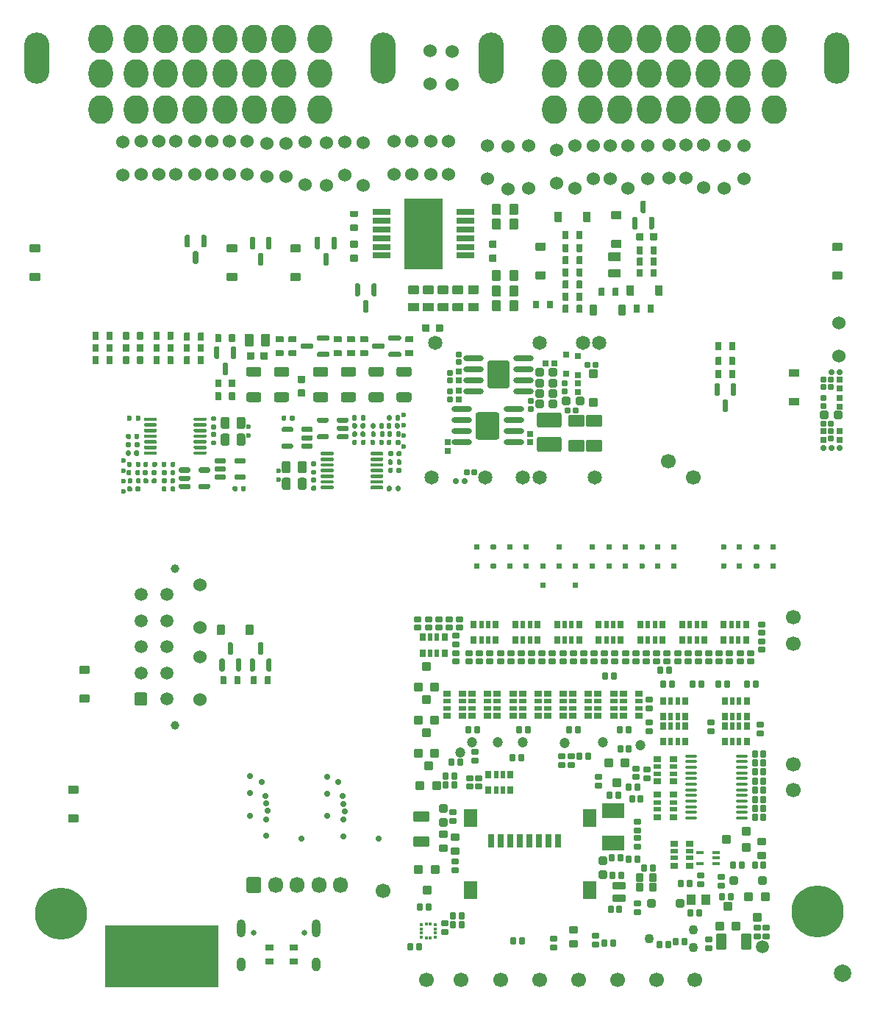
<source format=gbs>
G75*
G70*
%OFA0B0*%
%FSLAX25Y25*%
%IPPOS*%
%LPD*%
%AMOC8*
5,1,8,0,0,1.08239X$1,22.5*
%
%AMM183*
21,1,0.041340,0.026770,0.000000,-0.000000,270.000000*
21,1,0.029130,0.038980,0.000000,-0.000000,270.000000*
1,1,0.012210,-0.013390,-0.014570*
1,1,0.012210,-0.013390,0.014570*
1,1,0.012210,0.013390,0.014570*
1,1,0.012210,0.013390,-0.014570*
%
%AMM185*
21,1,0.076380,0.036220,0.000000,-0.000000,0.000000*
21,1,0.061810,0.050790,0.000000,-0.000000,0.000000*
1,1,0.014570,0.030910,-0.018110*
1,1,0.014570,-0.030910,-0.018110*
1,1,0.014570,-0.030910,0.018110*
1,1,0.014570,0.030910,0.018110*
%
%AMM188*
21,1,0.029130,0.018900,0.000000,-0.000000,0.000000*
21,1,0.018900,0.029130,0.000000,-0.000000,0.000000*
1,1,0.010240,0.009450,-0.009450*
1,1,0.010240,-0.009450,-0.009450*
1,1,0.010240,-0.009450,0.009450*
1,1,0.010240,0.009450,0.009450*
%
%AMM189*
21,1,0.025200,0.019680,0.000000,-0.000000,270.000000*
21,1,0.015750,0.029130,0.000000,-0.000000,270.000000*
1,1,0.009450,-0.009840,-0.007870*
1,1,0.009450,-0.009840,0.007870*
1,1,0.009450,0.009840,0.007870*
1,1,0.009450,0.009840,-0.007870*
%
%AMM190*
21,1,0.025200,0.019680,0.000000,-0.000000,180.000000*
21,1,0.015750,0.029130,0.000000,-0.000000,180.000000*
1,1,0.009450,-0.007870,0.009840*
1,1,0.009450,0.007870,0.009840*
1,1,0.009450,0.007870,-0.009840*
1,1,0.009450,-0.007870,-0.009840*
%
%AMM196*
21,1,0.111810,0.050390,0.000000,-0.000000,0.000000*
21,1,0.093700,0.068500,0.000000,-0.000000,0.000000*
1,1,0.018110,0.046850,-0.025200*
1,1,0.018110,-0.046850,-0.025200*
1,1,0.018110,-0.046850,0.025200*
1,1,0.018110,0.046850,0.025200*
%
%AMM197*
21,1,0.038980,0.026770,0.000000,-0.000000,180.000000*
21,1,0.026770,0.038980,0.000000,-0.000000,180.000000*
1,1,0.012210,-0.013390,0.013390*
1,1,0.012210,0.013390,0.013390*
1,1,0.012210,0.013390,-0.013390*
1,1,0.012210,-0.013390,-0.013390*
%
%AMM198*
21,1,0.029130,0.018900,0.000000,-0.000000,90.000000*
21,1,0.018900,0.029130,0.000000,-0.000000,90.000000*
1,1,0.010240,0.009450,0.009450*
1,1,0.010240,0.009450,-0.009450*
1,1,0.010240,-0.009450,-0.009450*
1,1,0.010240,-0.009450,0.009450*
%
%AMM199*
21,1,0.127560,0.075590,0.000000,-0.000000,90.000000*
21,1,0.103150,0.100000,0.000000,-0.000000,90.000000*
1,1,0.024410,0.037800,0.051580*
1,1,0.024410,0.037800,-0.051580*
1,1,0.024410,-0.037800,-0.051580*
1,1,0.024410,-0.037800,0.051580*
%
%AMM200*
21,1,0.123620,0.083460,0.000000,-0.000000,270.000000*
21,1,0.097240,0.109840,0.000000,-0.000000,270.000000*
1,1,0.026380,-0.041730,-0.048620*
1,1,0.026380,-0.041730,0.048620*
1,1,0.026380,0.041730,0.048620*
1,1,0.026380,0.041730,-0.048620*
%
%AMM277*
21,1,0.039370,0.030320,-0.000000,-0.000000,270.000000*
21,1,0.028350,0.041340,-0.000000,-0.000000,270.000000*
1,1,0.011020,-0.015160,-0.014170*
1,1,0.011020,-0.015160,0.014170*
1,1,0.011020,0.015160,0.014170*
1,1,0.011020,0.015160,-0.014170*
%
%AMM283*
21,1,0.031500,0.018900,-0.000000,-0.000000,0.000000*
21,1,0.022840,0.027560,-0.000000,-0.000000,0.000000*
1,1,0.008660,0.011420,-0.009450*
1,1,0.008660,-0.011420,-0.009450*
1,1,0.008660,-0.011420,0.009450*
1,1,0.008660,0.011420,0.009450*
%
%AMM286*
21,1,0.029530,0.026380,-0.000000,-0.000000,270.000000*
21,1,0.020470,0.035430,-0.000000,-0.000000,270.000000*
1,1,0.009060,-0.013190,-0.010240*
1,1,0.009060,-0.013190,0.010240*
1,1,0.009060,0.013190,0.010240*
1,1,0.009060,0.013190,-0.010240*
%
%AMM287*
21,1,0.021650,0.027950,-0.000000,-0.000000,270.000000*
21,1,0.014170,0.035430,-0.000000,-0.000000,270.000000*
1,1,0.007480,-0.013980,-0.007090*
1,1,0.007480,-0.013980,0.007090*
1,1,0.007480,0.013980,0.007090*
1,1,0.007480,0.013980,-0.007090*
%
%AMM289*
21,1,0.016540,0.028980,-0.000000,-0.000000,270.000000*
21,1,0.010080,0.035430,-0.000000,-0.000000,270.000000*
1,1,0.006460,-0.014490,-0.005040*
1,1,0.006460,-0.014490,0.005040*
1,1,0.006460,0.014490,0.005040*
1,1,0.006460,0.014490,-0.005040*
%
%AMM292*
21,1,0.031500,0.018900,-0.000000,-0.000000,270.000000*
21,1,0.022840,0.027560,-0.000000,-0.000000,270.000000*
1,1,0.008660,-0.009450,-0.011420*
1,1,0.008660,-0.009450,0.011420*
1,1,0.008660,0.009450,0.011420*
1,1,0.008660,0.009450,-0.011420*
%
%AMM301*
21,1,0.039370,0.030320,-0.000000,-0.000000,0.000000*
21,1,0.028350,0.041340,-0.000000,-0.000000,0.000000*
1,1,0.011020,0.014170,-0.015160*
1,1,0.011020,-0.014170,-0.015160*
1,1,0.011020,-0.014170,0.015160*
1,1,0.011020,0.014170,0.015160*
%
%AMM302*
21,1,0.039760,0.026770,-0.000000,-0.000000,180.000000*
21,1,0.029130,0.037400,-0.000000,-0.000000,180.000000*
1,1,0.010630,-0.014570,0.013390*
1,1,0.010630,0.014570,0.013390*
1,1,0.010630,0.014570,-0.013390*
1,1,0.010630,-0.014570,-0.013390*
%
%AMM303*
21,1,0.074800,0.036220,-0.000000,-0.000000,180.000000*
21,1,0.061810,0.049210,-0.000000,-0.000000,180.000000*
1,1,0.012990,-0.030910,0.018110*
1,1,0.012990,0.030910,0.018110*
1,1,0.012990,0.030910,-0.018110*
1,1,0.012990,-0.030910,-0.018110*
%
%AMM304*
21,1,0.062990,0.020470,-0.000000,-0.000000,270.000000*
21,1,0.053940,0.029530,-0.000000,-0.000000,270.000000*
1,1,0.009060,-0.010240,-0.026970*
1,1,0.009060,-0.010240,0.026970*
1,1,0.009060,0.010240,0.026970*
1,1,0.009060,0.010240,-0.026970*
%
%AMM305*
21,1,0.082680,0.045670,-0.000000,-0.000000,270.000000*
21,1,0.067320,0.061020,-0.000000,-0.000000,270.000000*
1,1,0.015350,-0.022840,-0.033660*
1,1,0.015350,-0.022840,0.033660*
1,1,0.015350,0.022840,0.033660*
1,1,0.015350,0.022840,-0.033660*
%
%AMM306*
21,1,0.029530,0.026380,-0.000000,-0.000000,180.000000*
21,1,0.020470,0.035430,-0.000000,-0.000000,180.000000*
1,1,0.009060,-0.010240,0.013190*
1,1,0.009060,0.010240,0.013190*
1,1,0.009060,0.010240,-0.013190*
1,1,0.009060,-0.010240,-0.013190*
%
%AMM307*
21,1,0.021650,0.027950,-0.000000,-0.000000,180.000000*
21,1,0.014170,0.035430,-0.000000,-0.000000,180.000000*
1,1,0.007480,-0.007090,0.013980*
1,1,0.007480,0.007090,0.013980*
1,1,0.007480,0.007090,-0.013980*
1,1,0.007480,-0.007090,-0.013980*
%
%AMM308*
21,1,0.031500,0.030710,-0.000000,-0.000000,270.000000*
21,1,0.022050,0.040160,-0.000000,-0.000000,270.000000*
1,1,0.009450,-0.015350,-0.011020*
1,1,0.009450,-0.015350,0.011020*
1,1,0.009450,0.015350,0.011020*
1,1,0.009450,0.015350,-0.011020*
%
%AMM309*
21,1,0.031500,0.049610,-0.000000,-0.000000,90.000000*
21,1,0.022050,0.059060,-0.000000,-0.000000,90.000000*
1,1,0.009450,0.024800,0.011020*
1,1,0.009450,0.024800,-0.011020*
1,1,0.009450,-0.024800,-0.011020*
1,1,0.009450,-0.024800,0.011020*
%
%AMM310*
21,1,0.031500,0.030710,-0.000000,-0.000000,180.000000*
21,1,0.022050,0.040160,-0.000000,-0.000000,180.000000*
1,1,0.009450,-0.011020,0.015350*
1,1,0.009450,0.011020,0.015350*
1,1,0.009450,0.011020,-0.015350*
1,1,0.009450,-0.011020,-0.015350*
%
%AMM311*
21,1,0.074800,0.036220,-0.000000,-0.000000,270.000000*
21,1,0.061810,0.049210,-0.000000,-0.000000,270.000000*
1,1,0.012990,-0.018110,-0.030910*
1,1,0.012990,-0.018110,0.030910*
1,1,0.012990,0.018110,0.030910*
1,1,0.012990,0.018110,-0.030910*
%
%AMM312*
21,1,0.037400,0.026770,-0.000000,-0.000000,90.000000*
21,1,0.026770,0.037400,-0.000000,-0.000000,90.000000*
1,1,0.010630,0.013390,0.013390*
1,1,0.010630,0.013390,-0.013390*
1,1,0.010630,-0.013390,-0.013390*
1,1,0.010630,-0.013390,0.013390*
%
%ADD10C,0.06000*%
%ADD11C,0.06693*%
%ADD12C,0.23622*%
%ADD120C,0.02913*%
%ADD121C,0.06457*%
%ADD14O,0.06693X0.07283*%
%ADD18O,0.03937X0.08268*%
%ADD19O,0.03937X0.06299*%
%ADD20C,0.05906*%
%ADD200C,0.04294*%
%ADD21C,0.02362*%
%ADD218R,0.04331X0.04724*%
%ADD222R,0.09843X0.07087*%
%ADD230O,0.05354X0.01378*%
%ADD231R,0.01378X0.01772*%
%ADD232R,0.01772X0.01378*%
%ADD272O,0.09213X0.02520*%
%ADD329M183*%
%ADD331M185*%
%ADD334M188*%
%ADD335M189*%
%ADD336M190*%
%ADD342M196*%
%ADD343M197*%
%ADD344M198*%
%ADD345M199*%
%ADD346M200*%
%ADD454M277*%
%ADD460M283*%
%ADD463M286*%
%ADD464M287*%
%ADD466M289*%
%ADD469M292*%
%ADD478M301*%
%ADD479M302*%
%ADD480M303*%
%ADD481M304*%
%ADD482M305*%
%ADD483M306*%
%ADD484M307*%
%ADD485M308*%
%ADD486M309*%
%ADD487M310*%
%ADD488M311*%
%ADD489M312*%
%ADD49C,0.07874*%
%ADD59C,0.03937*%
%ADD64C,0.04724*%
%ADD66C,0.00472*%
%ADD67O,0.11417X0.23228*%
%ADD68O,0.11024X0.12992*%
%ADD69C,0.02559*%
%ADD77R,0.07874X0.02559*%
%ADD78R,0.17717X0.31890*%
X0000000Y0000000D02*
%LPD*%
G01*
D66*
X0089961Y0000787D02*
X0038780Y0000787D01*
X0038780Y0028346D01*
X0089961Y0028346D01*
X0089961Y0000787D01*
G36*
X0089961Y0000787D02*
G01*
X0038780Y0000787D01*
X0038780Y0028346D01*
X0089961Y0028346D01*
X0089961Y0000787D01*
G37*
D10*
X0302165Y0367106D03*
X0302165Y0382106D03*
D11*
X0350787Y0156299D03*
D10*
X0082047Y0130906D03*
X0082047Y0150197D03*
D11*
X0235827Y0003937D03*
D12*
X0018909Y0033933D03*
D10*
X0177953Y0383878D03*
X0177953Y0368878D03*
X0294488Y0367106D03*
X0294488Y0382106D03*
X0095276Y0368878D03*
X0095276Y0383878D03*
G36*
G01*
X0102953Y0044193D02*
X0102953Y0049508D01*
G75*
G02*
X0103937Y0050492I0000984J0000000D01*
G01*
X0108661Y0050492D01*
G75*
G02*
X0109646Y0049508I0000000J-000984D01*
G01*
X0109646Y0044193D01*
G75*
G02*
X0108661Y0043209I-000984J0000000D01*
G01*
X0103937Y0043209D01*
G75*
G02*
X0102953Y0044193I0000000J0000984D01*
G01*
G37*
D14*
X0116142Y0046850D03*
X0125984Y0046850D03*
X0135827Y0046850D03*
X0145669Y0046850D03*
D10*
X0251772Y0381890D03*
X0251772Y0362598D03*
X0371654Y0286594D03*
X0371654Y0301594D03*
D67*
X0008071Y0421654D03*
X0164764Y0421654D03*
D68*
X0036811Y0398031D03*
X0052953Y0398031D03*
X0066339Y0398031D03*
X0079724Y0398031D03*
X0093110Y0398031D03*
X0106496Y0398031D03*
X0120079Y0398031D03*
X0136220Y0398031D03*
X0036811Y0414370D03*
X0052953Y0414370D03*
X0066339Y0414370D03*
X0079724Y0414370D03*
X0093110Y0414370D03*
X0106496Y0414370D03*
X0120079Y0414370D03*
X0136220Y0414370D03*
X0036811Y0430315D03*
X0052953Y0430315D03*
X0066339Y0430315D03*
X0079724Y0430315D03*
X0093110Y0430315D03*
X0106496Y0430315D03*
X0120079Y0430315D03*
X0136220Y0430315D03*
D11*
X0164961Y0044094D03*
D10*
X0186417Y0409823D03*
X0186417Y0424823D03*
D11*
X0253543Y0003937D03*
D10*
X0170079Y0368878D03*
X0170079Y0383878D03*
D69*
X0106339Y0025276D03*
X0129094Y0025276D03*
D18*
X0100709Y0027244D03*
D19*
X0100709Y0010787D03*
D18*
X0134724Y0027244D03*
D19*
X0134724Y0010787D03*
D11*
X0350787Y0089764D03*
X0200394Y0003937D03*
D10*
X0267913Y0366713D03*
X0267913Y0381713D03*
X0087402Y0368878D03*
X0087402Y0383878D03*
D11*
X0184646Y0003937D03*
X0306299Y0003937D03*
D10*
X0284843Y0366909D03*
X0284843Y0381909D03*
X0047047Y0368484D03*
X0047047Y0383484D03*
D11*
X0294094Y0238976D03*
D59*
X0070630Y0119291D03*
X0070630Y0190157D03*
G36*
G01*
X0057087Y0128150D02*
X0053150Y0128150D01*
G75*
G02*
X0052165Y0129134I0000000J0000984D01*
G01*
X0052165Y0133071D01*
G75*
G02*
X0053150Y0134055I0000984J0000000D01*
G01*
X0057087Y0134055D01*
G75*
G02*
X0058071Y0133071I0000000J-000984D01*
G01*
X0058071Y0129134D01*
G75*
G02*
X0057087Y0128150I-000984J0000000D01*
G01*
G37*
D20*
X0055118Y0142913D03*
X0055118Y0154724D03*
X0055118Y0166535D03*
X0055118Y0178346D03*
X0066929Y0131102D03*
X0066929Y0142913D03*
X0066929Y0154724D03*
X0066929Y0166535D03*
X0066929Y0178346D03*
D11*
X0288976Y0003937D03*
D20*
X0261024Y0231595D03*
X0235827Y0231595D03*
X0228346Y0231595D03*
X0211417Y0231595D03*
D21*
X0201969Y0229823D03*
X0198032Y0229823D03*
D20*
X0186811Y0231595D03*
X0262795Y0292618D03*
X0255512Y0292618D03*
X0236024Y0292618D03*
X0188583Y0292618D03*
D21*
X0047146Y0234449D03*
X0047146Y0239173D03*
X0047146Y0229724D03*
X0047146Y0225000D03*
X0103937Y0250433D03*
X0103937Y0254370D03*
D10*
X0260236Y0366713D03*
X0260236Y0381713D03*
X0112205Y0367697D03*
X0112205Y0382697D03*
X0129528Y0383464D03*
X0129528Y0364173D03*
X0055118Y0368681D03*
X0055118Y0383681D03*
X0212402Y0366713D03*
X0212402Y0381713D03*
X0103346Y0368681D03*
X0103346Y0383681D03*
X0319669Y0381870D03*
X0319669Y0362579D03*
X0063189Y0368681D03*
X0063189Y0383681D03*
X0275984Y0381890D03*
X0275984Y0362598D03*
X0120866Y0367894D03*
X0120866Y0382894D03*
D11*
X0218110Y0003937D03*
D12*
X0362000Y0034933D03*
D11*
X0350787Y0168110D03*
D10*
X0071063Y0368681D03*
X0071063Y0383681D03*
X0079528Y0368878D03*
X0079528Y0383878D03*
X0155906Y0383071D03*
X0155906Y0363779D03*
D11*
X0271260Y0003937D03*
D10*
X0147441Y0368484D03*
X0147441Y0383484D03*
X0186614Y0368878D03*
X0186614Y0383878D03*
D21*
X0371949Y0244980D03*
X0368209Y0244980D03*
X0364469Y0244980D03*
X0368406Y0279232D03*
X0371949Y0279232D03*
D21*
X0146791Y0076378D03*
X0139567Y0078051D03*
X0147638Y0080217D03*
X0146791Y0083661D03*
X0146496Y0087008D03*
X0139567Y0088287D03*
X0144724Y0093405D03*
X0139567Y0095965D03*
X0162894Y0067717D03*
X0146850Y0068898D03*
D10*
X0328669Y0366890D03*
X0328669Y0381890D03*
X0194488Y0368878D03*
X0194488Y0383878D03*
D21*
X0174409Y0250344D03*
X0174409Y0245620D03*
X0174409Y0255069D03*
X0174409Y0259793D03*
X0117618Y0234360D03*
X0117618Y0230423D03*
D10*
X0139173Y0383268D03*
X0139173Y0363976D03*
D11*
X0350787Y0101575D03*
D67*
X0213976Y0421654D03*
X0370669Y0421654D03*
D68*
X0242717Y0398031D03*
X0258858Y0398031D03*
X0272244Y0398031D03*
X0285630Y0398031D03*
X0299016Y0398031D03*
X0312402Y0398031D03*
X0325984Y0398031D03*
X0342126Y0398031D03*
X0242717Y0414370D03*
X0258858Y0414370D03*
X0272244Y0414370D03*
X0285630Y0414370D03*
X0299016Y0414370D03*
X0312402Y0414370D03*
X0325984Y0414370D03*
X0342126Y0414370D03*
X0242717Y0430315D03*
X0258858Y0430315D03*
X0272244Y0430315D03*
X0285630Y0430315D03*
X0299016Y0430315D03*
X0312402Y0430315D03*
X0325984Y0430315D03*
X0342126Y0430315D03*
D10*
X0221654Y0381496D03*
X0221654Y0362205D03*
D21*
X0111831Y0076523D03*
X0104607Y0078196D03*
X0112678Y0080362D03*
X0111831Y0083806D03*
X0111536Y0087153D03*
X0104607Y0088433D03*
X0109764Y0093551D03*
X0104607Y0096110D03*
X0127934Y0067862D03*
X0111890Y0069043D03*
D10*
X0196260Y0409626D03*
X0196260Y0424626D03*
X0243504Y0364941D03*
X0243504Y0379941D03*
D11*
X0305512Y0231496D03*
D10*
X0230906Y0381673D03*
X0230906Y0362382D03*
X0082047Y0163583D03*
X0082047Y0182874D03*
X0310236Y0382067D03*
X0310236Y0362776D03*
G36*
G01*
X0088780Y0293100D02*
X0088780Y0296171D01*
G75*
G02*
X0089055Y0296447I0000276J0000000D01*
G01*
X0091260Y0296447D01*
G75*
G02*
X0091535Y0296171I0000000J-000276D01*
G01*
X0091535Y0293100D01*
G75*
G02*
X0091260Y0292825I-000276J0000000D01*
G01*
X0089055Y0292825D01*
G75*
G02*
X0088780Y0293100I0000000J0000276D01*
G01*
G37*
G36*
G01*
X0095079Y0293100D02*
X0095079Y0296171D01*
G75*
G02*
X0095354Y0296447I0000276J0000000D01*
G01*
X0097559Y0296447D01*
G75*
G02*
X0097835Y0296171I0000000J-000276D01*
G01*
X0097835Y0293100D01*
G75*
G02*
X0097559Y0292825I-000276J0000000D01*
G01*
X0095354Y0292825D01*
G75*
G02*
X0095079Y0293100I0000000J0000276D01*
G01*
G37*
G36*
G01*
X0112697Y0287953D02*
X0112697Y0285276D01*
G75*
G02*
X0112362Y0284941I-000335J0000000D01*
G01*
X0109685Y0284941D01*
G75*
G02*
X0109350Y0285276I0000000J0000335D01*
G01*
X0109350Y0287953D01*
G75*
G02*
X0109685Y0288287I0000335J0000000D01*
G01*
X0112362Y0288287D01*
G75*
G02*
X0112697Y0287953I0000000J-000335D01*
G01*
G37*
G36*
G01*
X0106476Y0287953D02*
X0106476Y0285276D01*
G75*
G02*
X0106142Y0284941I-000335J0000000D01*
G01*
X0103465Y0284941D01*
G75*
G02*
X0103130Y0285276I0000000J0000335D01*
G01*
X0103130Y0287953D01*
G75*
G02*
X0103465Y0288287I0000335J0000000D01*
G01*
X0106142Y0288287D01*
G75*
G02*
X0106476Y0287953I0000000J-000335D01*
G01*
G37*
G36*
G01*
X0315551Y0276811D02*
X0315551Y0279882D01*
G75*
G02*
X0315827Y0280157I0000276J0000000D01*
G01*
X0318031Y0280157D01*
G75*
G02*
X0318307Y0279882I0000000J-000276D01*
G01*
X0318307Y0276811D01*
G75*
G02*
X0318031Y0276535I-000276J0000000D01*
G01*
X0315827Y0276535D01*
G75*
G02*
X0315551Y0276811I0000000J0000276D01*
G01*
G37*
G36*
G01*
X0321850Y0276811D02*
X0321850Y0279882D01*
G75*
G02*
X0322126Y0280157I0000276J0000000D01*
G01*
X0324331Y0280157D01*
G75*
G02*
X0324606Y0279882I0000000J-000276D01*
G01*
X0324606Y0276811D01*
G75*
G02*
X0324331Y0276535I-000276J0000000D01*
G01*
X0322126Y0276535D01*
G75*
G02*
X0321850Y0276811I0000000J0000276D01*
G01*
G37*
G36*
G01*
X0153289Y0343268D02*
X0150218Y0343268D01*
G75*
G02*
X0149942Y0343543I0000000J0000276D01*
G01*
X0149942Y0345748D01*
G75*
G02*
X0150218Y0346024I0000276J0000000D01*
G01*
X0153289Y0346024D01*
G75*
G02*
X0153564Y0345748I0000000J-000276D01*
G01*
X0153564Y0343543D01*
G75*
G02*
X0153289Y0343268I-000276J0000000D01*
G01*
G37*
G36*
G01*
X0153289Y0349567D02*
X0150218Y0349567D01*
G75*
G02*
X0149942Y0349843I0000000J0000276D01*
G01*
X0149942Y0352047D01*
G75*
G02*
X0150218Y0352323I0000276J0000000D01*
G01*
X0153289Y0352323D01*
G75*
G02*
X0153564Y0352047I0000000J-000276D01*
G01*
X0153564Y0349843D01*
G75*
G02*
X0153289Y0349567I-000276J0000000D01*
G01*
G37*
G36*
G01*
X0298031Y0192283D02*
X0298031Y0190394D01*
G75*
G02*
X0297795Y0190157I-000236J0000000D01*
G01*
X0295906Y0190157D01*
G75*
G02*
X0295669Y0190394I0000000J0000236D01*
G01*
X0295669Y0192283D01*
G75*
G02*
X0295906Y0192520I0000236J0000000D01*
G01*
X0297795Y0192520D01*
G75*
G02*
X0298031Y0192283I0000000J-000236D01*
G01*
G37*
G36*
G01*
X0298031Y0200945D02*
X0298031Y0199055D01*
G75*
G02*
X0297795Y0198819I-000236J0000000D01*
G01*
X0295906Y0198819D01*
G75*
G02*
X0295669Y0199055I0000000J0000236D01*
G01*
X0295669Y0200945D01*
G75*
G02*
X0295906Y0201181I0000236J0000000D01*
G01*
X0297795Y0201181D01*
G75*
G02*
X0298031Y0200945I0000000J-000236D01*
G01*
G37*
G36*
G01*
X0150415Y0338799D02*
X0153092Y0338799D01*
G75*
G02*
X0153426Y0338465I0000000J-000335D01*
G01*
X0153426Y0335787D01*
G75*
G02*
X0153092Y0335453I-000335J0000000D01*
G01*
X0150415Y0335453D01*
G75*
G02*
X0150080Y0335787I0000000J0000335D01*
G01*
X0150080Y0338465D01*
G75*
G02*
X0150415Y0338799I0000335J0000000D01*
G01*
G37*
G36*
G01*
X0150415Y0332579D02*
X0153092Y0332579D01*
G75*
G02*
X0153426Y0332244I0000000J-000335D01*
G01*
X0153426Y0329567D01*
G75*
G02*
X0153092Y0329232I-000335J0000000D01*
G01*
X0150415Y0329232D01*
G75*
G02*
X0150080Y0329567I0000000J0000335D01*
G01*
X0150080Y0332244D01*
G75*
G02*
X0150415Y0332579I0000335J0000000D01*
G01*
G37*
G36*
G01*
X0223622Y0192283D02*
X0223622Y0190394D01*
G75*
G02*
X0223386Y0190157I-000236J0000000D01*
G01*
X0221496Y0190157D01*
G75*
G02*
X0221260Y0190394I0000000J0000236D01*
G01*
X0221260Y0192283D01*
G75*
G02*
X0221496Y0192520I0000236J0000000D01*
G01*
X0223386Y0192520D01*
G75*
G02*
X0223622Y0192283I0000000J-000236D01*
G01*
G37*
G36*
G01*
X0223622Y0200945D02*
X0223622Y0199055D01*
G75*
G02*
X0223386Y0198819I-000236J0000000D01*
G01*
X0221496Y0198819D01*
G75*
G02*
X0221260Y0199055I0000000J0000236D01*
G01*
X0221260Y0200945D01*
G75*
G02*
X0221496Y0201181I0000236J0000000D01*
G01*
X0223386Y0201181D01*
G75*
G02*
X0223622Y0200945I0000000J-000236D01*
G01*
G37*
G36*
G01*
X0047047Y0283110D02*
X0047047Y0286181D01*
G75*
G02*
X0047323Y0286457I0000276J0000000D01*
G01*
X0049528Y0286457D01*
G75*
G02*
X0049803Y0286181I0000000J-000276D01*
G01*
X0049803Y0283110D01*
G75*
G02*
X0049528Y0282835I-000276J0000000D01*
G01*
X0047323Y0282835D01*
G75*
G02*
X0047047Y0283110I0000000J0000276D01*
G01*
G37*
G36*
G01*
X0053346Y0283110D02*
X0053346Y0286181D01*
G75*
G02*
X0053622Y0286457I0000276J0000000D01*
G01*
X0055827Y0286457D01*
G75*
G02*
X0056102Y0286181I0000000J-000276D01*
G01*
X0056102Y0283110D01*
G75*
G02*
X0055827Y0282835I-000276J0000000D01*
G01*
X0053622Y0282835D01*
G75*
G02*
X0053346Y0283110I0000000J0000276D01*
G01*
G37*
G36*
G01*
X0246260Y0317362D02*
X0246260Y0320433D01*
G75*
G02*
X0246535Y0320709I0000276J0000000D01*
G01*
X0248740Y0320709D01*
G75*
G02*
X0249016Y0320433I0000000J-000276D01*
G01*
X0249016Y0317362D01*
G75*
G02*
X0248740Y0317087I-000276J0000000D01*
G01*
X0246535Y0317087D01*
G75*
G02*
X0246260Y0317362I0000000J0000276D01*
G01*
G37*
G36*
G01*
X0252559Y0317362D02*
X0252559Y0320433D01*
G75*
G02*
X0252835Y0320709I0000276J0000000D01*
G01*
X0255039Y0320709D01*
G75*
G02*
X0255315Y0320433I0000000J-000276D01*
G01*
X0255315Y0317362D01*
G75*
G02*
X0255039Y0317087I-000276J0000000D01*
G01*
X0252835Y0317087D01*
G75*
G02*
X0252559Y0317362I0000000J0000276D01*
G01*
G37*
G36*
G01*
X0047047Y0294134D02*
X0047047Y0297205D01*
G75*
G02*
X0047323Y0297480I0000276J0000000D01*
G01*
X0049528Y0297480D01*
G75*
G02*
X0049803Y0297205I0000000J-000276D01*
G01*
X0049803Y0294134D01*
G75*
G02*
X0049528Y0293858I-000276J0000000D01*
G01*
X0047323Y0293858D01*
G75*
G02*
X0047047Y0294134I0000000J0000276D01*
G01*
G37*
G36*
G01*
X0053346Y0294134D02*
X0053346Y0297205D01*
G75*
G02*
X0053622Y0297480I0000276J0000000D01*
G01*
X0055827Y0297480D01*
G75*
G02*
X0056102Y0297205I0000000J-000276D01*
G01*
X0056102Y0294134D01*
G75*
G02*
X0055827Y0293858I-000276J0000000D01*
G01*
X0053622Y0293858D01*
G75*
G02*
X0053346Y0294134I0000000J0000276D01*
G01*
G37*
G36*
G01*
X0275197Y0314232D02*
X0275197Y0318248D01*
G75*
G02*
X0275551Y0318602I0000354J0000000D01*
G01*
X0278386Y0318602D01*
G75*
G02*
X0278740Y0318248I0000000J-000354D01*
G01*
X0278740Y0314232D01*
G75*
G02*
X0278386Y0313878I-000354J0000000D01*
G01*
X0275551Y0313878D01*
G75*
G02*
X0275197Y0314232I0000000J0000354D01*
G01*
G37*
G36*
G01*
X0288189Y0314232D02*
X0288189Y0318248D01*
G75*
G02*
X0288543Y0318602I0000354J0000000D01*
G01*
X0291378Y0318602D01*
G75*
G02*
X0291732Y0318248I0000000J-000354D01*
G01*
X0291732Y0314232D01*
G75*
G02*
X0291378Y0313878I-000354J0000000D01*
G01*
X0288543Y0313878D01*
G75*
G02*
X0288189Y0314232I0000000J0000354D01*
G01*
G37*
G36*
G01*
X0192185Y0300551D02*
X0192185Y0297874D01*
G75*
G02*
X0191850Y0297539I-000335J0000000D01*
G01*
X0189173Y0297539D01*
G75*
G02*
X0188839Y0297874I0000000J0000335D01*
G01*
X0188839Y0300551D01*
G75*
G02*
X0189173Y0300886I0000335J0000000D01*
G01*
X0191850Y0300886D01*
G75*
G02*
X0192185Y0300551I0000000J-000335D01*
G01*
G37*
G36*
G01*
X0185965Y0300551D02*
X0185965Y0297874D01*
G75*
G02*
X0185630Y0297539I-000335J0000000D01*
G01*
X0182953Y0297539D01*
G75*
G02*
X0182618Y0297874I0000000J0000335D01*
G01*
X0182618Y0300551D01*
G75*
G02*
X0182953Y0300886I0000335J0000000D01*
G01*
X0185630Y0300886D01*
G75*
G02*
X0185965Y0300551I0000000J-000335D01*
G01*
G37*
G36*
G01*
X0236220Y0190394D02*
X0236220Y0192283D01*
G75*
G02*
X0236457Y0192520I0000236J0000000D01*
G01*
X0238346Y0192520D01*
G75*
G02*
X0238583Y0192283I0000000J-000236D01*
G01*
X0238583Y0190394D01*
G75*
G02*
X0238346Y0190157I-000236J0000000D01*
G01*
X0236457Y0190157D01*
G75*
G02*
X0236220Y0190394I0000000J0000236D01*
G01*
G37*
G36*
G01*
X0236220Y0181732D02*
X0236220Y0183622D01*
G75*
G02*
X0236457Y0183858I0000236J0000000D01*
G01*
X0238346Y0183858D01*
G75*
G02*
X0238583Y0183622I0000000J-000236D01*
G01*
X0238583Y0181732D01*
G75*
G02*
X0238346Y0181496I-000236J0000000D01*
G01*
X0236457Y0181496D01*
G75*
G02*
X0236220Y0181732I0000000J0000236D01*
G01*
G37*
G36*
G01*
X0216084Y0329232D02*
X0213407Y0329232D01*
G75*
G02*
X0213072Y0329567I0000000J0000335D01*
G01*
X0213072Y0332244D01*
G75*
G02*
X0213407Y0332579I0000335J0000000D01*
G01*
X0216084Y0332579D01*
G75*
G02*
X0216418Y0332244I0000000J-000335D01*
G01*
X0216418Y0329567D01*
G75*
G02*
X0216084Y0329232I-000335J0000000D01*
G01*
G37*
G36*
G01*
X0216084Y0335453D02*
X0213407Y0335453D01*
G75*
G02*
X0213072Y0335787I0000000J0000335D01*
G01*
X0213072Y0338465D01*
G75*
G02*
X0213407Y0338799I0000335J0000000D01*
G01*
X0216084Y0338799D01*
G75*
G02*
X0216418Y0338465I0000000J-000335D01*
G01*
X0216418Y0335787D01*
G75*
G02*
X0216084Y0335453I-000335J0000000D01*
G01*
G37*
G36*
G01*
X0075591Y0341486D02*
X0076772Y0341486D01*
G75*
G02*
X0077362Y0340896I0000000J-000591D01*
G01*
X0077362Y0336270D01*
G75*
G02*
X0076772Y0335679I-000591J0000000D01*
G01*
X0075591Y0335679D01*
G75*
G02*
X0075000Y0336270I0000000J0000591D01*
G01*
X0075000Y0340896D01*
G75*
G02*
X0075591Y0341486I0000591J0000000D01*
G01*
G37*
G36*
G01*
X0083071Y0341486D02*
X0084252Y0341486D01*
G75*
G02*
X0084843Y0340896I0000000J-000591D01*
G01*
X0084843Y0336270D01*
G75*
G02*
X0084252Y0335679I-000591J0000000D01*
G01*
X0083071Y0335679D01*
G75*
G02*
X0082480Y0336270I0000000J0000591D01*
G01*
X0082480Y0340896D01*
G75*
G02*
X0083071Y0341486I0000591J0000000D01*
G01*
G37*
G36*
G01*
X0079331Y0334104D02*
X0080512Y0334104D01*
G75*
G02*
X0081102Y0333514I0000000J-000591D01*
G01*
X0081102Y0328888D01*
G75*
G02*
X0080512Y0328297I-000591J0000000D01*
G01*
X0079331Y0328297D01*
G75*
G02*
X0078740Y0328888I0000000J0000591D01*
G01*
X0078740Y0333514D01*
G75*
G02*
X0079331Y0334104I0000591J0000000D01*
G01*
G37*
G36*
G01*
X0327510Y0192289D02*
X0327510Y0190400D01*
G75*
G02*
X0327274Y0190163I-000236J0000000D01*
G01*
X0325384Y0190163D01*
G75*
G02*
X0325148Y0190400I0000000J0000236D01*
G01*
X0325148Y0192289D01*
G75*
G02*
X0325384Y0192526I0000236J0000000D01*
G01*
X0327274Y0192526D01*
G75*
G02*
X0327510Y0192289I0000000J-000236D01*
G01*
G37*
G36*
G01*
X0327510Y0200951D02*
X0327510Y0199061D01*
G75*
G02*
X0327274Y0198825I-000236J0000000D01*
G01*
X0325384Y0198825D01*
G75*
G02*
X0325148Y0199061I0000000J0000236D01*
G01*
X0325148Y0200951D01*
G75*
G02*
X0325384Y0201187I0000236J0000000D01*
G01*
X0327274Y0201187D01*
G75*
G02*
X0327510Y0200951I0000000J-000236D01*
G01*
G37*
G36*
G01*
X0173130Y0295276D02*
X0173130Y0294094D01*
G75*
G02*
X0172539Y0293504I-000591J0000000D01*
G01*
X0167913Y0293504D01*
G75*
G02*
X0167323Y0294094I0000000J0000591D01*
G01*
X0167323Y0295276D01*
G75*
G02*
X0167913Y0295866I0000591J0000000D01*
G01*
X0172539Y0295866D01*
G75*
G02*
X0173130Y0295276I0000000J-000591D01*
G01*
G37*
G36*
G01*
X0165748Y0291535D02*
X0165748Y0290354D01*
G75*
G02*
X0165157Y0289764I-000591J0000000D01*
G01*
X0160531Y0289764D01*
G75*
G02*
X0159941Y0290354I0000000J0000591D01*
G01*
X0159941Y0291535D01*
G75*
G02*
X0160531Y0292126I0000591J0000000D01*
G01*
X0165157Y0292126D01*
G75*
G02*
X0165748Y0291535I0000000J-000591D01*
G01*
G37*
G36*
G01*
X0173130Y0287795D02*
X0173130Y0286614D01*
G75*
G02*
X0172539Y0286024I-000591J0000000D01*
G01*
X0167913Y0286024D01*
G75*
G02*
X0167323Y0286614I0000000J0000591D01*
G01*
X0167323Y0287795D01*
G75*
G02*
X0167913Y0288386I0000591J0000000D01*
G01*
X0172539Y0288386D01*
G75*
G02*
X0173130Y0287795I0000000J-000591D01*
G01*
G37*
G36*
G01*
X0151673Y0265650D02*
X0146752Y0265650D01*
G75*
G02*
X0145768Y0266634I0000000J0000984D01*
G01*
X0145768Y0269094D01*
G75*
G02*
X0146752Y0270079I0000984J0000000D01*
G01*
X0151673Y0270079D01*
G75*
G02*
X0152657Y0269094I0000000J-000984D01*
G01*
X0152657Y0266634D01*
G75*
G02*
X0151673Y0265650I-000984J0000000D01*
G01*
G37*
G36*
G01*
X0151673Y0277165D02*
X0146752Y0277165D01*
G75*
G02*
X0145768Y0278150I0000000J0000984D01*
G01*
X0145768Y0280610D01*
G75*
G02*
X0146752Y0281594I0000984J0000000D01*
G01*
X0151673Y0281594D01*
G75*
G02*
X0152657Y0280610I0000000J-000984D01*
G01*
X0152657Y0278150D01*
G75*
G02*
X0151673Y0277165I-000984J0000000D01*
G01*
G37*
G36*
G01*
X0091142Y0138061D02*
X0091142Y0141132D01*
G75*
G02*
X0091417Y0141408I0000276J0000000D01*
G01*
X0093622Y0141408D01*
G75*
G02*
X0093898Y0141132I0000000J-000276D01*
G01*
X0093898Y0138061D01*
G75*
G02*
X0093622Y0137786I-000276J0000000D01*
G01*
X0091417Y0137786D01*
G75*
G02*
X0091142Y0138061I0000000J0000276D01*
G01*
G37*
G36*
G01*
X0097441Y0138061D02*
X0097441Y0141132D01*
G75*
G02*
X0097717Y0141408I0000276J0000000D01*
G01*
X0099921Y0141408D01*
G75*
G02*
X0100197Y0141132I0000000J-000276D01*
G01*
X0100197Y0138061D01*
G75*
G02*
X0099921Y0137786I-000276J0000000D01*
G01*
X0097717Y0137786D01*
G75*
G02*
X0097441Y0138061I0000000J0000276D01*
G01*
G37*
G36*
G01*
X0026496Y0075197D02*
X0022480Y0075197D01*
G75*
G02*
X0022126Y0075551I0000000J0000354D01*
G01*
X0022126Y0078386D01*
G75*
G02*
X0022480Y0078740I0000354J0000000D01*
G01*
X0026496Y0078740D01*
G75*
G02*
X0026850Y0078386I0000000J-000354D01*
G01*
X0026850Y0075551D01*
G75*
G02*
X0026496Y0075197I-000354J0000000D01*
G01*
G37*
G36*
G01*
X0026496Y0088189D02*
X0022480Y0088189D01*
G75*
G02*
X0022126Y0088543I0000000J0000354D01*
G01*
X0022126Y0091378D01*
G75*
G02*
X0022480Y0091732I0000354J0000000D01*
G01*
X0026496Y0091732D01*
G75*
G02*
X0026850Y0091378I0000000J-000354D01*
G01*
X0026850Y0088543D01*
G75*
G02*
X0026496Y0088189I-000354J0000000D01*
G01*
G37*
G36*
G01*
X0231053Y0192289D02*
X0231053Y0190400D01*
G75*
G02*
X0230817Y0190163I-000236J0000000D01*
G01*
X0228927Y0190163D01*
G75*
G02*
X0228691Y0190400I0000000J0000236D01*
G01*
X0228691Y0192289D01*
G75*
G02*
X0228927Y0192526I0000236J0000000D01*
G01*
X0230817Y0192526D01*
G75*
G02*
X0231053Y0192289I0000000J-000236D01*
G01*
G37*
G36*
G01*
X0231053Y0200951D02*
X0231053Y0199061D01*
G75*
G02*
X0230817Y0198825I-000236J0000000D01*
G01*
X0228927Y0198825D01*
G75*
G02*
X0228691Y0199061I0000000J0000236D01*
G01*
X0228691Y0200951D01*
G75*
G02*
X0228927Y0201187I0000236J0000000D01*
G01*
X0230817Y0201187D01*
G75*
G02*
X0231053Y0200951I0000000J-000236D01*
G01*
G37*
G36*
G01*
X0278543Y0306437D02*
X0278543Y0309508D01*
G75*
G02*
X0278819Y0309783I0000276J0000000D01*
G01*
X0281024Y0309783D01*
G75*
G02*
X0281299Y0309508I0000000J-000276D01*
G01*
X0281299Y0306437D01*
G75*
G02*
X0281024Y0306161I-000276J0000000D01*
G01*
X0278819Y0306161D01*
G75*
G02*
X0278543Y0306437I0000000J0000276D01*
G01*
G37*
G36*
G01*
X0284843Y0306437D02*
X0284843Y0309508D01*
G75*
G02*
X0285118Y0309783I0000276J0000000D01*
G01*
X0287323Y0309783D01*
G75*
G02*
X0287598Y0309508I0000000J-000276D01*
G01*
X0287598Y0306437D01*
G75*
G02*
X0287323Y0306161I-000276J0000000D01*
G01*
X0285118Y0306161D01*
G75*
G02*
X0284843Y0306437I0000000J0000276D01*
G01*
G37*
G36*
G01*
X0324606Y0285787D02*
X0324606Y0282717D01*
G75*
G02*
X0324331Y0282441I-000276J0000000D01*
G01*
X0322126Y0282441D01*
G75*
G02*
X0321850Y0282717I0000000J0000276D01*
G01*
X0321850Y0285787D01*
G75*
G02*
X0322126Y0286063I0000276J0000000D01*
G01*
X0324331Y0286063D01*
G75*
G02*
X0324606Y0285787I0000000J-000276D01*
G01*
G37*
G36*
G01*
X0318307Y0285787D02*
X0318307Y0282717D01*
G75*
G02*
X0318031Y0282441I-000276J0000000D01*
G01*
X0315827Y0282441D01*
G75*
G02*
X0315551Y0282717I0000000J0000276D01*
G01*
X0315551Y0285787D01*
G75*
G02*
X0315827Y0286063I0000276J0000000D01*
G01*
X0318031Y0286063D01*
G75*
G02*
X0318307Y0285787I0000000J-000276D01*
G01*
G37*
G36*
G01*
X0353209Y0264075D02*
X0349193Y0264075D01*
G75*
G02*
X0348839Y0264429I0000000J0000354D01*
G01*
X0348839Y0267264D01*
G75*
G02*
X0349193Y0267618I0000354J0000000D01*
G01*
X0353209Y0267618D01*
G75*
G02*
X0353563Y0267264I0000000J-000354D01*
G01*
X0353563Y0264429D01*
G75*
G02*
X0353209Y0264075I-000354J0000000D01*
G01*
G37*
G36*
G01*
X0353209Y0277067D02*
X0349193Y0277067D01*
G75*
G02*
X0348839Y0277421I0000000J0000354D01*
G01*
X0348839Y0280256D01*
G75*
G02*
X0349193Y0280610I0000354J0000000D01*
G01*
X0353209Y0280610D01*
G75*
G02*
X0353563Y0280256I0000000J-000354D01*
G01*
X0353563Y0277421D01*
G75*
G02*
X0353209Y0277067I-000354J0000000D01*
G01*
G37*
G36*
G01*
X0283465Y0192283D02*
X0283465Y0190394D01*
G75*
G02*
X0283228Y0190157I-000236J0000000D01*
G01*
X0281339Y0190157D01*
G75*
G02*
X0281102Y0190394I0000000J0000236D01*
G01*
X0281102Y0192283D01*
G75*
G02*
X0281339Y0192520I0000236J0000000D01*
G01*
X0283228Y0192520D01*
G75*
G02*
X0283465Y0192283I0000000J-000236D01*
G01*
G37*
G36*
G01*
X0283465Y0200945D02*
X0283465Y0199055D01*
G75*
G02*
X0283228Y0198819I-000236J0000000D01*
G01*
X0281339Y0198819D01*
G75*
G02*
X0281102Y0199055I0000000J0000236D01*
G01*
X0281102Y0200945D01*
G75*
G02*
X0281339Y0201181I0000236J0000000D01*
G01*
X0283228Y0201181D01*
G75*
G02*
X0283465Y0200945I0000000J-000236D01*
G01*
G37*
G36*
G01*
X0214352Y0313839D02*
X0214352Y0317972D01*
G75*
G02*
X0214745Y0318366I0000394J0000000D01*
G01*
X0217895Y0318366D01*
G75*
G02*
X0218289Y0317972I0000000J-000394D01*
G01*
X0218289Y0313839D01*
G75*
G02*
X0217895Y0313445I-000394J0000000D01*
G01*
X0214745Y0313445D01*
G75*
G02*
X0214352Y0313839I0000000J0000394D01*
G01*
G37*
G36*
G01*
X0222226Y0313839D02*
X0222226Y0317972D01*
G75*
G02*
X0222619Y0318366I0000394J0000000D01*
G01*
X0225769Y0318366D01*
G75*
G02*
X0226163Y0317972I0000000J-000394D01*
G01*
X0226163Y0313839D01*
G75*
G02*
X0225769Y0313445I-000394J0000000D01*
G01*
X0222619Y0313445D01*
G75*
G02*
X0222226Y0313839I0000000J0000394D01*
G01*
G37*
G36*
G01*
X0255315Y0314921D02*
X0255315Y0311850D01*
G75*
G02*
X0255039Y0311575I-000276J0000000D01*
G01*
X0252835Y0311575D01*
G75*
G02*
X0252559Y0311850I0000000J0000276D01*
G01*
X0252559Y0314921D01*
G75*
G02*
X0252835Y0315197I0000276J0000000D01*
G01*
X0255039Y0315197D01*
G75*
G02*
X0255315Y0314921I0000000J-000276D01*
G01*
G37*
G36*
G01*
X0249016Y0314921D02*
X0249016Y0311850D01*
G75*
G02*
X0248740Y0311575I-000276J0000000D01*
G01*
X0246535Y0311575D01*
G75*
G02*
X0246260Y0311850I0000000J0000276D01*
G01*
X0246260Y0314921D01*
G75*
G02*
X0246535Y0315197I0000276J0000000D01*
G01*
X0248740Y0315197D01*
G75*
G02*
X0249016Y0314921I0000000J-000276D01*
G01*
G37*
G36*
G01*
X0060827Y0283110D02*
X0060827Y0286181D01*
G75*
G02*
X0061102Y0286457I0000276J0000000D01*
G01*
X0063307Y0286457D01*
G75*
G02*
X0063583Y0286181I0000000J-000276D01*
G01*
X0063583Y0283110D01*
G75*
G02*
X0063307Y0282835I-000276J0000000D01*
G01*
X0061102Y0282835D01*
G75*
G02*
X0060827Y0283110I0000000J0000276D01*
G01*
G37*
G36*
G01*
X0067126Y0283110D02*
X0067126Y0286181D01*
G75*
G02*
X0067402Y0286457I0000276J0000000D01*
G01*
X0069606Y0286457D01*
G75*
G02*
X0069882Y0286181I0000000J-000276D01*
G01*
X0069882Y0283110D01*
G75*
G02*
X0069606Y0282835I-000276J0000000D01*
G01*
X0067402Y0282835D01*
G75*
G02*
X0067126Y0283110I0000000J0000276D01*
G01*
G37*
G36*
G01*
X0140699Y0295276D02*
X0140699Y0294094D01*
G75*
G02*
X0140108Y0293504I-000591J0000000D01*
G01*
X0135482Y0293504D01*
G75*
G02*
X0134892Y0294094I0000000J0000591D01*
G01*
X0134892Y0295276D01*
G75*
G02*
X0135482Y0295866I0000591J0000000D01*
G01*
X0140108Y0295866D01*
G75*
G02*
X0140699Y0295276I0000000J-000591D01*
G01*
G37*
G36*
G01*
X0133317Y0291535D02*
X0133317Y0290354D01*
G75*
G02*
X0132726Y0289764I-000591J0000000D01*
G01*
X0128100Y0289764D01*
G75*
G02*
X0127510Y0290354I0000000J0000591D01*
G01*
X0127510Y0291535D01*
G75*
G02*
X0128100Y0292126I0000591J0000000D01*
G01*
X0132726Y0292126D01*
G75*
G02*
X0133317Y0291535I0000000J-000591D01*
G01*
G37*
G36*
G01*
X0140699Y0287795D02*
X0140699Y0286614D01*
G75*
G02*
X0140108Y0286024I-000591J0000000D01*
G01*
X0135482Y0286024D01*
G75*
G02*
X0134892Y0286614I0000000J0000591D01*
G01*
X0134892Y0287795D01*
G75*
G02*
X0135482Y0288386I0000591J0000000D01*
G01*
X0140108Y0288386D01*
G75*
G02*
X0140699Y0287795I0000000J-000591D01*
G01*
G37*
G36*
G01*
X0151929Y0286417D02*
X0148858Y0286417D01*
G75*
G02*
X0148583Y0286693I0000000J0000276D01*
G01*
X0148583Y0288898D01*
G75*
G02*
X0148858Y0289173I0000276J0000000D01*
G01*
X0151929Y0289173D01*
G75*
G02*
X0152205Y0288898I0000000J-000276D01*
G01*
X0152205Y0286693D01*
G75*
G02*
X0151929Y0286417I-000276J0000000D01*
G01*
G37*
G36*
G01*
X0151929Y0292717D02*
X0148858Y0292717D01*
G75*
G02*
X0148583Y0292992I0000000J0000276D01*
G01*
X0148583Y0295197D01*
G75*
G02*
X0148858Y0295472I0000276J0000000D01*
G01*
X0151929Y0295472D01*
G75*
G02*
X0152205Y0295197I0000000J-000276D01*
G01*
X0152205Y0292992D01*
G75*
G02*
X0151929Y0292717I-000276J0000000D01*
G01*
G37*
G36*
G01*
X0226163Y0348287D02*
X0226163Y0344154D01*
G75*
G02*
X0225769Y0343760I-000394J0000000D01*
G01*
X0222619Y0343760D01*
G75*
G02*
X0222226Y0344154I0000000J0000394D01*
G01*
X0222226Y0348287D01*
G75*
G02*
X0222619Y0348681I0000394J0000000D01*
G01*
X0225769Y0348681D01*
G75*
G02*
X0226163Y0348287I0000000J-000394D01*
G01*
G37*
G36*
G01*
X0218289Y0348287D02*
X0218289Y0344154D01*
G75*
G02*
X0217895Y0343760I-000394J0000000D01*
G01*
X0214745Y0343760D01*
G75*
G02*
X0214352Y0344154I0000000J0000394D01*
G01*
X0214352Y0348287D01*
G75*
G02*
X0214745Y0348681I0000394J0000000D01*
G01*
X0217895Y0348681D01*
G75*
G02*
X0218289Y0348287I0000000J-000394D01*
G01*
G37*
G36*
G01*
X0178307Y0286417D02*
X0175236Y0286417D01*
G75*
G02*
X0174961Y0286693I0000000J0000276D01*
G01*
X0174961Y0288898D01*
G75*
G02*
X0175236Y0289173I0000276J0000000D01*
G01*
X0178307Y0289173D01*
G75*
G02*
X0178583Y0288898I0000000J-000276D01*
G01*
X0178583Y0286693D01*
G75*
G02*
X0178307Y0286417I-000276J0000000D01*
G01*
G37*
G36*
G01*
X0178307Y0292717D02*
X0175236Y0292717D01*
G75*
G02*
X0174961Y0292992I0000000J0000276D01*
G01*
X0174961Y0295197D01*
G75*
G02*
X0175236Y0295472I0000276J0000000D01*
G01*
X0178307Y0295472D01*
G75*
G02*
X0178583Y0295197I0000000J-000276D01*
G01*
X0178583Y0292992D01*
G75*
G02*
X0178307Y0292717I-000276J0000000D01*
G01*
G37*
G36*
G01*
X0083661Y0291693D02*
X0083661Y0288622D01*
G75*
G02*
X0083386Y0288346I-000276J0000000D01*
G01*
X0081181Y0288346D01*
G75*
G02*
X0080906Y0288622I0000000J0000276D01*
G01*
X0080906Y0291693D01*
G75*
G02*
X0081181Y0291969I0000276J0000000D01*
G01*
X0083386Y0291969D01*
G75*
G02*
X0083661Y0291693I0000000J-000276D01*
G01*
G37*
G36*
G01*
X0077362Y0291693D02*
X0077362Y0288622D01*
G75*
G02*
X0077087Y0288346I-000276J0000000D01*
G01*
X0074882Y0288346D01*
G75*
G02*
X0074606Y0288622I0000000J0000276D01*
G01*
X0074606Y0291693D01*
G75*
G02*
X0074882Y0291969I0000276J0000000D01*
G01*
X0077087Y0291969D01*
G75*
G02*
X0077362Y0291693I0000000J-000276D01*
G01*
G37*
G36*
G01*
X0267421Y0333415D02*
X0272343Y0333415D01*
G75*
G02*
X0272736Y0333022I0000000J-000394D01*
G01*
X0272736Y0329872D01*
G75*
G02*
X0272343Y0329478I-000394J0000000D01*
G01*
X0267421Y0329478D01*
G75*
G02*
X0267028Y0329872I0000000J0000394D01*
G01*
X0267028Y0333022D01*
G75*
G02*
X0267421Y0333415I0000394J0000000D01*
G01*
G37*
G36*
G01*
X0267421Y0325935D02*
X0272343Y0325935D01*
G75*
G02*
X0272736Y0325541I0000000J-000394D01*
G01*
X0272736Y0322392D01*
G75*
G02*
X0272343Y0321998I-000394J0000000D01*
G01*
X0267421Y0321998D01*
G75*
G02*
X0267028Y0322392I0000000J0000394D01*
G01*
X0267028Y0325541D01*
G75*
G02*
X0267421Y0325935I0000394J0000000D01*
G01*
G37*
G36*
G01*
X0069882Y0297205D02*
X0069882Y0294134D01*
G75*
G02*
X0069606Y0293858I-000276J0000000D01*
G01*
X0067402Y0293858D01*
G75*
G02*
X0067126Y0294134I0000000J0000276D01*
G01*
X0067126Y0297205D01*
G75*
G02*
X0067402Y0297480I0000276J0000000D01*
G01*
X0069606Y0297480D01*
G75*
G02*
X0069882Y0297205I0000000J-000276D01*
G01*
G37*
G36*
G01*
X0063583Y0297205D02*
X0063583Y0294134D01*
G75*
G02*
X0063307Y0293858I-000276J0000000D01*
G01*
X0061102Y0293858D01*
G75*
G02*
X0060827Y0294134I0000000J0000276D01*
G01*
X0060827Y0297205D01*
G75*
G02*
X0061102Y0297480I0000276J0000000D01*
G01*
X0063307Y0297480D01*
G75*
G02*
X0063583Y0297205I0000000J-000276D01*
G01*
G37*
G36*
G01*
X0154764Y0295472D02*
X0157835Y0295472D01*
G75*
G02*
X0158110Y0295197I0000000J-000276D01*
G01*
X0158110Y0292992D01*
G75*
G02*
X0157835Y0292717I-000276J0000000D01*
G01*
X0154764Y0292717D01*
G75*
G02*
X0154488Y0292992I0000000J0000276D01*
G01*
X0154488Y0295197D01*
G75*
G02*
X0154764Y0295472I0000276J0000000D01*
G01*
G37*
G36*
G01*
X0154764Y0289173D02*
X0157835Y0289173D01*
G75*
G02*
X0158110Y0288898I0000000J-000276D01*
G01*
X0158110Y0286693D01*
G75*
G02*
X0157835Y0286417I-000276J0000000D01*
G01*
X0154764Y0286417D01*
G75*
G02*
X0154488Y0286693I0000000J0000276D01*
G01*
X0154488Y0288898D01*
G75*
G02*
X0154764Y0289173I0000276J0000000D01*
G01*
G37*
G36*
G01*
X0134646Y0340600D02*
X0135827Y0340600D01*
G75*
G02*
X0136417Y0340010I0000000J-000591D01*
G01*
X0136417Y0335384D01*
G75*
G02*
X0135827Y0334793I-000591J0000000D01*
G01*
X0134646Y0334793D01*
G75*
G02*
X0134055Y0335384I0000000J0000591D01*
G01*
X0134055Y0340010D01*
G75*
G02*
X0134646Y0340600I0000591J0000000D01*
G01*
G37*
G36*
G01*
X0142126Y0340600D02*
X0143307Y0340600D01*
G75*
G02*
X0143898Y0340010I0000000J-000591D01*
G01*
X0143898Y0335384D01*
G75*
G02*
X0143307Y0334793I-000591J0000000D01*
G01*
X0142126Y0334793D01*
G75*
G02*
X0141535Y0335384I0000000J0000591D01*
G01*
X0141535Y0340010D01*
G75*
G02*
X0142126Y0340600I0000591J0000000D01*
G01*
G37*
G36*
G01*
X0138386Y0333219D02*
X0139567Y0333219D01*
G75*
G02*
X0140157Y0332628I0000000J-000591D01*
G01*
X0140157Y0328002D01*
G75*
G02*
X0139567Y0327411I-000591J0000000D01*
G01*
X0138386Y0327411D01*
G75*
G02*
X0137795Y0328002I0000000J0000591D01*
G01*
X0137795Y0332628D01*
G75*
G02*
X0138386Y0333219I0000591J0000000D01*
G01*
G37*
G36*
G01*
X0097835Y0269793D02*
X0097835Y0266722D01*
G75*
G02*
X0097559Y0266447I-000276J0000000D01*
G01*
X0095354Y0266447D01*
G75*
G02*
X0095079Y0266722I0000000J0000276D01*
G01*
X0095079Y0269793D01*
G75*
G02*
X0095354Y0270069I0000276J0000000D01*
G01*
X0097559Y0270069D01*
G75*
G02*
X0097835Y0269793I0000000J-000276D01*
G01*
G37*
G36*
G01*
X0091535Y0269793D02*
X0091535Y0266722D01*
G75*
G02*
X0091260Y0266447I-000276J0000000D01*
G01*
X0089055Y0266447D01*
G75*
G02*
X0088780Y0266722I0000000J0000276D01*
G01*
X0088780Y0269793D01*
G75*
G02*
X0089055Y0270069I0000276J0000000D01*
G01*
X0091260Y0270069D01*
G75*
G02*
X0091535Y0269793I0000000J-000276D01*
G01*
G37*
G36*
G01*
X0176870Y0265650D02*
X0171949Y0265650D01*
G75*
G02*
X0170965Y0266634I0000000J0000984D01*
G01*
X0170965Y0269094D01*
G75*
G02*
X0171949Y0270079I0000984J0000000D01*
G01*
X0176870Y0270079D01*
G75*
G02*
X0177854Y0269094I0000000J-000984D01*
G01*
X0177854Y0266634D01*
G75*
G02*
X0176870Y0265650I-000984J0000000D01*
G01*
G37*
G36*
G01*
X0176870Y0277165D02*
X0171949Y0277165D01*
G75*
G02*
X0170965Y0278150I0000000J0000984D01*
G01*
X0170965Y0280610D01*
G75*
G02*
X0171949Y0281594I0000984J0000000D01*
G01*
X0176870Y0281594D01*
G75*
G02*
X0177854Y0280610I0000000J-000984D01*
G01*
X0177854Y0278150D01*
G75*
G02*
X0176870Y0277165I-000984J0000000D01*
G01*
G37*
G36*
G01*
X0272677Y0335581D02*
X0268661Y0335581D01*
G75*
G02*
X0268307Y0335935I0000000J0000354D01*
G01*
X0268307Y0338770D01*
G75*
G02*
X0268661Y0339124I0000354J0000000D01*
G01*
X0272677Y0339124D01*
G75*
G02*
X0273031Y0338770I0000000J-000354D01*
G01*
X0273031Y0335935D01*
G75*
G02*
X0272677Y0335581I-000354J0000000D01*
G01*
G37*
G36*
G01*
X0272677Y0348573D02*
X0268661Y0348573D01*
G75*
G02*
X0268307Y0348927I0000000J0000354D01*
G01*
X0268307Y0351762D01*
G75*
G02*
X0268661Y0352116I0000354J0000000D01*
G01*
X0272677Y0352116D01*
G75*
G02*
X0273031Y0351762I0000000J-000354D01*
G01*
X0273031Y0348927D01*
G75*
G02*
X0272677Y0348573I-000354J0000000D01*
G01*
G37*
G36*
G01*
X0145876Y0286417D02*
X0142805Y0286417D01*
G75*
G02*
X0142530Y0286693I0000000J0000276D01*
G01*
X0142530Y0288898D01*
G75*
G02*
X0142805Y0289173I0000276J0000000D01*
G01*
X0145876Y0289173D01*
G75*
G02*
X0146152Y0288898I0000000J-000276D01*
G01*
X0146152Y0286693D01*
G75*
G02*
X0145876Y0286417I-000276J0000000D01*
G01*
G37*
G36*
G01*
X0145876Y0292717D02*
X0142805Y0292717D01*
G75*
G02*
X0142530Y0292992I0000000J0000276D01*
G01*
X0142530Y0295197D01*
G75*
G02*
X0142805Y0295472I0000276J0000000D01*
G01*
X0145876Y0295472D01*
G75*
G02*
X0146152Y0295197I0000000J-000276D01*
G01*
X0146152Y0292992D01*
G75*
G02*
X0145876Y0292717I-000276J0000000D01*
G01*
G37*
G36*
G01*
X0268504Y0192283D02*
X0268504Y0190394D01*
G75*
G02*
X0268268Y0190157I-000236J0000000D01*
G01*
X0266378Y0190157D01*
G75*
G02*
X0266142Y0190394I0000000J0000236D01*
G01*
X0266142Y0192283D01*
G75*
G02*
X0266378Y0192520I0000236J0000000D01*
G01*
X0268268Y0192520D01*
G75*
G02*
X0268504Y0192283I0000000J-000236D01*
G01*
G37*
G36*
G01*
X0268504Y0200945D02*
X0268504Y0199055D01*
G75*
G02*
X0268268Y0198819I-000236J0000000D01*
G01*
X0266378Y0198819D01*
G75*
G02*
X0266142Y0199055I0000000J0000236D01*
G01*
X0266142Y0200945D01*
G75*
G02*
X0266378Y0201181I0000236J0000000D01*
G01*
X0268268Y0201181D01*
G75*
G02*
X0268504Y0200945I0000000J-000236D01*
G01*
G37*
G36*
G01*
X0104921Y0138061D02*
X0104921Y0141132D01*
G75*
G02*
X0105197Y0141408I0000276J0000000D01*
G01*
X0107402Y0141408D01*
G75*
G02*
X0107677Y0141132I0000000J-000276D01*
G01*
X0107677Y0138061D01*
G75*
G02*
X0107402Y0137786I-000276J0000000D01*
G01*
X0105197Y0137786D01*
G75*
G02*
X0104921Y0138061I0000000J0000276D01*
G01*
G37*
G36*
G01*
X0111220Y0138061D02*
X0111220Y0141132D01*
G75*
G02*
X0111496Y0141408I0000276J0000000D01*
G01*
X0113701Y0141408D01*
G75*
G02*
X0113976Y0141132I0000000J-000276D01*
G01*
X0113976Y0138061D01*
G75*
G02*
X0113701Y0137786I-000276J0000000D01*
G01*
X0111496Y0137786D01*
G75*
G02*
X0111220Y0138061I0000000J0000276D01*
G01*
G37*
G36*
G01*
X0259055Y0351614D02*
X0259055Y0347598D01*
G75*
G02*
X0258701Y0347244I-000354J0000000D01*
G01*
X0255866Y0347244D01*
G75*
G02*
X0255512Y0347598I0000000J0000354D01*
G01*
X0255512Y0351614D01*
G75*
G02*
X0255866Y0351969I0000354J0000000D01*
G01*
X0258701Y0351969D01*
G75*
G02*
X0259055Y0351614I0000000J-000354D01*
G01*
G37*
G36*
G01*
X0246063Y0351614D02*
X0246063Y0347598D01*
G75*
G02*
X0245709Y0347244I-000354J0000000D01*
G01*
X0242874Y0347244D01*
G75*
G02*
X0242520Y0347598I0000000J0000354D01*
G01*
X0242520Y0351614D01*
G75*
G02*
X0242874Y0351969I0000354J0000000D01*
G01*
X0245709Y0351969D01*
G75*
G02*
X0246063Y0351614I0000000J-000354D01*
G01*
G37*
G36*
G01*
X0139075Y0265650D02*
X0134154Y0265650D01*
G75*
G02*
X0133169Y0266634I0000000J0000984D01*
G01*
X0133169Y0269094D01*
G75*
G02*
X0134154Y0270079I0000984J0000000D01*
G01*
X0139075Y0270079D01*
G75*
G02*
X0140059Y0269094I0000000J-000984D01*
G01*
X0140059Y0266634D01*
G75*
G02*
X0139075Y0265650I-000984J0000000D01*
G01*
G37*
G36*
G01*
X0139075Y0277165D02*
X0134154Y0277165D01*
G75*
G02*
X0133169Y0278150I0000000J0000984D01*
G01*
X0133169Y0280610D01*
G75*
G02*
X0134154Y0281594I0000984J0000000D01*
G01*
X0139075Y0281594D01*
G75*
G02*
X0140059Y0280610I0000000J-000984D01*
G01*
X0140059Y0278150D01*
G75*
G02*
X0139075Y0277165I-000984J0000000D01*
G01*
G37*
G36*
G01*
X0122333Y0295472D02*
X0125404Y0295472D01*
G75*
G02*
X0125679Y0295197I0000000J-000276D01*
G01*
X0125679Y0292992D01*
G75*
G02*
X0125404Y0292717I-000276J0000000D01*
G01*
X0122333Y0292717D01*
G75*
G02*
X0122057Y0292992I0000000J0000276D01*
G01*
X0122057Y0295197D01*
G75*
G02*
X0122333Y0295472I0000276J0000000D01*
G01*
G37*
G36*
G01*
X0122333Y0289173D02*
X0125404Y0289173D01*
G75*
G02*
X0125679Y0288898I0000000J-000276D01*
G01*
X0125679Y0286693D01*
G75*
G02*
X0125404Y0286417I-000276J0000000D01*
G01*
X0122333Y0286417D01*
G75*
G02*
X0122057Y0286693I0000000J0000276D01*
G01*
X0122057Y0288898D01*
G75*
G02*
X0122333Y0289173I0000276J0000000D01*
G01*
G37*
G36*
G01*
X0152756Y0319341D02*
X0153937Y0319341D01*
G75*
G02*
X0154528Y0318750I0000000J-000591D01*
G01*
X0154528Y0314124D01*
G75*
G02*
X0153937Y0313533I-000591J0000000D01*
G01*
X0152756Y0313533D01*
G75*
G02*
X0152165Y0314124I0000000J0000591D01*
G01*
X0152165Y0318750D01*
G75*
G02*
X0152756Y0319341I0000591J0000000D01*
G01*
G37*
G36*
G01*
X0156496Y0311959D02*
X0157677Y0311959D01*
G75*
G02*
X0158268Y0311368I0000000J-000591D01*
G01*
X0158268Y0306742D01*
G75*
G02*
X0157677Y0306152I-000591J0000000D01*
G01*
X0156496Y0306152D01*
G75*
G02*
X0155906Y0306742I0000000J0000591D01*
G01*
X0155906Y0311368D01*
G75*
G02*
X0156496Y0311959I0000591J0000000D01*
G01*
G37*
G36*
G01*
X0160236Y0319341D02*
X0161417Y0319341D01*
G75*
G02*
X0162008Y0318750I0000000J-000591D01*
G01*
X0162008Y0314124D01*
G75*
G02*
X0161417Y0313533I-000591J0000000D01*
G01*
X0160236Y0313533D01*
G75*
G02*
X0159646Y0314124I0000000J0000591D01*
G01*
X0159646Y0318750D01*
G75*
G02*
X0160236Y0319341I0000591J0000000D01*
G01*
G37*
G36*
G01*
X0238307Y0321260D02*
X0234291Y0321260D01*
G75*
G02*
X0233937Y0321614I0000000J0000354D01*
G01*
X0233937Y0324449D01*
G75*
G02*
X0234291Y0324803I0000354J0000000D01*
G01*
X0238307Y0324803D01*
G75*
G02*
X0238661Y0324449I0000000J-000354D01*
G01*
X0238661Y0321614D01*
G75*
G02*
X0238307Y0321260I-000354J0000000D01*
G01*
G37*
G36*
G01*
X0238307Y0334252D02*
X0234291Y0334252D01*
G75*
G02*
X0233937Y0334606I0000000J0000354D01*
G01*
X0233937Y0337441D01*
G75*
G02*
X0234291Y0337795I0000354J0000000D01*
G01*
X0238307Y0337795D01*
G75*
G02*
X0238661Y0337441I0000000J-000354D01*
G01*
X0238661Y0334606D01*
G75*
G02*
X0238307Y0334252I-000354J0000000D01*
G01*
G37*
G36*
G01*
X0246260Y0328386D02*
X0246260Y0331457D01*
G75*
G02*
X0246535Y0331732I0000276J0000000D01*
G01*
X0248740Y0331732D01*
G75*
G02*
X0249016Y0331457I0000000J-000276D01*
G01*
X0249016Y0328386D01*
G75*
G02*
X0248740Y0328110I-000276J0000000D01*
G01*
X0246535Y0328110D01*
G75*
G02*
X0246260Y0328386I0000000J0000276D01*
G01*
G37*
G36*
G01*
X0252559Y0328386D02*
X0252559Y0331457D01*
G75*
G02*
X0252835Y0331732I0000276J0000000D01*
G01*
X0255039Y0331732D01*
G75*
G02*
X0255315Y0331457I0000000J-000276D01*
G01*
X0255315Y0328386D01*
G75*
G02*
X0255039Y0328110I-000276J0000000D01*
G01*
X0252835Y0328110D01*
G75*
G02*
X0252559Y0328386I0000000J0000276D01*
G01*
G37*
G36*
G01*
X0187500Y0306693D02*
X0183366Y0306693D01*
G75*
G02*
X0182972Y0307087I0000000J0000394D01*
G01*
X0182972Y0310236D01*
G75*
G02*
X0183366Y0310630I0000394J0000000D01*
G01*
X0187500Y0310630D01*
G75*
G02*
X0187894Y0310236I0000000J-000394D01*
G01*
X0187894Y0307087D01*
G75*
G02*
X0187500Y0306693I-000394J0000000D01*
G01*
G37*
G36*
G01*
X0187500Y0314567D02*
X0183366Y0314567D01*
G75*
G02*
X0182972Y0314961I0000000J0000394D01*
G01*
X0182972Y0318110D01*
G75*
G02*
X0183366Y0318504I0000394J0000000D01*
G01*
X0187500Y0318504D01*
G75*
G02*
X0187894Y0318110I0000000J-000394D01*
G01*
X0187894Y0314961D01*
G75*
G02*
X0187500Y0314567I-000394J0000000D01*
G01*
G37*
G36*
G01*
X0289232Y0341890D02*
X0289232Y0339213D01*
G75*
G02*
X0288898Y0338878I-000335J0000000D01*
G01*
X0286220Y0338878D01*
G75*
G02*
X0285886Y0339213I0000000J0000335D01*
G01*
X0285886Y0341890D01*
G75*
G02*
X0286220Y0342224I0000335J0000000D01*
G01*
X0288898Y0342224D01*
G75*
G02*
X0289232Y0341890I0000000J-000335D01*
G01*
G37*
G36*
G01*
X0283012Y0341890D02*
X0283012Y0339213D01*
G75*
G02*
X0282677Y0338878I-000335J0000000D01*
G01*
X0280000Y0338878D01*
G75*
G02*
X0279665Y0339213I0000000J0000335D01*
G01*
X0279665Y0341890D01*
G75*
G02*
X0280000Y0342224I0000335J0000000D01*
G01*
X0282677Y0342224D01*
G75*
G02*
X0283012Y0341890I0000000J-000335D01*
G01*
G37*
G36*
G01*
X0114921Y0010827D02*
X0111850Y0010827D01*
G75*
G02*
X0111575Y0011102I0000000J0000276D01*
G01*
X0111575Y0013307D01*
G75*
G02*
X0111850Y0013583I0000276J0000000D01*
G01*
X0114921Y0013583D01*
G75*
G02*
X0115197Y0013307I0000000J-000276D01*
G01*
X0115197Y0011102D01*
G75*
G02*
X0114921Y0010827I-000276J0000000D01*
G01*
G37*
G36*
G01*
X0114921Y0017126D02*
X0111850Y0017126D01*
G75*
G02*
X0111575Y0017402I0000000J0000276D01*
G01*
X0111575Y0019606D01*
G75*
G02*
X0111850Y0019882I0000276J0000000D01*
G01*
X0114921Y0019882D01*
G75*
G02*
X0115197Y0019606I0000000J-000276D01*
G01*
X0115197Y0017402D01*
G75*
G02*
X0114921Y0017126I-000276J0000000D01*
G01*
G37*
G36*
G01*
X0255315Y0336969D02*
X0255315Y0333898D01*
G75*
G02*
X0255039Y0333622I-000276J0000000D01*
G01*
X0252835Y0333622D01*
G75*
G02*
X0252559Y0333898I0000000J0000276D01*
G01*
X0252559Y0336969D01*
G75*
G02*
X0252835Y0337244I0000276J0000000D01*
G01*
X0255039Y0337244D01*
G75*
G02*
X0255315Y0336969I0000000J-000276D01*
G01*
G37*
G36*
G01*
X0249016Y0336969D02*
X0249016Y0333898D01*
G75*
G02*
X0248740Y0333622I-000276J0000000D01*
G01*
X0246535Y0333622D01*
G75*
G02*
X0246260Y0333898I0000000J0000276D01*
G01*
X0246260Y0336969D01*
G75*
G02*
X0246535Y0337244I0000276J0000000D01*
G01*
X0248740Y0337244D01*
G75*
G02*
X0249016Y0336969I0000000J-000276D01*
G01*
G37*
G36*
G01*
X0216093Y0192289D02*
X0216093Y0190400D01*
G75*
G02*
X0215856Y0190163I-000236J0000000D01*
G01*
X0213967Y0190163D01*
G75*
G02*
X0213730Y0190400I0000000J0000236D01*
G01*
X0213730Y0192289D01*
G75*
G02*
X0213967Y0192526I0000236J0000000D01*
G01*
X0215856Y0192526D01*
G75*
G02*
X0216093Y0192289I0000000J-000236D01*
G01*
G37*
G36*
G01*
X0216093Y0200951D02*
X0216093Y0199061D01*
G75*
G02*
X0215856Y0198825I-000236J0000000D01*
G01*
X0213967Y0198825D01*
G75*
G02*
X0213730Y0199061I0000000J0000236D01*
G01*
X0213730Y0200951D01*
G75*
G02*
X0213967Y0201187I0000236J0000000D01*
G01*
X0215856Y0201187D01*
G75*
G02*
X0216093Y0200951I0000000J-000236D01*
G01*
G37*
G36*
G01*
X0121358Y0265650D02*
X0116437Y0265650D01*
G75*
G02*
X0115453Y0266634I0000000J0000984D01*
G01*
X0115453Y0269094D01*
G75*
G02*
X0116437Y0270079I0000984J0000000D01*
G01*
X0121358Y0270079D01*
G75*
G02*
X0122343Y0269094I0000000J-000984D01*
G01*
X0122343Y0266634D01*
G75*
G02*
X0121358Y0265650I-000984J0000000D01*
G01*
G37*
G36*
G01*
X0121358Y0277165D02*
X0116437Y0277165D01*
G75*
G02*
X0115453Y0278150I0000000J0000984D01*
G01*
X0115453Y0280610D01*
G75*
G02*
X0116437Y0281594I0000984J0000000D01*
G01*
X0121358Y0281594D01*
G75*
G02*
X0122343Y0280610I0000000J-000984D01*
G01*
X0122343Y0278150D01*
G75*
G02*
X0121358Y0277165I-000984J0000000D01*
G01*
G37*
G36*
G01*
X0246260Y0306339D02*
X0246260Y0309409D01*
G75*
G02*
X0246535Y0309685I0000276J0000000D01*
G01*
X0248740Y0309685D01*
G75*
G02*
X0249016Y0309409I0000000J-000276D01*
G01*
X0249016Y0306339D01*
G75*
G02*
X0248740Y0306063I-000276J0000000D01*
G01*
X0246535Y0306063D01*
G75*
G02*
X0246260Y0306339I0000000J0000276D01*
G01*
G37*
G36*
G01*
X0252559Y0306339D02*
X0252559Y0309409D01*
G75*
G02*
X0252835Y0309685I0000276J0000000D01*
G01*
X0255039Y0309685D01*
G75*
G02*
X0255315Y0309409I0000000J-000276D01*
G01*
X0255315Y0306339D01*
G75*
G02*
X0255039Y0306063I-000276J0000000D01*
G01*
X0252835Y0306063D01*
G75*
G02*
X0252559Y0306339I0000000J0000276D01*
G01*
G37*
G36*
G01*
X0275984Y0192283D02*
X0275984Y0190394D01*
G75*
G02*
X0275748Y0190157I-000236J0000000D01*
G01*
X0273858Y0190157D01*
G75*
G02*
X0273622Y0190394I0000000J0000236D01*
G01*
X0273622Y0192283D01*
G75*
G02*
X0273858Y0192520I0000236J0000000D01*
G01*
X0275748Y0192520D01*
G75*
G02*
X0275984Y0192283I0000000J-000236D01*
G01*
G37*
G36*
G01*
X0275984Y0200945D02*
X0275984Y0199055D01*
G75*
G02*
X0275748Y0198819I-000236J0000000D01*
G01*
X0273858Y0198819D01*
G75*
G02*
X0273622Y0199055I0000000J0000236D01*
G01*
X0273622Y0200945D01*
G75*
G02*
X0273858Y0201181I0000236J0000000D01*
G01*
X0275748Y0201181D01*
G75*
G02*
X0275984Y0200945I0000000J-000236D01*
G01*
G37*
G36*
G01*
X0324606Y0292480D02*
X0324606Y0289409D01*
G75*
G02*
X0324331Y0289134I-000276J0000000D01*
G01*
X0322126Y0289134D01*
G75*
G02*
X0321850Y0289409I0000000J0000276D01*
G01*
X0321850Y0292480D01*
G75*
G02*
X0322126Y0292756I0000276J0000000D01*
G01*
X0324331Y0292756D01*
G75*
G02*
X0324606Y0292480I0000000J-000276D01*
G01*
G37*
G36*
G01*
X0318307Y0292480D02*
X0318307Y0289409D01*
G75*
G02*
X0318031Y0289134I-000276J0000000D01*
G01*
X0315827Y0289134D01*
G75*
G02*
X0315551Y0289409I0000000J0000276D01*
G01*
X0315551Y0292480D01*
G75*
G02*
X0315827Y0292756I0000276J0000000D01*
G01*
X0318031Y0292756D01*
G75*
G02*
X0318307Y0292480I0000000J-000276D01*
G01*
G37*
G36*
G01*
X0241929Y0311378D02*
X0241929Y0308307D01*
G75*
G02*
X0241654Y0308031I-000276J0000000D01*
G01*
X0239449Y0308031D01*
G75*
G02*
X0239173Y0308307I0000000J0000276D01*
G01*
X0239173Y0311378D01*
G75*
G02*
X0239449Y0311654I0000276J0000000D01*
G01*
X0241654Y0311654D01*
G75*
G02*
X0241929Y0311378I0000000J-000276D01*
G01*
G37*
G36*
G01*
X0235630Y0311378D02*
X0235630Y0308307D01*
G75*
G02*
X0235354Y0308031I-000276J0000000D01*
G01*
X0233150Y0308031D01*
G75*
G02*
X0232874Y0308307I0000000J0000276D01*
G01*
X0232874Y0311378D01*
G75*
G02*
X0233150Y0311654I0000276J0000000D01*
G01*
X0235354Y0311654D01*
G75*
G02*
X0235630Y0311378I0000000J-000276D01*
G01*
G37*
D77*
X0202147Y0351732D03*
X0202147Y0347795D03*
X0202147Y0343858D03*
X0202147Y0339921D03*
X0202147Y0335984D03*
X0202147Y0332047D03*
X0164352Y0332047D03*
X0164352Y0335984D03*
X0164352Y0339921D03*
X0164352Y0343858D03*
X0164352Y0347795D03*
X0164352Y0351732D03*
D78*
X0183249Y0341890D03*
G36*
G01*
X0335433Y0192283D02*
X0335433Y0190394D01*
G75*
G02*
X0335197Y0190157I-000236J0000000D01*
G01*
X0333307Y0190157D01*
G75*
G02*
X0333071Y0190394I0000000J0000236D01*
G01*
X0333071Y0192283D01*
G75*
G02*
X0333307Y0192520I0000236J0000000D01*
G01*
X0335197Y0192520D01*
G75*
G02*
X0335433Y0192283I0000000J-000236D01*
G01*
G37*
G36*
G01*
X0335433Y0200945D02*
X0335433Y0199055D01*
G75*
G02*
X0335197Y0198819I-000236J0000000D01*
G01*
X0333307Y0198819D01*
G75*
G02*
X0333071Y0199055I0000000J0000236D01*
G01*
X0333071Y0200945D01*
G75*
G02*
X0333307Y0201181I0000236J0000000D01*
G01*
X0335197Y0201181D01*
G75*
G02*
X0335433Y0200945I0000000J-000236D01*
G01*
G37*
G36*
G01*
X0279921Y0327746D02*
X0279921Y0330817D01*
G75*
G02*
X0280197Y0331093I0000276J0000000D01*
G01*
X0282402Y0331093D01*
G75*
G02*
X0282677Y0330817I0000000J-000276D01*
G01*
X0282677Y0327746D01*
G75*
G02*
X0282402Y0327470I-000276J0000000D01*
G01*
X0280197Y0327470D01*
G75*
G02*
X0279921Y0327746I0000000J0000276D01*
G01*
G37*
G36*
G01*
X0286220Y0327746D02*
X0286220Y0330817D01*
G75*
G02*
X0286496Y0331093I0000276J0000000D01*
G01*
X0288701Y0331093D01*
G75*
G02*
X0288976Y0330817I0000000J-000276D01*
G01*
X0288976Y0327746D01*
G75*
G02*
X0288701Y0327470I-000276J0000000D01*
G01*
X0286496Y0327470D01*
G75*
G02*
X0286220Y0327746I0000000J0000276D01*
G01*
G37*
G36*
G01*
X0119498Y0286417D02*
X0116427Y0286417D01*
G75*
G02*
X0116152Y0286693I0000000J0000276D01*
G01*
X0116152Y0288898D01*
G75*
G02*
X0116427Y0289173I0000276J0000000D01*
G01*
X0119498Y0289173D01*
G75*
G02*
X0119774Y0288898I0000000J-000276D01*
G01*
X0119774Y0286693D01*
G75*
G02*
X0119498Y0286417I-000276J0000000D01*
G01*
G37*
G36*
G01*
X0119498Y0292717D02*
X0116427Y0292717D01*
G75*
G02*
X0116152Y0292992I0000000J0000276D01*
G01*
X0116152Y0295197D01*
G75*
G02*
X0116427Y0295472I0000276J0000000D01*
G01*
X0119498Y0295472D01*
G75*
G02*
X0119774Y0295197I0000000J-000276D01*
G01*
X0119774Y0292992D01*
G75*
G02*
X0119498Y0292717I-000276J0000000D01*
G01*
G37*
G36*
G01*
X0180807Y0306693D02*
X0176673Y0306693D01*
G75*
G02*
X0176280Y0307087I0000000J0000394D01*
G01*
X0176280Y0310236D01*
G75*
G02*
X0176673Y0310630I0000394J0000000D01*
G01*
X0180807Y0310630D01*
G75*
G02*
X0181201Y0310236I0000000J-000394D01*
G01*
X0181201Y0307087D01*
G75*
G02*
X0180807Y0306693I-000394J0000000D01*
G01*
G37*
G36*
G01*
X0180807Y0314567D02*
X0176673Y0314567D01*
G75*
G02*
X0176280Y0314961I0000000J0000394D01*
G01*
X0176280Y0318110D01*
G75*
G02*
X0176673Y0318504I0000394J0000000D01*
G01*
X0180807Y0318504D01*
G75*
G02*
X0181201Y0318110I0000000J-000394D01*
G01*
X0181201Y0314961D01*
G75*
G02*
X0180807Y0314567I-000394J0000000D01*
G01*
G37*
G36*
G01*
X0315748Y0274311D02*
X0316929Y0274311D01*
G75*
G02*
X0317520Y0273720I0000000J-000591D01*
G01*
X0317520Y0269094D01*
G75*
G02*
X0316929Y0268504I-000591J0000000D01*
G01*
X0315748Y0268504D01*
G75*
G02*
X0315157Y0269094I0000000J0000591D01*
G01*
X0315157Y0273720D01*
G75*
G02*
X0315748Y0274311I0000591J0000000D01*
G01*
G37*
G36*
G01*
X0319488Y0266929D02*
X0320669Y0266929D01*
G75*
G02*
X0321260Y0266339I0000000J-000591D01*
G01*
X0321260Y0261713D01*
G75*
G02*
X0320669Y0261122I-000591J0000000D01*
G01*
X0319488Y0261122D01*
G75*
G02*
X0318898Y0261713I0000000J0000591D01*
G01*
X0318898Y0266339D01*
G75*
G02*
X0319488Y0266929I0000591J0000000D01*
G01*
G37*
G36*
G01*
X0323228Y0274311D02*
X0324409Y0274311D01*
G75*
G02*
X0325000Y0273720I0000000J-000591D01*
G01*
X0325000Y0269094D01*
G75*
G02*
X0324409Y0268504I-000591J0000000D01*
G01*
X0323228Y0268504D01*
G75*
G02*
X0322638Y0269094I0000000J0000591D01*
G01*
X0322638Y0273720D01*
G75*
G02*
X0323228Y0274311I0000591J0000000D01*
G01*
G37*
G36*
G01*
X0246260Y0322874D02*
X0246260Y0325945D01*
G75*
G02*
X0246535Y0326220I0000276J0000000D01*
G01*
X0248740Y0326220D01*
G75*
G02*
X0249016Y0325945I0000000J-000276D01*
G01*
X0249016Y0322874D01*
G75*
G02*
X0248740Y0322598I-000276J0000000D01*
G01*
X0246535Y0322598D01*
G75*
G02*
X0246260Y0322874I0000000J0000276D01*
G01*
G37*
G36*
G01*
X0252559Y0322874D02*
X0252559Y0325945D01*
G75*
G02*
X0252835Y0326220I0000276J0000000D01*
G01*
X0255039Y0326220D01*
G75*
G02*
X0255315Y0325945I0000000J-000276D01*
G01*
X0255315Y0322874D01*
G75*
G02*
X0255039Y0322598I-000276J0000000D01*
G01*
X0252835Y0322598D01*
G75*
G02*
X0252559Y0322874I0000000J0000276D01*
G01*
G37*
G36*
G01*
X0214352Y0307146D02*
X0214352Y0311280D01*
G75*
G02*
X0214745Y0311673I0000394J0000000D01*
G01*
X0217895Y0311673D01*
G75*
G02*
X0218289Y0311280I0000000J-000394D01*
G01*
X0218289Y0307146D01*
G75*
G02*
X0217895Y0306752I-000394J0000000D01*
G01*
X0214745Y0306752D01*
G75*
G02*
X0214352Y0307146I0000000J0000394D01*
G01*
G37*
G36*
G01*
X0222226Y0307146D02*
X0222226Y0311280D01*
G75*
G02*
X0222619Y0311673I0000394J0000000D01*
G01*
X0225769Y0311673D01*
G75*
G02*
X0226163Y0311280I0000000J-000394D01*
G01*
X0226163Y0307146D01*
G75*
G02*
X0225769Y0306752I-000394J0000000D01*
G01*
X0222619Y0306752D01*
G75*
G02*
X0222226Y0307146I0000000J0000394D01*
G01*
G37*
G36*
G01*
X0125945Y0010827D02*
X0122874Y0010827D01*
G75*
G02*
X0122598Y0011102I0000000J0000276D01*
G01*
X0122598Y0013307D01*
G75*
G02*
X0122874Y0013583I0000276J0000000D01*
G01*
X0125945Y0013583D01*
G75*
G02*
X0126220Y0013307I0000000J-000276D01*
G01*
X0126220Y0011102D01*
G75*
G02*
X0125945Y0010827I-000276J0000000D01*
G01*
G37*
G36*
G01*
X0125945Y0017126D02*
X0122874Y0017126D01*
G75*
G02*
X0122598Y0017402I0000000J0000276D01*
G01*
X0122598Y0019606D01*
G75*
G02*
X0122874Y0019882I0000276J0000000D01*
G01*
X0125945Y0019882D01*
G75*
G02*
X0126220Y0019606I0000000J-000276D01*
G01*
X0126220Y0017402D01*
G75*
G02*
X0125945Y0017126I-000276J0000000D01*
G01*
G37*
G36*
G01*
X0113780Y0143632D02*
X0112598Y0143632D01*
G75*
G02*
X0112008Y0144223I0000000J0000591D01*
G01*
X0112008Y0148849D01*
G75*
G02*
X0112598Y0149439I0000591J0000000D01*
G01*
X0113780Y0149439D01*
G75*
G02*
X0114370Y0148849I0000000J-000591D01*
G01*
X0114370Y0144223D01*
G75*
G02*
X0113780Y0143632I-000591J0000000D01*
G01*
G37*
G36*
G01*
X0106299Y0143632D02*
X0105118Y0143632D01*
G75*
G02*
X0104528Y0144223I0000000J0000591D01*
G01*
X0104528Y0148849D01*
G75*
G02*
X0105118Y0149439I0000591J0000000D01*
G01*
X0106299Y0149439D01*
G75*
G02*
X0106890Y0148849I0000000J-000591D01*
G01*
X0106890Y0144223D01*
G75*
G02*
X0106299Y0143632I-000591J0000000D01*
G01*
G37*
G36*
G01*
X0110039Y0151014D02*
X0108858Y0151014D01*
G75*
G02*
X0108268Y0151605I0000000J0000591D01*
G01*
X0108268Y0156231D01*
G75*
G02*
X0108858Y0156821I0000591J0000000D01*
G01*
X0110039Y0156821D01*
G75*
G02*
X0110630Y0156231I0000000J-000591D01*
G01*
X0110630Y0151605D01*
G75*
G02*
X0110039Y0151014I-000591J0000000D01*
G01*
G37*
G36*
G01*
X0250837Y0190388D02*
X0250837Y0192278D01*
G75*
G02*
X0251073Y0192514I0000236J0000000D01*
G01*
X0252963Y0192514D01*
G75*
G02*
X0253199Y0192278I0000000J-000236D01*
G01*
X0253199Y0190388D01*
G75*
G02*
X0252963Y0190152I-000236J0000000D01*
G01*
X0251073Y0190152D01*
G75*
G02*
X0250837Y0190388I0000000J0000236D01*
G01*
G37*
G36*
G01*
X0250837Y0181726D02*
X0250837Y0183616D01*
G75*
G02*
X0251073Y0183852I0000236J0000000D01*
G01*
X0252963Y0183852D01*
G75*
G02*
X0253199Y0183616I0000000J-000236D01*
G01*
X0253199Y0181726D01*
G75*
G02*
X0252963Y0181490I-000236J0000000D01*
G01*
X0251073Y0181490D01*
G75*
G02*
X0250837Y0181726I0000000J0000236D01*
G01*
G37*
G36*
G01*
X0342864Y0192289D02*
X0342864Y0190400D01*
G75*
G02*
X0342628Y0190163I-000236J0000000D01*
G01*
X0340738Y0190163D01*
G75*
G02*
X0340502Y0190400I0000000J0000236D01*
G01*
X0340502Y0192289D01*
G75*
G02*
X0340738Y0192526I0000236J0000000D01*
G01*
X0342628Y0192526D01*
G75*
G02*
X0342864Y0192289I0000000J-000236D01*
G01*
G37*
G36*
G01*
X0342864Y0200951D02*
X0342864Y0199061D01*
G75*
G02*
X0342628Y0198825I-000236J0000000D01*
G01*
X0340738Y0198825D01*
G75*
G02*
X0340502Y0199061I0000000J0000236D01*
G01*
X0340502Y0200951D01*
G75*
G02*
X0340738Y0201187I0000236J0000000D01*
G01*
X0342628Y0201187D01*
G75*
G02*
X0342864Y0200951I0000000J-000236D01*
G01*
G37*
G36*
G01*
X0372894Y0321161D02*
X0368878Y0321161D01*
G75*
G02*
X0368524Y0321516I0000000J0000354D01*
G01*
X0368524Y0324350D01*
G75*
G02*
X0368878Y0324705I0000354J0000000D01*
G01*
X0372894Y0324705D01*
G75*
G02*
X0373248Y0324350I0000000J-000354D01*
G01*
X0373248Y0321516D01*
G75*
G02*
X0372894Y0321161I-000354J0000000D01*
G01*
G37*
G36*
G01*
X0372894Y0334154D02*
X0368878Y0334154D01*
G75*
G02*
X0368524Y0334508I0000000J0000354D01*
G01*
X0368524Y0337343D01*
G75*
G02*
X0368878Y0337697I0000354J0000000D01*
G01*
X0372894Y0337697D01*
G75*
G02*
X0373248Y0337343I0000000J-000354D01*
G01*
X0373248Y0334508D01*
G75*
G02*
X0372894Y0334154I-000354J0000000D01*
G01*
G37*
G36*
G01*
X0100000Y0143632D02*
X0098819Y0143632D01*
G75*
G02*
X0098228Y0144223I0000000J0000591D01*
G01*
X0098228Y0148849D01*
G75*
G02*
X0098819Y0149439I0000591J0000000D01*
G01*
X0100000Y0149439D01*
G75*
G02*
X0100591Y0148849I0000000J-000591D01*
G01*
X0100591Y0144223D01*
G75*
G02*
X0100000Y0143632I-000591J0000000D01*
G01*
G37*
G36*
G01*
X0092520Y0143632D02*
X0091339Y0143632D01*
G75*
G02*
X0090748Y0144223I0000000J0000591D01*
G01*
X0090748Y0148849D01*
G75*
G02*
X0091339Y0149439I0000591J0000000D01*
G01*
X0092520Y0149439D01*
G75*
G02*
X0093110Y0148849I0000000J-000591D01*
G01*
X0093110Y0144223D01*
G75*
G02*
X0092520Y0143632I-000591J0000000D01*
G01*
G37*
G36*
G01*
X0096260Y0151014D02*
X0095079Y0151014D01*
G75*
G02*
X0094488Y0151605I0000000J0000591D01*
G01*
X0094488Y0156231D01*
G75*
G02*
X0095079Y0156821I0000591J0000000D01*
G01*
X0096260Y0156821D01*
G75*
G02*
X0096850Y0156231I0000000J-000591D01*
G01*
X0096850Y0151605D01*
G75*
G02*
X0096260Y0151014I-000591J0000000D01*
G01*
G37*
G36*
G01*
X0089567Y0160424D02*
X0089567Y0164439D01*
G75*
G02*
X0089921Y0164794I0000354J0000000D01*
G01*
X0092756Y0164794D01*
G75*
G02*
X0093110Y0164439I0000000J-000354D01*
G01*
X0093110Y0160424D01*
G75*
G02*
X0092756Y0160069I-000354J0000000D01*
G01*
X0089921Y0160069D01*
G75*
G02*
X0089567Y0160424I0000000J0000354D01*
G01*
G37*
G36*
G01*
X0102559Y0160424D02*
X0102559Y0164439D01*
G75*
G02*
X0102913Y0164794I0000354J0000000D01*
G01*
X0105748Y0164794D01*
G75*
G02*
X0106102Y0164439I0000000J-000354D01*
G01*
X0106102Y0160424D01*
G75*
G02*
X0105748Y0160069I-000354J0000000D01*
G01*
X0102913Y0160069D01*
G75*
G02*
X0102559Y0160424I0000000J0000354D01*
G01*
G37*
G36*
G01*
X0320472Y0192283D02*
X0320472Y0190394D01*
G75*
G02*
X0320236Y0190157I-000236J0000000D01*
G01*
X0318346Y0190157D01*
G75*
G02*
X0318110Y0190394I0000000J0000236D01*
G01*
X0318110Y0192283D01*
G75*
G02*
X0318346Y0192520I0000236J0000000D01*
G01*
X0320236Y0192520D01*
G75*
G02*
X0320472Y0192283I0000000J-000236D01*
G01*
G37*
G36*
G01*
X0320472Y0200945D02*
X0320472Y0199055D01*
G75*
G02*
X0320236Y0198819I-000236J0000000D01*
G01*
X0318346Y0198819D01*
G75*
G02*
X0318110Y0199055I0000000J0000236D01*
G01*
X0318110Y0200945D01*
G75*
G02*
X0318346Y0201181I0000236J0000000D01*
G01*
X0320236Y0201181D01*
G75*
G02*
X0320472Y0200945I0000000J-000236D01*
G01*
G37*
G36*
G01*
X0287205Y0343799D02*
X0286024Y0343799D01*
G75*
G02*
X0285433Y0344390I0000000J0000591D01*
G01*
X0285433Y0349016D01*
G75*
G02*
X0286024Y0349606I0000591J0000000D01*
G01*
X0287205Y0349606D01*
G75*
G02*
X0287795Y0349016I0000000J-000591D01*
G01*
X0287795Y0344390D01*
G75*
G02*
X0287205Y0343799I-000591J0000000D01*
G01*
G37*
G36*
G01*
X0283465Y0351181D02*
X0282283Y0351181D01*
G75*
G02*
X0281693Y0351772I0000000J0000591D01*
G01*
X0281693Y0356398D01*
G75*
G02*
X0282283Y0356988I0000591J0000000D01*
G01*
X0283465Y0356988D01*
G75*
G02*
X0284055Y0356398I0000000J-000591D01*
G01*
X0284055Y0351772D01*
G75*
G02*
X0283465Y0351181I-000591J0000000D01*
G01*
G37*
G36*
G01*
X0279724Y0343799D02*
X0278543Y0343799D01*
G75*
G02*
X0277953Y0344390I0000000J0000591D01*
G01*
X0277953Y0349016D01*
G75*
G02*
X0278543Y0349606I0000591J0000000D01*
G01*
X0279724Y0349606D01*
G75*
G02*
X0280315Y0349016I0000000J-000591D01*
G01*
X0280315Y0344390D01*
G75*
G02*
X0279724Y0343799I-000591J0000000D01*
G01*
G37*
G36*
G01*
X0105118Y0340600D02*
X0106299Y0340600D01*
G75*
G02*
X0106890Y0340010I0000000J-000591D01*
G01*
X0106890Y0335384D01*
G75*
G02*
X0106299Y0334793I-000591J0000000D01*
G01*
X0105118Y0334793D01*
G75*
G02*
X0104528Y0335384I0000000J0000591D01*
G01*
X0104528Y0340010D01*
G75*
G02*
X0105118Y0340600I0000591J0000000D01*
G01*
G37*
G36*
G01*
X0112598Y0340600D02*
X0113780Y0340600D01*
G75*
G02*
X0114370Y0340010I0000000J-000591D01*
G01*
X0114370Y0335384D01*
G75*
G02*
X0113780Y0334793I-000591J0000000D01*
G01*
X0112598Y0334793D01*
G75*
G02*
X0112008Y0335384I0000000J0000591D01*
G01*
X0112008Y0340010D01*
G75*
G02*
X0112598Y0340600I0000591J0000000D01*
G01*
G37*
G36*
G01*
X0108858Y0333219D02*
X0110039Y0333219D01*
G75*
G02*
X0110630Y0332628I0000000J-000591D01*
G01*
X0110630Y0328002D01*
G75*
G02*
X0110039Y0327411I-000591J0000000D01*
G01*
X0108858Y0327411D01*
G75*
G02*
X0108268Y0328002I0000000J0000591D01*
G01*
X0108268Y0332628D01*
G75*
G02*
X0108858Y0333219I0000591J0000000D01*
G01*
G37*
G36*
G01*
X0271654Y0317136D02*
X0271654Y0314065D01*
G75*
G02*
X0271378Y0313789I-000276J0000000D01*
G01*
X0269173Y0313789D01*
G75*
G02*
X0268898Y0314065I0000000J0000276D01*
G01*
X0268898Y0317136D01*
G75*
G02*
X0269173Y0317411I0000276J0000000D01*
G01*
X0271378Y0317411D01*
G75*
G02*
X0271654Y0317136I0000000J-000276D01*
G01*
G37*
G36*
G01*
X0265354Y0317136D02*
X0265354Y0314065D01*
G75*
G02*
X0265079Y0313789I-000276J0000000D01*
G01*
X0262874Y0313789D01*
G75*
G02*
X0262598Y0314065I0000000J0000276D01*
G01*
X0262598Y0317136D01*
G75*
G02*
X0262874Y0317411I0000276J0000000D01*
G01*
X0265079Y0317411D01*
G75*
G02*
X0265354Y0317136I0000000J-000276D01*
G01*
G37*
G36*
G01*
X0214352Y0350846D02*
X0214352Y0354980D01*
G75*
G02*
X0214745Y0355374I0000394J0000000D01*
G01*
X0217895Y0355374D01*
G75*
G02*
X0218289Y0354980I0000000J-000394D01*
G01*
X0218289Y0350846D01*
G75*
G02*
X0217895Y0350453I-000394J0000000D01*
G01*
X0214745Y0350453D01*
G75*
G02*
X0214352Y0350846I0000000J0000394D01*
G01*
G37*
G36*
G01*
X0222226Y0350846D02*
X0222226Y0354980D01*
G75*
G02*
X0222619Y0355374I0000394J0000000D01*
G01*
X0225769Y0355374D01*
G75*
G02*
X0226163Y0354980I0000000J-000394D01*
G01*
X0226163Y0350846D01*
G75*
G02*
X0225769Y0350453I-000394J0000000D01*
G01*
X0222619Y0350453D01*
G75*
G02*
X0222226Y0350846I0000000J0000394D01*
G01*
G37*
G36*
G01*
X0060827Y0288622D02*
X0060827Y0291693D01*
G75*
G02*
X0061102Y0291969I0000276J0000000D01*
G01*
X0063307Y0291969D01*
G75*
G02*
X0063583Y0291693I0000000J-000276D01*
G01*
X0063583Y0288622D01*
G75*
G02*
X0063307Y0288346I-000276J0000000D01*
G01*
X0061102Y0288346D01*
G75*
G02*
X0060827Y0288622I0000000J0000276D01*
G01*
G37*
G36*
G01*
X0067126Y0288622D02*
X0067126Y0291693D01*
G75*
G02*
X0067402Y0291969I0000276J0000000D01*
G01*
X0069606Y0291969D01*
G75*
G02*
X0069882Y0291693I0000000J-000276D01*
G01*
X0069882Y0288622D01*
G75*
G02*
X0069606Y0288346I-000276J0000000D01*
G01*
X0067402Y0288346D01*
G75*
G02*
X0067126Y0288622I0000000J0000276D01*
G01*
G37*
G36*
G01*
X0102205Y0291240D02*
X0102205Y0296161D01*
G75*
G02*
X0102598Y0296555I0000394J0000000D01*
G01*
X0105748Y0296555D01*
G75*
G02*
X0106142Y0296161I0000000J-000394D01*
G01*
X0106142Y0291240D01*
G75*
G02*
X0105748Y0290846I-000394J0000000D01*
G01*
X0102598Y0290846D01*
G75*
G02*
X0102205Y0291240I0000000J0000394D01*
G01*
G37*
G36*
G01*
X0109685Y0291240D02*
X0109685Y0296161D01*
G75*
G02*
X0110079Y0296555I0000394J0000000D01*
G01*
X0113228Y0296555D01*
G75*
G02*
X0113622Y0296161I0000000J-000394D01*
G01*
X0113622Y0291240D01*
G75*
G02*
X0113228Y0290846I-000394J0000000D01*
G01*
X0110079Y0290846D01*
G75*
G02*
X0109685Y0291240I0000000J0000394D01*
G01*
G37*
G36*
G01*
X0164272Y0265650D02*
X0159350Y0265650D01*
G75*
G02*
X0158366Y0266634I0000000J0000984D01*
G01*
X0158366Y0269094D01*
G75*
G02*
X0159350Y0270079I0000984J0000000D01*
G01*
X0164272Y0270079D01*
G75*
G02*
X0165256Y0269094I0000000J-000984D01*
G01*
X0165256Y0266634D01*
G75*
G02*
X0164272Y0265650I-000984J0000000D01*
G01*
G37*
G36*
G01*
X0164272Y0277165D02*
X0159350Y0277165D01*
G75*
G02*
X0158366Y0278150I0000000J0000984D01*
G01*
X0158366Y0280610D01*
G75*
G02*
X0159350Y0281594I0000984J0000000D01*
G01*
X0164272Y0281594D01*
G75*
G02*
X0165256Y0280610I0000000J-000984D01*
G01*
X0165256Y0278150D01*
G75*
G02*
X0164272Y0277165I-000984J0000000D01*
G01*
G37*
G36*
G01*
X0033268Y0283110D02*
X0033268Y0286181D01*
G75*
G02*
X0033543Y0286457I0000276J0000000D01*
G01*
X0035748Y0286457D01*
G75*
G02*
X0036024Y0286181I0000000J-000276D01*
G01*
X0036024Y0283110D01*
G75*
G02*
X0035748Y0282835I-000276J0000000D01*
G01*
X0033543Y0282835D01*
G75*
G02*
X0033268Y0283110I0000000J0000276D01*
G01*
G37*
G36*
G01*
X0039567Y0283110D02*
X0039567Y0286181D01*
G75*
G02*
X0039843Y0286457I0000276J0000000D01*
G01*
X0042047Y0286457D01*
G75*
G02*
X0042323Y0286181I0000000J-000276D01*
G01*
X0042323Y0283110D01*
G75*
G02*
X0042047Y0282835I-000276J0000000D01*
G01*
X0039843Y0282835D01*
G75*
G02*
X0039567Y0283110I0000000J0000276D01*
G01*
G37*
D49*
X0373228Y0006693D03*
G36*
G01*
X0042323Y0297205D02*
X0042323Y0294134D01*
G75*
G02*
X0042047Y0293858I-000276J0000000D01*
G01*
X0039843Y0293858D01*
G75*
G02*
X0039567Y0294134I0000000J0000276D01*
G01*
X0039567Y0297205D01*
G75*
G02*
X0039843Y0297480I0000276J0000000D01*
G01*
X0042047Y0297480D01*
G75*
G02*
X0042323Y0297205I0000000J-000276D01*
G01*
G37*
G36*
G01*
X0036024Y0297205D02*
X0036024Y0294134D01*
G75*
G02*
X0035748Y0293858I-000276J0000000D01*
G01*
X0033543Y0293858D01*
G75*
G02*
X0033268Y0294134I0000000J0000276D01*
G01*
X0033268Y0297205D01*
G75*
G02*
X0033543Y0297480I0000276J0000000D01*
G01*
X0035748Y0297480D01*
G75*
G02*
X0036024Y0297205I0000000J-000276D01*
G01*
G37*
G36*
G01*
X0246260Y0339803D02*
X0246260Y0342874D01*
G75*
G02*
X0246535Y0343150I0000276J0000000D01*
G01*
X0248740Y0343150D01*
G75*
G02*
X0249016Y0342874I0000000J-000276D01*
G01*
X0249016Y0339803D01*
G75*
G02*
X0248740Y0339528I-000276J0000000D01*
G01*
X0246535Y0339528D01*
G75*
G02*
X0246260Y0339803I0000000J0000276D01*
G01*
G37*
G36*
G01*
X0252559Y0339803D02*
X0252559Y0342874D01*
G75*
G02*
X0252835Y0343150I0000276J0000000D01*
G01*
X0255039Y0343150D01*
G75*
G02*
X0255315Y0342874I0000000J-000276D01*
G01*
X0255315Y0339803D01*
G75*
G02*
X0255039Y0339528I-000276J0000000D01*
G01*
X0252835Y0339528D01*
G75*
G02*
X0252559Y0339803I0000000J0000276D01*
G01*
G37*
G36*
G01*
X0214352Y0320925D02*
X0214352Y0325059D01*
G75*
G02*
X0214745Y0325453I0000394J0000000D01*
G01*
X0217895Y0325453D01*
G75*
G02*
X0218289Y0325059I0000000J-000394D01*
G01*
X0218289Y0320925D01*
G75*
G02*
X0217895Y0320531I-000394J0000000D01*
G01*
X0214745Y0320531D01*
G75*
G02*
X0214352Y0320925I0000000J0000394D01*
G01*
G37*
G36*
G01*
X0222226Y0320925D02*
X0222226Y0325059D01*
G75*
G02*
X0222619Y0325453I0000394J0000000D01*
G01*
X0225769Y0325453D01*
G75*
G02*
X0226163Y0325059I0000000J-000394D01*
G01*
X0226163Y0320925D01*
G75*
G02*
X0225769Y0320531I-000394J0000000D01*
G01*
X0222619Y0320531D01*
G75*
G02*
X0222226Y0320925I0000000J0000394D01*
G01*
G37*
G36*
G01*
X0098445Y0320571D02*
X0094429Y0320571D01*
G75*
G02*
X0094075Y0320925I0000000J0000354D01*
G01*
X0094075Y0323760D01*
G75*
G02*
X0094429Y0324114I0000354J0000000D01*
G01*
X0098445Y0324114D01*
G75*
G02*
X0098799Y0323760I0000000J-000354D01*
G01*
X0098799Y0320925D01*
G75*
G02*
X0098445Y0320571I-000354J0000000D01*
G01*
G37*
G36*
G01*
X0098445Y0333563D02*
X0094429Y0333563D01*
G75*
G02*
X0094075Y0333917I0000000J0000354D01*
G01*
X0094075Y0336752D01*
G75*
G02*
X0094429Y0337106I0000354J0000000D01*
G01*
X0098445Y0337106D01*
G75*
G02*
X0098799Y0336752I0000000J-000354D01*
G01*
X0098799Y0333917D01*
G75*
G02*
X0098445Y0333563I-000354J0000000D01*
G01*
G37*
G36*
G01*
X0074606Y0293740D02*
X0074606Y0296811D01*
G75*
G02*
X0074882Y0297087I0000276J0000000D01*
G01*
X0077087Y0297087D01*
G75*
G02*
X0077362Y0296811I0000000J-000276D01*
G01*
X0077362Y0293740D01*
G75*
G02*
X0077087Y0293465I-000276J0000000D01*
G01*
X0074882Y0293465D01*
G75*
G02*
X0074606Y0293740I0000000J0000276D01*
G01*
G37*
G36*
G01*
X0080906Y0293740D02*
X0080906Y0296811D01*
G75*
G02*
X0081181Y0297087I0000276J0000000D01*
G01*
X0083386Y0297087D01*
G75*
G02*
X0083661Y0296811I0000000J-000276D01*
G01*
X0083661Y0293740D01*
G75*
G02*
X0083386Y0293465I-000276J0000000D01*
G01*
X0081181Y0293465D01*
G75*
G02*
X0080906Y0293740I0000000J0000276D01*
G01*
G37*
G36*
G01*
X0290502Y0192289D02*
X0290502Y0190400D01*
G75*
G02*
X0290266Y0190163I-000236J0000000D01*
G01*
X0288376Y0190163D01*
G75*
G02*
X0288140Y0190400I0000000J0000236D01*
G01*
X0288140Y0192289D01*
G75*
G02*
X0288376Y0192526I0000236J0000000D01*
G01*
X0290266Y0192526D01*
G75*
G02*
X0290502Y0192289I0000000J-000236D01*
G01*
G37*
G36*
G01*
X0290502Y0200951D02*
X0290502Y0199061D01*
G75*
G02*
X0290266Y0198825I-000236J0000000D01*
G01*
X0288376Y0198825D01*
G75*
G02*
X0288140Y0199061I0000000J0000236D01*
G01*
X0288140Y0200951D01*
G75*
G02*
X0288376Y0201187I0000236J0000000D01*
G01*
X0290266Y0201187D01*
G75*
G02*
X0290502Y0200951I0000000J-000236D01*
G01*
G37*
G36*
G01*
X0033268Y0288622D02*
X0033268Y0291693D01*
G75*
G02*
X0033543Y0291969I0000276J0000000D01*
G01*
X0035748Y0291969D01*
G75*
G02*
X0036024Y0291693I0000000J-000276D01*
G01*
X0036024Y0288622D01*
G75*
G02*
X0035748Y0288346I-000276J0000000D01*
G01*
X0033543Y0288346D01*
G75*
G02*
X0033268Y0288622I0000000J0000276D01*
G01*
G37*
G36*
G01*
X0039567Y0288622D02*
X0039567Y0291693D01*
G75*
G02*
X0039843Y0291969I0000276J0000000D01*
G01*
X0042047Y0291969D01*
G75*
G02*
X0042323Y0291693I0000000J-000276D01*
G01*
X0042323Y0288622D01*
G75*
G02*
X0042047Y0288346I-000276J0000000D01*
G01*
X0039843Y0288346D01*
G75*
G02*
X0039567Y0288622I0000000J0000276D01*
G01*
G37*
G36*
G01*
X0108760Y0265650D02*
X0103839Y0265650D01*
G75*
G02*
X0102854Y0266634I0000000J0000984D01*
G01*
X0102854Y0269094D01*
G75*
G02*
X0103839Y0270079I0000984J0000000D01*
G01*
X0108760Y0270079D01*
G75*
G02*
X0109744Y0269094I0000000J-000984D01*
G01*
X0109744Y0266634D01*
G75*
G02*
X0108760Y0265650I-000984J0000000D01*
G01*
G37*
G36*
G01*
X0108760Y0277165D02*
X0103839Y0277165D01*
G75*
G02*
X0102854Y0278150I0000000J0000984D01*
G01*
X0102854Y0280610D01*
G75*
G02*
X0103839Y0281594I0000984J0000000D01*
G01*
X0108760Y0281594D01*
G75*
G02*
X0109744Y0280610I0000000J-000984D01*
G01*
X0109744Y0278150D01*
G75*
G02*
X0108760Y0277165I-000984J0000000D01*
G01*
G37*
G36*
G01*
X0208661Y0192283D02*
X0208661Y0190394D01*
G75*
G02*
X0208425Y0190157I-000236J0000000D01*
G01*
X0206535Y0190157D01*
G75*
G02*
X0206299Y0190394I0000000J0000236D01*
G01*
X0206299Y0192283D01*
G75*
G02*
X0206535Y0192520I0000236J0000000D01*
G01*
X0208425Y0192520D01*
G75*
G02*
X0208661Y0192283I0000000J-000236D01*
G01*
G37*
G36*
G01*
X0208661Y0200945D02*
X0208661Y0199055D01*
G75*
G02*
X0208425Y0198819I-000236J0000000D01*
G01*
X0206535Y0198819D01*
G75*
G02*
X0206299Y0199055I0000000J0000236D01*
G01*
X0206299Y0200945D01*
G75*
G02*
X0206535Y0201181I0000236J0000000D01*
G01*
X0208425Y0201181D01*
G75*
G02*
X0208661Y0200945I0000000J-000236D01*
G01*
G37*
G36*
G01*
X0288976Y0335935D02*
X0288976Y0332864D01*
G75*
G02*
X0288701Y0332589I-000276J0000000D01*
G01*
X0286496Y0332589D01*
G75*
G02*
X0286220Y0332864I0000000J0000276D01*
G01*
X0286220Y0335935D01*
G75*
G02*
X0286496Y0336211I0000276J0000000D01*
G01*
X0288701Y0336211D01*
G75*
G02*
X0288976Y0335935I0000000J-000276D01*
G01*
G37*
G36*
G01*
X0282677Y0335935D02*
X0282677Y0332864D01*
G75*
G02*
X0282402Y0332589I-000276J0000000D01*
G01*
X0280197Y0332589D01*
G75*
G02*
X0279921Y0332864I0000000J0000276D01*
G01*
X0279921Y0335935D01*
G75*
G02*
X0280197Y0336211I0000276J0000000D01*
G01*
X0282402Y0336211D01*
G75*
G02*
X0282677Y0335935I0000000J-000276D01*
G01*
G37*
G36*
G01*
X0200886Y0306693D02*
X0196752Y0306693D01*
G75*
G02*
X0196358Y0307087I0000000J0000394D01*
G01*
X0196358Y0310236D01*
G75*
G02*
X0196752Y0310630I0000394J0000000D01*
G01*
X0200886Y0310630D01*
G75*
G02*
X0201280Y0310236I0000000J-000394D01*
G01*
X0201280Y0307087D01*
G75*
G02*
X0200886Y0306693I-000394J0000000D01*
G01*
G37*
G36*
G01*
X0200886Y0314567D02*
X0196752Y0314567D01*
G75*
G02*
X0196358Y0314961I0000000J0000394D01*
G01*
X0196358Y0318110D01*
G75*
G02*
X0196752Y0318504I0000394J0000000D01*
G01*
X0200886Y0318504D01*
G75*
G02*
X0201280Y0318110I0000000J-000394D01*
G01*
X0201280Y0314961D01*
G75*
G02*
X0200886Y0314567I-000394J0000000D01*
G01*
G37*
G36*
G01*
X0261024Y0192283D02*
X0261024Y0190394D01*
G75*
G02*
X0260787Y0190157I-000236J0000000D01*
G01*
X0258898Y0190157D01*
G75*
G02*
X0258661Y0190394I0000000J0000236D01*
G01*
X0258661Y0192283D01*
G75*
G02*
X0258898Y0192520I0000236J0000000D01*
G01*
X0260787Y0192520D01*
G75*
G02*
X0261024Y0192283I0000000J-000236D01*
G01*
G37*
G36*
G01*
X0261024Y0200945D02*
X0261024Y0199055D01*
G75*
G02*
X0260787Y0198819I-000236J0000000D01*
G01*
X0258898Y0198819D01*
G75*
G02*
X0258661Y0199055I0000000J0000236D01*
G01*
X0258661Y0200945D01*
G75*
G02*
X0258898Y0201181I0000236J0000000D01*
G01*
X0260787Y0201181D01*
G75*
G02*
X0261024Y0200945I0000000J-000236D01*
G01*
G37*
G36*
G01*
X0127205Y0320472D02*
X0123189Y0320472D01*
G75*
G02*
X0122835Y0320827I0000000J0000354D01*
G01*
X0122835Y0323661D01*
G75*
G02*
X0123189Y0324016I0000354J0000000D01*
G01*
X0127205Y0324016D01*
G75*
G02*
X0127559Y0323661I0000000J-000354D01*
G01*
X0127559Y0320827D01*
G75*
G02*
X0127205Y0320472I-000354J0000000D01*
G01*
G37*
G36*
G01*
X0127205Y0333465D02*
X0123189Y0333465D01*
G75*
G02*
X0122835Y0333819I0000000J0000354D01*
G01*
X0122835Y0336654D01*
G75*
G02*
X0123189Y0337008I0000354J0000000D01*
G01*
X0127205Y0337008D01*
G75*
G02*
X0127559Y0336654I0000000J-000354D01*
G01*
X0127559Y0333819D01*
G75*
G02*
X0127205Y0333465I-000354J0000000D01*
G01*
G37*
G36*
G01*
X0074606Y0283110D02*
X0074606Y0286181D01*
G75*
G02*
X0074882Y0286457I0000276J0000000D01*
G01*
X0077087Y0286457D01*
G75*
G02*
X0077362Y0286181I0000000J-000276D01*
G01*
X0077362Y0283110D01*
G75*
G02*
X0077087Y0282835I-000276J0000000D01*
G01*
X0074882Y0282835D01*
G75*
G02*
X0074606Y0283110I0000000J0000276D01*
G01*
G37*
G36*
G01*
X0080906Y0283110D02*
X0080906Y0286181D01*
G75*
G02*
X0081181Y0286457I0000276J0000000D01*
G01*
X0083386Y0286457D01*
G75*
G02*
X0083661Y0286181I0000000J-000276D01*
G01*
X0083661Y0283110D01*
G75*
G02*
X0083386Y0282835I-000276J0000000D01*
G01*
X0081181Y0282835D01*
G75*
G02*
X0080906Y0283110I0000000J0000276D01*
G01*
G37*
G36*
G01*
X0190059Y0318504D02*
X0194193Y0318504D01*
G75*
G02*
X0194587Y0318110I0000000J-000394D01*
G01*
X0194587Y0314961D01*
G75*
G02*
X0194193Y0314567I-000394J0000000D01*
G01*
X0190059Y0314567D01*
G75*
G02*
X0189665Y0314961I0000000J0000394D01*
G01*
X0189665Y0318110D01*
G75*
G02*
X0190059Y0318504I0000394J0000000D01*
G01*
G37*
G36*
G01*
X0190059Y0310630D02*
X0194193Y0310630D01*
G75*
G02*
X0194587Y0310236I0000000J-000394D01*
G01*
X0194587Y0307087D01*
G75*
G02*
X0194193Y0306693I-000394J0000000D01*
G01*
X0190059Y0306693D01*
G75*
G02*
X0189665Y0307087I0000000J0000394D01*
G01*
X0189665Y0310236D01*
G75*
G02*
X0190059Y0310630I0000394J0000000D01*
G01*
G37*
G36*
G01*
X0126614Y0277618D02*
X0129291Y0277618D01*
G75*
G02*
X0129626Y0277283I0000000J-000335D01*
G01*
X0129626Y0274606D01*
G75*
G02*
X0129291Y0274272I-000335J0000000D01*
G01*
X0126614Y0274272D01*
G75*
G02*
X0126280Y0274606I0000000J0000335D01*
G01*
X0126280Y0277283D01*
G75*
G02*
X0126614Y0277618I0000335J0000000D01*
G01*
G37*
G36*
G01*
X0126614Y0271398D02*
X0129291Y0271398D01*
G75*
G02*
X0129626Y0271063I0000000J-000335D01*
G01*
X0129626Y0268386D01*
G75*
G02*
X0129291Y0268051I-000335J0000000D01*
G01*
X0126614Y0268051D01*
G75*
G02*
X0126280Y0268386I0000000J0000335D01*
G01*
X0126280Y0271063D01*
G75*
G02*
X0126614Y0271398I0000335J0000000D01*
G01*
G37*
G36*
G01*
X0275000Y0309341D02*
X0275000Y0305325D01*
G75*
G02*
X0274646Y0304970I-000354J0000000D01*
G01*
X0271811Y0304970D01*
G75*
G02*
X0271457Y0305325I0000000J0000354D01*
G01*
X0271457Y0309341D01*
G75*
G02*
X0271811Y0309695I0000354J0000000D01*
G01*
X0274646Y0309695D01*
G75*
G02*
X0275000Y0309341I0000000J-000354D01*
G01*
G37*
G36*
G01*
X0262008Y0309341D02*
X0262008Y0305325D01*
G75*
G02*
X0261654Y0304970I-000354J0000000D01*
G01*
X0258819Y0304970D01*
G75*
G02*
X0258465Y0305325I0000000J0000354D01*
G01*
X0258465Y0309341D01*
G75*
G02*
X0258819Y0309695I0000354J0000000D01*
G01*
X0261654Y0309695D01*
G75*
G02*
X0262008Y0309341I0000000J-000354D01*
G01*
G37*
G36*
G01*
X0009094Y0320472D02*
X0005079Y0320472D01*
G75*
G02*
X0004724Y0320827I0000000J0000354D01*
G01*
X0004724Y0323661D01*
G75*
G02*
X0005079Y0324016I0000354J0000000D01*
G01*
X0009094Y0324016D01*
G75*
G02*
X0009449Y0323661I0000000J-000354D01*
G01*
X0009449Y0320827D01*
G75*
G02*
X0009094Y0320472I-000354J0000000D01*
G01*
G37*
G36*
G01*
X0009094Y0333465D02*
X0005079Y0333465D01*
G75*
G02*
X0004724Y0333819I0000000J0000354D01*
G01*
X0004724Y0336654D01*
G75*
G02*
X0005079Y0337008I0000354J0000000D01*
G01*
X0009094Y0337008D01*
G75*
G02*
X0009449Y0336654I0000000J-000354D01*
G01*
X0009449Y0333819D01*
G75*
G02*
X0009094Y0333465I-000354J0000000D01*
G01*
G37*
G36*
G01*
X0288976Y0325699D02*
X0288976Y0322628D01*
G75*
G02*
X0288701Y0322352I-000276J0000000D01*
G01*
X0286496Y0322352D01*
G75*
G02*
X0286220Y0322628I0000000J0000276D01*
G01*
X0286220Y0325699D01*
G75*
G02*
X0286496Y0325974I0000276J0000000D01*
G01*
X0288701Y0325974D01*
G75*
G02*
X0288976Y0325699I0000000J-000276D01*
G01*
G37*
G36*
G01*
X0282677Y0325699D02*
X0282677Y0322628D01*
G75*
G02*
X0282402Y0322352I-000276J0000000D01*
G01*
X0280197Y0322352D01*
G75*
G02*
X0279921Y0322628I0000000J0000276D01*
G01*
X0279921Y0325699D01*
G75*
G02*
X0280197Y0325974I0000276J0000000D01*
G01*
X0282402Y0325974D01*
G75*
G02*
X0282677Y0325699I0000000J-000276D01*
G01*
G37*
G36*
G01*
X0203839Y0318504D02*
X0207972Y0318504D01*
G75*
G02*
X0208366Y0318110I0000000J-000394D01*
G01*
X0208366Y0314961D01*
G75*
G02*
X0207972Y0314567I-000394J0000000D01*
G01*
X0203839Y0314567D01*
G75*
G02*
X0203445Y0314961I0000000J0000394D01*
G01*
X0203445Y0318110D01*
G75*
G02*
X0203839Y0318504I0000394J0000000D01*
G01*
G37*
G36*
G01*
X0203839Y0310630D02*
X0207972Y0310630D01*
G75*
G02*
X0208366Y0310236I0000000J-000394D01*
G01*
X0208366Y0307087D01*
G75*
G02*
X0207972Y0306693I-000394J0000000D01*
G01*
X0203839Y0306693D01*
G75*
G02*
X0203445Y0307087I0000000J0000394D01*
G01*
X0203445Y0310236D01*
G75*
G02*
X0203839Y0310630I0000394J0000000D01*
G01*
G37*
G36*
G01*
X0246014Y0192289D02*
X0246014Y0190400D01*
G75*
G02*
X0245778Y0190163I-000236J0000000D01*
G01*
X0243888Y0190163D01*
G75*
G02*
X0243652Y0190400I0000000J0000236D01*
G01*
X0243652Y0192289D01*
G75*
G02*
X0243888Y0192526I0000236J0000000D01*
G01*
X0245778Y0192526D01*
G75*
G02*
X0246014Y0192289I0000000J-000236D01*
G01*
G37*
G36*
G01*
X0246014Y0200951D02*
X0246014Y0199061D01*
G75*
G02*
X0245778Y0198825I-000236J0000000D01*
G01*
X0243888Y0198825D01*
G75*
G02*
X0243652Y0199061I0000000J0000236D01*
G01*
X0243652Y0200951D01*
G75*
G02*
X0243888Y0201187I0000236J0000000D01*
G01*
X0245778Y0201187D01*
G75*
G02*
X0246014Y0200951I0000000J-000236D01*
G01*
G37*
G36*
G01*
X0056102Y0291693D02*
X0056102Y0288622D01*
G75*
G02*
X0055827Y0288346I-000276J0000000D01*
G01*
X0053622Y0288346D01*
G75*
G02*
X0053346Y0288622I0000000J0000276D01*
G01*
X0053346Y0291693D01*
G75*
G02*
X0053622Y0291969I0000276J0000000D01*
G01*
X0055827Y0291969D01*
G75*
G02*
X0056102Y0291693I0000000J-000276D01*
G01*
G37*
G36*
G01*
X0049803Y0291693D02*
X0049803Y0288622D01*
G75*
G02*
X0049528Y0288346I-000276J0000000D01*
G01*
X0047323Y0288346D01*
G75*
G02*
X0047047Y0288622I0000000J0000276D01*
G01*
X0047047Y0291693D01*
G75*
G02*
X0047323Y0291969I0000276J0000000D01*
G01*
X0049528Y0291969D01*
G75*
G02*
X0049803Y0291693I0000000J-000276D01*
G01*
G37*
G36*
G01*
X0088780Y0272628D02*
X0088780Y0275699D01*
G75*
G02*
X0089055Y0275974I0000276J0000000D01*
G01*
X0091260Y0275974D01*
G75*
G02*
X0091535Y0275699I0000000J-000276D01*
G01*
X0091535Y0272628D01*
G75*
G02*
X0091260Y0272352I-000276J0000000D01*
G01*
X0089055Y0272352D01*
G75*
G02*
X0088780Y0272628I0000000J0000276D01*
G01*
G37*
G36*
G01*
X0095079Y0272628D02*
X0095079Y0275699D01*
G75*
G02*
X0095354Y0275974I0000276J0000000D01*
G01*
X0097559Y0275974D01*
G75*
G02*
X0097835Y0275699I0000000J-000276D01*
G01*
X0097835Y0272628D01*
G75*
G02*
X0097559Y0272352I-000276J0000000D01*
G01*
X0095354Y0272352D01*
G75*
G02*
X0095079Y0272628I0000000J0000276D01*
G01*
G37*
G36*
G01*
X0031535Y0129528D02*
X0027520Y0129528D01*
G75*
G02*
X0027165Y0129882I0000000J0000354D01*
G01*
X0027165Y0132717D01*
G75*
G02*
X0027520Y0133071I0000354J0000000D01*
G01*
X0031535Y0133071D01*
G75*
G02*
X0031890Y0132717I0000000J-000354D01*
G01*
X0031890Y0129882D01*
G75*
G02*
X0031535Y0129528I-000354J0000000D01*
G01*
G37*
G36*
G01*
X0031535Y0142520D02*
X0027520Y0142520D01*
G75*
G02*
X0027165Y0142874I0000000J0000354D01*
G01*
X0027165Y0145709D01*
G75*
G02*
X0027520Y0146063I0000354J0000000D01*
G01*
X0031535Y0146063D01*
G75*
G02*
X0031890Y0145709I0000000J-000354D01*
G01*
X0031890Y0142874D01*
G75*
G02*
X0031535Y0142520I-000354J0000000D01*
G01*
G37*
G36*
G01*
X0088976Y0290994D02*
X0090157Y0290994D01*
G75*
G02*
X0090748Y0290404I0000000J-000591D01*
G01*
X0090748Y0285778D01*
G75*
G02*
X0090157Y0285187I-000591J0000000D01*
G01*
X0088976Y0285187D01*
G75*
G02*
X0088386Y0285778I0000000J0000591D01*
G01*
X0088386Y0290404D01*
G75*
G02*
X0088976Y0290994I0000591J0000000D01*
G01*
G37*
G36*
G01*
X0092717Y0283612D02*
X0093898Y0283612D01*
G75*
G02*
X0094488Y0283022I0000000J-000591D01*
G01*
X0094488Y0278396D01*
G75*
G02*
X0093898Y0277805I-000591J0000000D01*
G01*
X0092717Y0277805D01*
G75*
G02*
X0092126Y0278396I0000000J0000591D01*
G01*
X0092126Y0283022D01*
G75*
G02*
X0092717Y0283612I0000591J0000000D01*
G01*
G37*
G36*
G01*
X0096457Y0290994D02*
X0097638Y0290994D01*
G75*
G02*
X0098228Y0290404I0000000J-000591D01*
G01*
X0098228Y0285778D01*
G75*
G02*
X0097638Y0285187I-000591J0000000D01*
G01*
X0096457Y0285187D01*
G75*
G02*
X0095866Y0285778I0000000J0000591D01*
G01*
X0095866Y0290404D01*
G75*
G02*
X0096457Y0290994I0000591J0000000D01*
G01*
G37*
X0183858Y0295571D02*
G01*
G75*
D329*
X0260236Y0265656D02*
D03*
X0260236Y0278648D02*
D03*
D331*
X0260630Y0245796D02*
D03*
X0260630Y0257213D02*
D03*
X0252598Y0245796D02*
D03*
X0252598Y0257213D02*
D03*
D334*
X0238582Y0283169D02*
D03*
X0242519Y0283169D02*
D03*
X0253149Y0286516D02*
D03*
X0253149Y0277854D02*
D03*
X0247901Y0287303D02*
D03*
X0247901Y0278642D02*
D03*
D335*
X0195275Y0275416D02*
D03*
X0195275Y0278960D02*
D03*
X0232008Y0266025D02*
D03*
X0232008Y0262481D02*
D03*
X0247113Y0274022D02*
D03*
X0247113Y0270479D02*
D03*
X0195275Y0266798D02*
D03*
X0195275Y0270341D02*
D03*
X0199212Y0287303D02*
D03*
X0199212Y0283760D02*
D03*
D336*
X0248688Y0261818D02*
D03*
X0252232Y0261818D02*
D03*
X0261090Y0282585D02*
D03*
X0257546Y0282585D02*
D03*
X0202773Y0233821D02*
D03*
X0206317Y0233821D02*
D03*
D120*
X0201968Y0229823D02*
D03*
X0198031Y0229823D02*
D03*
D121*
X0255511Y0292618D02*
D03*
X0188582Y0292618D02*
D03*
X0236023Y0292618D02*
D03*
X0235826Y0231595D02*
D03*
X0261023Y0231595D02*
D03*
X0211417Y0231595D02*
D03*
X0228346Y0231595D02*
D03*
X0186811Y0231595D02*
D03*
X0262795Y0292618D02*
D03*
D342*
X0240157Y0246358D02*
D03*
X0240157Y0257382D02*
D03*
D343*
X0235834Y0279036D02*
D03*
X0242054Y0279036D02*
D03*
X0235834Y0264942D02*
D03*
X0242054Y0264942D02*
D03*
X0235834Y0269633D02*
D03*
X0242054Y0269633D02*
D03*
X0235834Y0274325D02*
D03*
X0242054Y0274325D02*
D03*
X0248078Y0266123D02*
D03*
X0254299Y0266123D02*
D03*
D344*
X0199212Y0275613D02*
D03*
X0199212Y0279550D02*
D03*
X0199212Y0270932D02*
D03*
X0199212Y0266995D02*
D03*
X0253149Y0274219D02*
D03*
X0253149Y0270282D02*
D03*
X0231535Y0251286D02*
D03*
X0231535Y0247349D02*
D03*
X0194094Y0243510D02*
D03*
X0194094Y0247448D02*
D03*
D272*
X0205972Y0270499D02*
D03*
X0205972Y0275499D02*
D03*
X0205972Y0280499D02*
D03*
X0205972Y0285499D02*
D03*
X0228609Y0270499D02*
D03*
X0228609Y0275499D02*
D03*
X0228609Y0280499D02*
D03*
X0228609Y0285499D02*
D03*
X0200689Y0247432D02*
D03*
X0200689Y0252432D02*
D03*
X0200689Y0257432D02*
D03*
X0200689Y0262432D02*
D03*
X0224114Y0247432D02*
D03*
X0224114Y0252432D02*
D03*
X0224114Y0257432D02*
D03*
X0224114Y0262432D02*
D03*
D345*
X0217290Y0277999D02*
D03*
D346*
X0212401Y0254932D02*
D03*
X0134528Y0117370D02*
G01*
G75*
D120*
X0127934Y0067862D02*
D03*
X0111890Y0069043D02*
D03*
X0104607Y0096110D02*
D03*
X0109764Y0093551D02*
D03*
X0111536Y0087153D02*
D03*
X0104607Y0088433D02*
D03*
X0111831Y0083807D02*
D03*
X0112678Y0080362D02*
D03*
X0104607Y0078197D02*
D03*
X0111831Y0076524D02*
D03*
X0105413Y0261614D02*
%LPD*%
G01*
D21*
X0047145Y0234449D03*
X0047145Y0239173D03*
X0047145Y0229724D03*
X0047145Y0225000D03*
X0103937Y0250433D03*
X0103937Y0254370D03*
G36*
G01*
X0088484Y0231020D02*
X0088484Y0232201D01*
G75*
G02*
X0089074Y0232792I0000591J0000000D01*
G01*
X0093110Y0232792D01*
G75*
G02*
X0093700Y0232201I0000000J-000591D01*
G01*
X0093700Y0231020D01*
G75*
G02*
X0093110Y0230430I-000591J0000000D01*
G01*
X0089074Y0230430D01*
G75*
G02*
X0088484Y0231020I0000000J0000591D01*
G01*
G37*
G36*
G01*
X0088484Y0234761D02*
X0088484Y0235942D01*
G75*
G02*
X0089074Y0236532I0000591J0000000D01*
G01*
X0093110Y0236532D01*
G75*
G02*
X0093700Y0235942I0000000J-000591D01*
G01*
X0093700Y0234761D01*
G75*
G02*
X0093110Y0234170I-000591J0000000D01*
G01*
X0089074Y0234170D01*
G75*
G02*
X0088484Y0234761I0000000J0000591D01*
G01*
G37*
G36*
G01*
X0088484Y0238501D02*
X0088484Y0239682D01*
G75*
G02*
X0089074Y0240272I0000591J0000000D01*
G01*
X0093110Y0240272D01*
G75*
G02*
X0093700Y0239682I0000000J-000591D01*
G01*
X0093700Y0238501D01*
G75*
G02*
X0093110Y0237910I-000591J0000000D01*
G01*
X0089074Y0237910D01*
G75*
G02*
X0088484Y0238501I0000000J0000591D01*
G01*
G37*
G36*
G01*
X0097441Y0238501D02*
X0097441Y0239682D01*
G75*
G02*
X0098031Y0240272I0000591J0000000D01*
G01*
X0102067Y0240272D01*
G75*
G02*
X0102657Y0239682I0000000J-000591D01*
G01*
X0102657Y0238501D01*
G75*
G02*
X0102067Y0237910I-000591J0000000D01*
G01*
X0098031Y0237910D01*
G75*
G02*
X0097441Y0238501I0000000J0000591D01*
G01*
G37*
G36*
G01*
X0097441Y0231020D02*
X0097441Y0232201D01*
G75*
G02*
X0098031Y0232792I0000591J0000000D01*
G01*
X0102067Y0232792D01*
G75*
G02*
X0102657Y0232201I0000000J-000591D01*
G01*
X0102657Y0231020D01*
G75*
G02*
X0102067Y0230430I-000591J0000000D01*
G01*
X0098031Y0230430D01*
G75*
G02*
X0097441Y0231020I0000000J0000591D01*
G01*
G37*
G36*
G01*
X0088759Y0253307D02*
X0087421Y0253307D01*
G75*
G02*
X0086870Y0253858I0000000J0000551D01*
G01*
X0086870Y0254960D01*
G75*
G02*
X0087421Y0255512I0000551J0000000D01*
G01*
X0088759Y0255512D01*
G75*
G02*
X0089311Y0254960I0000000J-000551D01*
G01*
X0089311Y0253858D01*
G75*
G02*
X0088759Y0253307I-000551J0000000D01*
G01*
G37*
G36*
G01*
X0088759Y0257086D02*
X0087421Y0257086D01*
G75*
G02*
X0086870Y0257638I0000000J0000551D01*
G01*
X0086870Y0258740D01*
G75*
G02*
X0087421Y0259291I0000551J0000000D01*
G01*
X0088759Y0259291D01*
G75*
G02*
X0089311Y0258740I0000000J-000551D01*
G01*
X0089311Y0257638D01*
G75*
G02*
X0088759Y0257086I-000551J0000000D01*
G01*
G37*
G36*
G01*
X0062244Y0230590D02*
X0062244Y0229252D01*
G75*
G02*
X0061693Y0228701I-000551J0000000D01*
G01*
X0060590Y0228701D01*
G75*
G02*
X0060039Y0229252I0000000J0000551D01*
G01*
X0060039Y0230590D01*
G75*
G02*
X0060590Y0231142I0000551J0000000D01*
G01*
X0061693Y0231142D01*
G75*
G02*
X0062244Y0230590I0000000J-000551D01*
G01*
G37*
G36*
G01*
X0058464Y0230590D02*
X0058464Y0229252D01*
G75*
G02*
X0057913Y0228701I-000551J0000000D01*
G01*
X0056811Y0228701D01*
G75*
G02*
X0056259Y0229252I0000000J0000551D01*
G01*
X0056259Y0230590D01*
G75*
G02*
X0056811Y0231142I0000551J0000000D01*
G01*
X0057913Y0231142D01*
G75*
G02*
X0058464Y0230590I0000000J-000551D01*
G01*
G37*
G36*
G01*
X0048897Y0225590D02*
X0048897Y0226929D01*
G75*
G02*
X0049448Y0227480I0000551J0000000D01*
G01*
X0050551Y0227480D01*
G75*
G02*
X0051102Y0226929I0000000J-000551D01*
G01*
X0051102Y0225590D01*
G75*
G02*
X0050551Y0225039I-000551J0000000D01*
G01*
X0049448Y0225039D01*
G75*
G02*
X0048897Y0225590I0000000J0000551D01*
G01*
G37*
G36*
G01*
X0052677Y0225590D02*
X0052677Y0226929D01*
G75*
G02*
X0053228Y0227480I0000551J0000000D01*
G01*
X0054330Y0227480D01*
G75*
G02*
X0054882Y0226929I0000000J-000551D01*
G01*
X0054882Y0225590D01*
G75*
G02*
X0054330Y0225039I-000551J0000000D01*
G01*
X0053228Y0225039D01*
G75*
G02*
X0052677Y0225590I0000000J0000551D01*
G01*
G37*
G36*
G01*
X0070649Y0234331D02*
X0070649Y0232992D01*
G75*
G02*
X0070098Y0232441I-000551J0000000D01*
G01*
X0068996Y0232441D01*
G75*
G02*
X0068444Y0232992I0000000J0000551D01*
G01*
X0068444Y0234331D01*
G75*
G02*
X0068996Y0234882I0000551J0000000D01*
G01*
X0070098Y0234882D01*
G75*
G02*
X0070649Y0234331I0000000J-000551D01*
G01*
G37*
G36*
G01*
X0066870Y0234331D02*
X0066870Y0232992D01*
G75*
G02*
X0066319Y0232441I-000551J0000000D01*
G01*
X0065216Y0232441D01*
G75*
G02*
X0064665Y0232992I0000000J0000551D01*
G01*
X0064665Y0234331D01*
G75*
G02*
X0065216Y0234882I0000551J0000000D01*
G01*
X0066319Y0234882D01*
G75*
G02*
X0066870Y0234331I0000000J-000551D01*
G01*
G37*
G36*
G01*
X0049094Y0229252D02*
X0049094Y0230590D01*
G75*
G02*
X0049645Y0231142I0000551J0000000D01*
G01*
X0050748Y0231142D01*
G75*
G02*
X0051299Y0230590I0000000J-000551D01*
G01*
X0051299Y0229252D01*
G75*
G02*
X0050748Y0228701I-000551J0000000D01*
G01*
X0049645Y0228701D01*
G75*
G02*
X0049094Y0229252I0000000J0000551D01*
G01*
G37*
G36*
G01*
X0052874Y0229252D02*
X0052874Y0230590D01*
G75*
G02*
X0053425Y0231142I0000551J0000000D01*
G01*
X0054527Y0231142D01*
G75*
G02*
X0055078Y0230590I0000000J-000551D01*
G01*
X0055078Y0229252D01*
G75*
G02*
X0054527Y0228701I-000551J0000000D01*
G01*
X0053425Y0228701D01*
G75*
G02*
X0052874Y0229252I0000000J0000551D01*
G01*
G37*
G36*
G01*
X0054370Y0250768D02*
X0054370Y0249429D01*
G75*
G02*
X0053819Y0248878I-000551J0000000D01*
G01*
X0052716Y0248878D01*
G75*
G02*
X0052165Y0249429I0000000J0000551D01*
G01*
X0052165Y0250768D01*
G75*
G02*
X0052716Y0251319I0000551J0000000D01*
G01*
X0053819Y0251319D01*
G75*
G02*
X0054370Y0250768I0000000J-000551D01*
G01*
G37*
G36*
G01*
X0050590Y0250768D02*
X0050590Y0249429D01*
G75*
G02*
X0050039Y0248878I-000551J0000000D01*
G01*
X0048937Y0248878D01*
G75*
G02*
X0048385Y0249429I0000000J0000551D01*
G01*
X0048385Y0250768D01*
G75*
G02*
X0048937Y0251319I0000551J0000000D01*
G01*
X0050039Y0251319D01*
G75*
G02*
X0050590Y0250768I0000000J-000551D01*
G01*
G37*
G36*
G01*
X0084879Y0258268D02*
X0084879Y0257480D01*
G75*
G02*
X0084485Y0257086I-000394J0000000D01*
G01*
X0079465Y0257086D01*
G75*
G02*
X0079072Y0257480I0000000J0000394D01*
G01*
X0079072Y0258268D01*
G75*
G02*
X0079465Y0258661I0000394J0000000D01*
G01*
X0084485Y0258661D01*
G75*
G02*
X0084879Y0258268I0000000J-000394D01*
G01*
G37*
G36*
G01*
X0084879Y0255708D02*
X0084879Y0254921D01*
G75*
G02*
X0084485Y0254527I-000394J0000000D01*
G01*
X0079465Y0254527D01*
G75*
G02*
X0079072Y0254921I0000000J0000394D01*
G01*
X0079072Y0255708D01*
G75*
G02*
X0079465Y0256102I0000394J0000000D01*
G01*
X0084485Y0256102D01*
G75*
G02*
X0084879Y0255708I0000000J-000394D01*
G01*
G37*
G36*
G01*
X0084879Y0253149D02*
X0084879Y0252362D01*
G75*
G02*
X0084485Y0251968I-000394J0000000D01*
G01*
X0079465Y0251968D01*
G75*
G02*
X0079072Y0252362I0000000J0000394D01*
G01*
X0079072Y0253149D01*
G75*
G02*
X0079465Y0253543I0000394J0000000D01*
G01*
X0084485Y0253543D01*
G75*
G02*
X0084879Y0253149I0000000J-000394D01*
G01*
G37*
G36*
G01*
X0084879Y0250590D02*
X0084879Y0249803D01*
G75*
G02*
X0084485Y0249409I-000394J0000000D01*
G01*
X0079465Y0249409D01*
G75*
G02*
X0079072Y0249803I0000000J0000394D01*
G01*
X0079072Y0250590D01*
G75*
G02*
X0079465Y0250984I0000394J0000000D01*
G01*
X0084485Y0250984D01*
G75*
G02*
X0084879Y0250590I0000000J-000394D01*
G01*
G37*
G36*
G01*
X0084879Y0248031D02*
X0084879Y0247244D01*
G75*
G02*
X0084485Y0246850I-000394J0000000D01*
G01*
X0079465Y0246850D01*
G75*
G02*
X0079072Y0247244I0000000J0000394D01*
G01*
X0079072Y0248031D01*
G75*
G02*
X0079465Y0248425I0000394J0000000D01*
G01*
X0084485Y0248425D01*
G75*
G02*
X0084879Y0248031I0000000J-000394D01*
G01*
G37*
G36*
G01*
X0084879Y0245472D02*
X0084879Y0244685D01*
G75*
G02*
X0084485Y0244291I-000394J0000000D01*
G01*
X0079465Y0244291D01*
G75*
G02*
X0079072Y0244685I0000000J0000394D01*
G01*
X0079072Y0245472D01*
G75*
G02*
X0079465Y0245866I0000394J0000000D01*
G01*
X0084485Y0245866D01*
G75*
G02*
X0084879Y0245472I0000000J-000394D01*
G01*
G37*
G36*
G01*
X0084879Y0242913D02*
X0084879Y0242126D01*
G75*
G02*
X0084485Y0241732I-000394J0000000D01*
G01*
X0079465Y0241732D01*
G75*
G02*
X0079072Y0242126I0000000J0000394D01*
G01*
X0079072Y0242913D01*
G75*
G02*
X0079465Y0243307I0000394J0000000D01*
G01*
X0084485Y0243307D01*
G75*
G02*
X0084879Y0242913I0000000J-000394D01*
G01*
G37*
G36*
G01*
X0062339Y0242913D02*
X0062339Y0242126D01*
G75*
G02*
X0061946Y0241732I-000394J0000000D01*
G01*
X0056926Y0241732D01*
G75*
G02*
X0056532Y0242126I0000000J0000394D01*
G01*
X0056532Y0242913D01*
G75*
G02*
X0056926Y0243307I0000394J0000000D01*
G01*
X0061946Y0243307D01*
G75*
G02*
X0062339Y0242913I0000000J-000394D01*
G01*
G37*
G36*
G01*
X0062339Y0245472D02*
X0062339Y0244685D01*
G75*
G02*
X0061946Y0244291I-000394J0000000D01*
G01*
X0056926Y0244291D01*
G75*
G02*
X0056532Y0244685I0000000J0000394D01*
G01*
X0056532Y0245472D01*
G75*
G02*
X0056926Y0245866I0000394J0000000D01*
G01*
X0061946Y0245866D01*
G75*
G02*
X0062339Y0245472I0000000J-000394D01*
G01*
G37*
G36*
G01*
X0062339Y0248031D02*
X0062339Y0247244D01*
G75*
G02*
X0061946Y0246850I-000394J0000000D01*
G01*
X0056926Y0246850D01*
G75*
G02*
X0056532Y0247244I0000000J0000394D01*
G01*
X0056532Y0248031D01*
G75*
G02*
X0056926Y0248425I0000394J0000000D01*
G01*
X0061946Y0248425D01*
G75*
G02*
X0062339Y0248031I0000000J-000394D01*
G01*
G37*
G36*
G01*
X0062339Y0250590D02*
X0062339Y0249803D01*
G75*
G02*
X0061946Y0249409I-000394J0000000D01*
G01*
X0056926Y0249409D01*
G75*
G02*
X0056532Y0249803I0000000J0000394D01*
G01*
X0056532Y0250590D01*
G75*
G02*
X0056926Y0250984I0000394J0000000D01*
G01*
X0061946Y0250984D01*
G75*
G02*
X0062339Y0250590I0000000J-000394D01*
G01*
G37*
G36*
G01*
X0062339Y0253149D02*
X0062339Y0252362D01*
G75*
G02*
X0061946Y0251968I-000394J0000000D01*
G01*
X0056926Y0251968D01*
G75*
G02*
X0056532Y0252362I0000000J0000394D01*
G01*
X0056532Y0253149D01*
G75*
G02*
X0056926Y0253543I0000394J0000000D01*
G01*
X0061946Y0253543D01*
G75*
G02*
X0062339Y0253149I0000000J-000394D01*
G01*
G37*
G36*
G01*
X0062339Y0255708D02*
X0062339Y0254921D01*
G75*
G02*
X0061946Y0254527I-000394J0000000D01*
G01*
X0056926Y0254527D01*
G75*
G02*
X0056532Y0254921I0000000J0000394D01*
G01*
X0056532Y0255708D01*
G75*
G02*
X0056926Y0256102I0000394J0000000D01*
G01*
X0061946Y0256102D01*
G75*
G02*
X0062339Y0255708I0000000J-000394D01*
G01*
G37*
G36*
G01*
X0062339Y0258268D02*
X0062339Y0257480D01*
G75*
G02*
X0061946Y0257086I-000394J0000000D01*
G01*
X0056926Y0257086D01*
G75*
G02*
X0056532Y0257480I0000000J0000394D01*
G01*
X0056532Y0258268D01*
G75*
G02*
X0056926Y0258661I0000394J0000000D01*
G01*
X0061946Y0258661D01*
G75*
G02*
X0062339Y0258268I0000000J-000394D01*
G01*
G37*
G36*
G01*
X0102522Y0250397D02*
X0102522Y0246854D01*
G75*
G02*
X0101538Y0245870I-000984J0000000D01*
G01*
X0099471Y0245870D01*
G75*
G02*
X0098487Y0246854I0000000J0000984D01*
G01*
X0098487Y0250397D01*
G75*
G02*
X0099471Y0251382I0000984J0000000D01*
G01*
X0101538Y0251382D01*
G75*
G02*
X0102522Y0250397I0000000J-000984D01*
G01*
G37*
G36*
G01*
X0095337Y0250397D02*
X0095337Y0246854D01*
G75*
G02*
X0094353Y0245870I-000984J0000000D01*
G01*
X0092286Y0245870D01*
G75*
G02*
X0091302Y0246854I0000000J0000984D01*
G01*
X0091302Y0250397D01*
G75*
G02*
X0092286Y0251382I0000984J0000000D01*
G01*
X0094353Y0251382D01*
G75*
G02*
X0095337Y0250397I0000000J-000984D01*
G01*
G37*
G36*
G01*
X0056279Y0236673D02*
X0056279Y0238130D01*
G75*
G02*
X0056811Y0238661I0000531J0000000D01*
G01*
X0057874Y0238661D01*
G75*
G02*
X0058405Y0238130I0000000J-000531D01*
G01*
X0058405Y0236673D01*
G75*
G02*
X0057874Y0236142I-000531J0000000D01*
G01*
X0056811Y0236142D01*
G75*
G02*
X0056279Y0236673I0000000J0000531D01*
G01*
G37*
G36*
G01*
X0060295Y0236673D02*
X0060295Y0238130D01*
G75*
G02*
X0060826Y0238661I0000531J0000000D01*
G01*
X0061889Y0238661D01*
G75*
G02*
X0062421Y0238130I0000000J-000531D01*
G01*
X0062421Y0236673D01*
G75*
G02*
X0061889Y0236142I-000531J0000000D01*
G01*
X0060826Y0236142D01*
G75*
G02*
X0060295Y0236673I0000000J0000531D01*
G01*
G37*
G36*
G01*
X0096712Y0225748D02*
X0096712Y0227086D01*
G75*
G02*
X0097263Y0227638I0000551J0000000D01*
G01*
X0098366Y0227638D01*
G75*
G02*
X0098917Y0227086I0000000J-000551D01*
G01*
X0098917Y0225748D01*
G75*
G02*
X0098366Y0225197I-000551J0000000D01*
G01*
X0097263Y0225197D01*
G75*
G02*
X0096712Y0225748I0000000J0000551D01*
G01*
G37*
G36*
G01*
X0100492Y0225748D02*
X0100492Y0227086D01*
G75*
G02*
X0101043Y0227638I0000551J0000000D01*
G01*
X0102145Y0227638D01*
G75*
G02*
X0102696Y0227086I0000000J-000551D01*
G01*
X0102696Y0225748D01*
G75*
G02*
X0102145Y0225197I-000551J0000000D01*
G01*
X0101043Y0225197D01*
G75*
G02*
X0100492Y0225748I0000000J0000551D01*
G01*
G37*
G36*
G01*
X0048602Y0232933D02*
X0048602Y0234390D01*
G75*
G02*
X0049133Y0234921I0000531J0000000D01*
G01*
X0050196Y0234921D01*
G75*
G02*
X0050728Y0234390I0000000J-000531D01*
G01*
X0050728Y0232933D01*
G75*
G02*
X0050196Y0232401I-000531J0000000D01*
G01*
X0049133Y0232401D01*
G75*
G02*
X0048602Y0232933I0000000J0000531D01*
G01*
G37*
G36*
G01*
X0052618Y0232933D02*
X0052618Y0234390D01*
G75*
G02*
X0053149Y0234921I0000531J0000000D01*
G01*
X0054212Y0234921D01*
G75*
G02*
X0054744Y0234390I0000000J-000531D01*
G01*
X0054744Y0232933D01*
G75*
G02*
X0054212Y0232401I-000531J0000000D01*
G01*
X0053149Y0232401D01*
G75*
G02*
X0052618Y0232933I0000000J0000531D01*
G01*
G37*
G36*
G01*
X0064535Y0236673D02*
X0064535Y0238129D01*
G75*
G02*
X0065067Y0238661I0000531J0000000D01*
G01*
X0066130Y0238661D01*
G75*
G02*
X0066661Y0238129I0000000J-000531D01*
G01*
X0066661Y0236673D01*
G75*
G02*
X0066130Y0236141I-000531J0000000D01*
G01*
X0065067Y0236141D01*
G75*
G02*
X0064535Y0236673I0000000J0000531D01*
G01*
G37*
G36*
G01*
X0068551Y0236673D02*
X0068551Y0238129D01*
G75*
G02*
X0069083Y0238661I0000531J0000000D01*
G01*
X0070146Y0238661D01*
G75*
G02*
X0070677Y0238129I0000000J-000531D01*
G01*
X0070677Y0236673D01*
G75*
G02*
X0070146Y0236141I-000531J0000000D01*
G01*
X0069083Y0236141D01*
G75*
G02*
X0068551Y0236673I0000000J0000531D01*
G01*
G37*
G36*
G01*
X0091302Y0254429D02*
X0091302Y0257972D01*
G75*
G02*
X0092286Y0258957I0000984J0000000D01*
G01*
X0094353Y0258957D01*
G75*
G02*
X0095337Y0257972I0000000J-000984D01*
G01*
X0095337Y0254429D01*
G75*
G02*
X0094353Y0253445I-000984J0000000D01*
G01*
X0092286Y0253445D01*
G75*
G02*
X0091302Y0254429I0000000J0000984D01*
G01*
G37*
G36*
G01*
X0098487Y0254429D02*
X0098487Y0257972D01*
G75*
G02*
X0099471Y0258957I0000984J0000000D01*
G01*
X0101538Y0258957D01*
G75*
G02*
X0102522Y0257972I0000000J-000984D01*
G01*
X0102522Y0254429D01*
G75*
G02*
X0101538Y0253445I-000984J0000000D01*
G01*
X0099471Y0253445D01*
G75*
G02*
X0098487Y0254429I0000000J0000984D01*
G01*
G37*
G36*
G01*
X0064586Y0225531D02*
X0064586Y0226988D01*
G75*
G02*
X0065118Y0227520I0000531J0000000D01*
G01*
X0066181Y0227520D01*
G75*
G02*
X0066712Y0226988I0000000J-000531D01*
G01*
X0066712Y0225531D01*
G75*
G02*
X0066181Y0225000I-000531J0000000D01*
G01*
X0065118Y0225000D01*
G75*
G02*
X0064586Y0225531I0000000J0000531D01*
G01*
G37*
G36*
G01*
X0068602Y0225531D02*
X0068602Y0226988D01*
G75*
G02*
X0069133Y0227520I0000531J0000000D01*
G01*
X0070196Y0227520D01*
G75*
G02*
X0070728Y0226988I0000000J-000531D01*
G01*
X0070728Y0225531D01*
G75*
G02*
X0070196Y0225000I-000531J0000000D01*
G01*
X0069133Y0225000D01*
G75*
G02*
X0068602Y0225531I0000000J0000531D01*
G01*
G37*
G36*
G01*
X0054901Y0259035D02*
X0054901Y0257579D01*
G75*
G02*
X0054370Y0257047I-000531J0000000D01*
G01*
X0053307Y0257047D01*
G75*
G02*
X0052775Y0257579I0000000J0000531D01*
G01*
X0052775Y0259035D01*
G75*
G02*
X0053307Y0259567I0000531J0000000D01*
G01*
X0054370Y0259567D01*
G75*
G02*
X0054901Y0259035I0000000J-000531D01*
G01*
G37*
G36*
G01*
X0050885Y0259035D02*
X0050885Y0257579D01*
G75*
G02*
X0050354Y0257047I-000531J0000000D01*
G01*
X0049291Y0257047D01*
G75*
G02*
X0048759Y0257579I0000000J0000531D01*
G01*
X0048759Y0259035D01*
G75*
G02*
X0049291Y0259567I0000531J0000000D01*
G01*
X0050354Y0259567D01*
G75*
G02*
X0050885Y0259035I0000000J-000531D01*
G01*
G37*
G36*
G01*
X0054448Y0247086D02*
X0054448Y0245630D01*
G75*
G02*
X0053917Y0245098I-000531J0000000D01*
G01*
X0052854Y0245098D01*
G75*
G02*
X0052322Y0245630I0000000J0000531D01*
G01*
X0052322Y0247086D01*
G75*
G02*
X0052854Y0247618I0000531J0000000D01*
G01*
X0053917Y0247618D01*
G75*
G02*
X0054448Y0247086I0000000J-000531D01*
G01*
G37*
G36*
G01*
X0050433Y0247086D02*
X0050433Y0245630D01*
G75*
G02*
X0049901Y0245098I-000531J0000000D01*
G01*
X0048838Y0245098D01*
G75*
G02*
X0048307Y0245630I0000000J0000531D01*
G01*
X0048307Y0247086D01*
G75*
G02*
X0048838Y0247618I0000531J0000000D01*
G01*
X0049901Y0247618D01*
G75*
G02*
X0050433Y0247086I0000000J-000531D01*
G01*
G37*
G36*
G01*
X0055984Y0232933D02*
X0055984Y0234390D01*
G75*
G02*
X0056515Y0234921I0000531J0000000D01*
G01*
X0057578Y0234921D01*
G75*
G02*
X0058110Y0234390I0000000J-000531D01*
G01*
X0058110Y0232933D01*
G75*
G02*
X0057578Y0232401I-000531J0000000D01*
G01*
X0056515Y0232401D01*
G75*
G02*
X0055984Y0232933I0000000J0000531D01*
G01*
G37*
G36*
G01*
X0060000Y0232933D02*
X0060000Y0234390D01*
G75*
G02*
X0060531Y0234921I0000531J0000000D01*
G01*
X0061594Y0234921D01*
G75*
G02*
X0062126Y0234390I0000000J-000531D01*
G01*
X0062126Y0232933D01*
G75*
G02*
X0061594Y0232401I-000531J0000000D01*
G01*
X0060531Y0232401D01*
G75*
G02*
X0060000Y0232933I0000000J0000531D01*
G01*
G37*
G36*
G01*
X0048287Y0241850D02*
X0048287Y0243189D01*
G75*
G02*
X0048838Y0243740I0000551J0000000D01*
G01*
X0049941Y0243740D01*
G75*
G02*
X0050492Y0243189I0000000J-000551D01*
G01*
X0050492Y0241850D01*
G75*
G02*
X0049941Y0241299I-000551J0000000D01*
G01*
X0048838Y0241299D01*
G75*
G02*
X0048287Y0241850I0000000J0000551D01*
G01*
G37*
G36*
G01*
X0052067Y0241850D02*
X0052067Y0243189D01*
G75*
G02*
X0052618Y0243740I0000551J0000000D01*
G01*
X0053720Y0243740D01*
G75*
G02*
X0054271Y0243189I0000000J-000551D01*
G01*
X0054271Y0241850D01*
G75*
G02*
X0053720Y0241299I-000551J0000000D01*
G01*
X0052618Y0241299D01*
G75*
G02*
X0052067Y0241850I0000000J0000551D01*
G01*
G37*
G36*
G01*
X0087435Y0252065D02*
X0088773Y0252065D01*
G75*
G02*
X0089325Y0251514I0000000J-000551D01*
G01*
X0089325Y0250412D01*
G75*
G02*
X0088773Y0249860I-000551J0000000D01*
G01*
X0087435Y0249860D01*
G75*
G02*
X0086884Y0250412I0000000J0000551D01*
G01*
X0086884Y0251514D01*
G75*
G02*
X0087435Y0252065I0000551J0000000D01*
G01*
G37*
G36*
G01*
X0087435Y0248286D02*
X0088773Y0248286D01*
G75*
G02*
X0089325Y0247735I0000000J-000551D01*
G01*
X0089325Y0246632D01*
G75*
G02*
X0088773Y0246081I-000551J0000000D01*
G01*
X0087435Y0246081D01*
G75*
G02*
X0086884Y0246632I0000000J0000551D01*
G01*
X0086884Y0247735D01*
G75*
G02*
X0087435Y0248286I0000551J0000000D01*
G01*
G37*
G36*
G01*
X0054941Y0238130D02*
X0054941Y0236673D01*
G75*
G02*
X0054409Y0236142I-000531J0000000D01*
G01*
X0053346Y0236142D01*
G75*
G02*
X0052815Y0236673I0000000J0000531D01*
G01*
X0052815Y0238130D01*
G75*
G02*
X0053346Y0238661I0000531J0000000D01*
G01*
X0054409Y0238661D01*
G75*
G02*
X0054941Y0238130I0000000J-000531D01*
G01*
G37*
G36*
G01*
X0050925Y0238130D02*
X0050925Y0236673D01*
G75*
G02*
X0050393Y0236142I-000531J0000000D01*
G01*
X0049330Y0236142D01*
G75*
G02*
X0048799Y0236673I0000000J0000531D01*
G01*
X0048799Y0238130D01*
G75*
G02*
X0049330Y0238661I0000531J0000000D01*
G01*
X0050393Y0238661D01*
G75*
G02*
X0050925Y0238130I0000000J-000531D01*
G01*
G37*
G36*
G01*
X0072342Y0226771D02*
X0072342Y0227953D01*
G75*
G02*
X0072933Y0228543I0000591J0000000D01*
G01*
X0076968Y0228543D01*
G75*
G02*
X0077559Y0227953I0000000J-000591D01*
G01*
X0077559Y0226771D01*
G75*
G02*
X0076968Y0226181I-000591J0000000D01*
G01*
X0072933Y0226181D01*
G75*
G02*
X0072342Y0226771I0000000J0000591D01*
G01*
G37*
G36*
G01*
X0072342Y0230512D02*
X0072342Y0231693D01*
G75*
G02*
X0072933Y0232283I0000591J0000000D01*
G01*
X0076968Y0232283D01*
G75*
G02*
X0077559Y0231693I0000000J-000591D01*
G01*
X0077559Y0230512D01*
G75*
G02*
X0076968Y0229921I-000591J0000000D01*
G01*
X0072933Y0229921D01*
G75*
G02*
X0072342Y0230512I0000000J0000591D01*
G01*
G37*
G36*
G01*
X0072342Y0234252D02*
X0072342Y0235433D01*
G75*
G02*
X0072933Y0236023I0000591J0000000D01*
G01*
X0076968Y0236023D01*
G75*
G02*
X0077559Y0235433I0000000J-000591D01*
G01*
X0077559Y0234252D01*
G75*
G02*
X0076968Y0233661I-000591J0000000D01*
G01*
X0072933Y0233661D01*
G75*
G02*
X0072342Y0234252I0000000J0000591D01*
G01*
G37*
G36*
G01*
X0081299Y0234252D02*
X0081299Y0235433D01*
G75*
G02*
X0081889Y0236023I0000591J0000000D01*
G01*
X0085925Y0236023D01*
G75*
G02*
X0086515Y0235433I0000000J-000591D01*
G01*
X0086515Y0234252D01*
G75*
G02*
X0085925Y0233661I-000591J0000000D01*
G01*
X0081889Y0233661D01*
G75*
G02*
X0081299Y0234252I0000000J0000591D01*
G01*
G37*
G36*
G01*
X0081299Y0226771D02*
X0081299Y0227953D01*
G75*
G02*
X0081889Y0228543I0000591J0000000D01*
G01*
X0085925Y0228543D01*
G75*
G02*
X0086515Y0227953I0000000J-000591D01*
G01*
X0086515Y0226771D01*
G75*
G02*
X0085925Y0226181I-000591J0000000D01*
G01*
X0081889Y0226181D01*
G75*
G02*
X0081299Y0226771I0000000J0000591D01*
G01*
G37*
G36*
G01*
X0070649Y0230590D02*
X0070649Y0229252D01*
G75*
G02*
X0070098Y0228701I-000551J0000000D01*
G01*
X0068996Y0228701D01*
G75*
G02*
X0068444Y0229252I0000000J0000551D01*
G01*
X0068444Y0230590D01*
G75*
G02*
X0068996Y0231142I0000551J0000000D01*
G01*
X0070098Y0231142D01*
G75*
G02*
X0070649Y0230590I0000000J-000551D01*
G01*
G37*
G36*
G01*
X0066870Y0230590D02*
X0066870Y0229252D01*
G75*
G02*
X0066319Y0228701I-000551J0000000D01*
G01*
X0065216Y0228701D01*
G75*
G02*
X0064665Y0229252I0000000J0000551D01*
G01*
X0064665Y0230590D01*
G75*
G02*
X0065216Y0231142I0000551J0000000D01*
G01*
X0066319Y0231142D01*
G75*
G02*
X0066870Y0230590I0000000J-000551D01*
G01*
G37*
X0341339Y0172441D02*
G01*
G75*
D454*
X0329724Y0071199D02*
D03*
X0320472Y0067459D02*
D03*
D454*
X0329724Y0063718D02*
D03*
D460*
X0312697Y0018307D02*
D03*
X0312697Y0022244D02*
D03*
X0279514Y0095669D02*
D03*
X0279514Y0099606D02*
D03*
X0262609Y0095741D02*
D03*
X0262609Y0091804D02*
D03*
X0284646Y0099213D02*
D03*
X0284646Y0095276D02*
D03*
X0335840Y0119562D02*
D03*
X0335840Y0115625D02*
D03*
X0309056Y0047244D02*
D03*
X0309056Y0051181D02*
D03*
X0318111Y0046457D02*
D03*
X0318111Y0050394D02*
D03*
X0338583Y0027362D02*
D03*
X0338583Y0023425D02*
D03*
X0206693Y0103150D02*
D03*
X0206693Y0107087D02*
D03*
X0280315Y0038583D02*
D03*
X0280315Y0034646D02*
D03*
X0250098Y0105020D02*
D03*
X0250098Y0101083D02*
D03*
X0261123Y0023720D02*
D03*
X0261123Y0019784D02*
D03*
X0208268Y0091339D02*
D03*
X0208268Y0095276D02*
D03*
X0204331Y0091339D02*
D03*
X0204331Y0095276D02*
D03*
X0334449Y0027362D02*
D03*
X0334449Y0023425D02*
D03*
X0196654Y0075984D02*
D03*
X0196654Y0079921D02*
D03*
X0197638Y0053543D02*
D03*
X0197638Y0057480D02*
D03*
X0245768Y0105020D02*
D03*
X0245768Y0101083D02*
D03*
X0242126Y0018504D02*
D03*
X0242126Y0022441D02*
D03*
X0280315Y0068110D02*
D03*
X0280315Y0064173D02*
D03*
X0280315Y0071654D02*
D03*
X0280315Y0075591D02*
D03*
X0293701Y0148032D02*
D03*
X0293701Y0151969D02*
D03*
X0288977Y0148032D02*
D03*
X0288977Y0151969D02*
D03*
X0284252Y0148032D02*
D03*
X0284252Y0151969D02*
D03*
X0279528Y0148032D02*
D03*
X0279528Y0151969D02*
D03*
X0194882Y0167323D02*
D03*
X0194882Y0163386D02*
D03*
X0190158Y0163386D02*
D03*
X0190158Y0167323D02*
D03*
X0185434Y0167323D02*
D03*
X0185434Y0163386D02*
D03*
X0180709Y0167323D02*
D03*
X0180709Y0163386D02*
D03*
X0313583Y0120473D02*
D03*
X0313583Y0116536D02*
D03*
X0285630Y0120473D02*
D03*
X0285630Y0116536D02*
D03*
X0317323Y0148032D02*
D03*
X0317323Y0151969D02*
D03*
X0322047Y0148032D02*
D03*
X0322047Y0151969D02*
D03*
X0326772Y0148032D02*
D03*
X0326772Y0151969D02*
D03*
X0331496Y0148032D02*
D03*
X0331496Y0151969D02*
D03*
X0298425Y0148032D02*
D03*
X0298425Y0151969D02*
D03*
X0303150Y0148032D02*
D03*
X0303150Y0151969D02*
D03*
X0307874Y0148032D02*
D03*
X0307874Y0151969D02*
D03*
X0312599Y0148032D02*
D03*
X0312599Y0151969D02*
D03*
X0260630Y0148032D02*
D03*
X0260630Y0151969D02*
D03*
X0265354Y0148032D02*
D03*
X0265354Y0151969D02*
D03*
X0270079Y0148032D02*
D03*
X0270079Y0151969D02*
D03*
X0274803Y0148032D02*
D03*
X0274803Y0151969D02*
D03*
X0241732Y0151969D02*
D03*
X0241732Y0148032D02*
D03*
X0246457Y0148032D02*
D03*
X0246457Y0151969D02*
D03*
X0251181Y0148032D02*
D03*
X0251181Y0151969D02*
D03*
X0255906Y0148032D02*
D03*
X0255906Y0151969D02*
D03*
X0222835Y0148032D02*
D03*
X0222835Y0151969D02*
D03*
X0227559Y0148032D02*
D03*
X0227559Y0151969D02*
D03*
X0232284Y0148032D02*
D03*
X0232284Y0151969D02*
D03*
X0237008Y0148032D02*
D03*
X0237008Y0151969D02*
D03*
X0208662Y0148032D02*
D03*
X0208662Y0151969D02*
D03*
X0213386Y0148032D02*
D03*
X0213386Y0151969D02*
D03*
X0218111Y0148032D02*
D03*
X0218111Y0151969D02*
D03*
X0336615Y0157284D02*
D03*
X0336615Y0153347D02*
D03*
X0199606Y0163386D02*
D03*
X0199606Y0167323D02*
D03*
X0285630Y0130709D02*
D03*
X0285630Y0126772D02*
D03*
X0198032Y0151969D02*
D03*
X0198032Y0148032D02*
D03*
X0336615Y0164961D02*
D03*
X0336615Y0161024D02*
D03*
X0198032Y0155906D02*
D03*
X0198032Y0159843D02*
D03*
X0192914Y0025591D02*
D03*
X0192914Y0029528D02*
D03*
X0203937Y0148032D02*
D03*
X0203937Y0151969D02*
D03*
D463*
X0303937Y0055610D02*
D03*
X0296851Y0055610D02*
D03*
X0296851Y0065650D02*
D03*
X0303937Y0065650D02*
D03*
X0289370Y0103839D02*
D03*
X0296457Y0103839D02*
D03*
X0296457Y0093799D02*
D03*
X0289370Y0093799D02*
D03*
X0289370Y0087697D02*
D03*
X0296457Y0087697D02*
D03*
X0296457Y0077657D02*
D03*
X0289370Y0077657D02*
D03*
X0193898Y0123524D02*
D03*
X0200985Y0123524D02*
D03*
X0200985Y0133563D02*
D03*
X0193898Y0133563D02*
D03*
X0212402Y0133563D02*
D03*
X0205315Y0133563D02*
D03*
X0205315Y0123524D02*
D03*
X0212402Y0123524D02*
D03*
X0262402Y0123524D02*
D03*
X0269488Y0123524D02*
D03*
X0269488Y0133563D02*
D03*
X0262402Y0133563D02*
D03*
X0280906Y0133563D02*
D03*
X0273819Y0133563D02*
D03*
X0273819Y0123524D02*
D03*
X0280906Y0123524D02*
D03*
X0239567Y0123524D02*
D03*
X0246654Y0123524D02*
D03*
X0246654Y0133563D02*
D03*
X0239567Y0133563D02*
D03*
X0258071Y0133563D02*
D03*
X0250984Y0133563D02*
D03*
X0250984Y0123524D02*
D03*
X0258071Y0123524D02*
D03*
X0216732Y0123524D02*
D03*
X0223819Y0123524D02*
D03*
X0223819Y0133563D02*
D03*
X0216732Y0133563D02*
D03*
X0235236Y0133563D02*
D03*
X0228150Y0133563D02*
D03*
X0228150Y0123524D02*
D03*
X0235236Y0123524D02*
D03*
D464*
X0296851Y0062205D02*
D03*
X0296851Y0059055D02*
D03*
X0303937Y0059055D02*
D03*
X0303937Y0062205D02*
D03*
X0296457Y0097244D02*
D03*
X0296457Y0100394D02*
D03*
X0289370Y0100394D02*
D03*
X0289370Y0097244D02*
D03*
X0296457Y0081102D02*
D03*
X0296457Y0084252D02*
D03*
X0289370Y0084252D02*
D03*
X0289370Y0081102D02*
D03*
X0193898Y0126969D02*
D03*
X0193898Y0130118D02*
D03*
X0200985Y0130118D02*
D03*
X0200985Y0126969D02*
D03*
X0212402Y0130118D02*
D03*
X0212402Y0126969D02*
D03*
X0205315Y0126969D02*
D03*
X0205315Y0130118D02*
D03*
X0262402Y0126969D02*
D03*
X0262402Y0130118D02*
D03*
X0269488Y0130118D02*
D03*
X0269488Y0126969D02*
D03*
X0280906Y0130118D02*
D03*
X0280906Y0126969D02*
D03*
X0273819Y0126969D02*
D03*
X0273819Y0130118D02*
D03*
X0239567Y0126969D02*
D03*
X0239567Y0130118D02*
D03*
X0246654Y0130118D02*
D03*
X0246654Y0126969D02*
D03*
X0258071Y0130118D02*
D03*
X0258071Y0126969D02*
D03*
X0250984Y0126969D02*
D03*
X0250984Y0130118D02*
D03*
X0216732Y0126969D02*
D03*
X0216732Y0130118D02*
D03*
X0223819Y0130118D02*
D03*
X0223819Y0126969D02*
D03*
X0235236Y0130118D02*
D03*
X0235236Y0126969D02*
D03*
X0228150Y0126969D02*
D03*
X0228150Y0130118D02*
D03*
D466*
X0315945Y0061614D02*
D03*
X0315945Y0059055D02*
D03*
X0315945Y0056496D02*
D03*
X0308465Y0056496D02*
D03*
X0308465Y0061614D02*
D03*
D469*
X0297638Y0021063D02*
D03*
X0301575Y0021063D02*
D03*
X0181496Y0036811D02*
D03*
X0185434Y0036811D02*
D03*
X0322596Y0041632D02*
D03*
X0318659Y0041632D02*
D03*
X0300000Y0047638D02*
D03*
X0303937Y0047638D02*
D03*
X0200000Y0102362D02*
D03*
X0196063Y0102362D02*
D03*
X0269292Y0020472D02*
D03*
X0265355Y0020472D02*
D03*
X0200591Y0032677D02*
D03*
X0196654Y0032677D02*
D03*
X0227953Y0021654D02*
D03*
X0224016Y0021654D02*
D03*
X0272429Y0108463D02*
D03*
X0276366Y0108463D02*
D03*
X0281693Y0085827D02*
D03*
X0277756Y0085827D02*
D03*
X0271654Y0087402D02*
D03*
X0267717Y0087402D02*
D03*
X0272441Y0059055D02*
D03*
X0268504Y0059055D02*
D03*
X0177166Y0018898D02*
D03*
X0181103Y0018898D02*
D03*
X0290355Y0019882D02*
D03*
X0294292Y0019882D02*
D03*
X0308268Y0034252D02*
D03*
X0304331Y0034252D02*
D03*
X0197244Y0096063D02*
D03*
X0193307Y0096063D02*
D03*
X0197244Y0092126D02*
D03*
X0193307Y0092126D02*
D03*
X0196654Y0028740D02*
D03*
X0200591Y0028740D02*
D03*
X0223721Y0104626D02*
D03*
X0227658Y0104626D02*
D03*
X0280315Y0058662D02*
D03*
X0276378Y0058662D02*
D03*
X0280315Y0091142D02*
D03*
X0276378Y0091142D02*
D03*
X0272048Y0035827D02*
D03*
X0268111Y0035827D02*
D03*
X0272835Y0051181D02*
D03*
X0268898Y0051181D02*
D03*
X0257973Y0105020D02*
D03*
X0254036Y0105020D02*
D03*
X0287304Y0054626D02*
D03*
X0283367Y0054626D02*
D03*
X0203740Y0117323D02*
D03*
X0207677Y0117323D02*
D03*
X0272244Y0117323D02*
D03*
X0276181Y0117323D02*
D03*
X0249410Y0117323D02*
D03*
X0253347Y0117323D02*
D03*
X0226575Y0117323D02*
D03*
X0230512Y0117323D02*
D03*
X0265748Y0141339D02*
D03*
X0269685Y0141339D02*
D03*
X0320800Y0137795D02*
D03*
X0316863Y0137795D02*
D03*
X0329989Y0137795D02*
D03*
X0333926Y0137795D02*
D03*
X0295996Y0137795D02*
D03*
X0292059Y0137795D02*
D03*
X0305185Y0137795D02*
D03*
X0309122Y0137795D02*
D03*
X0333465Y0055906D02*
D03*
X0337402Y0055906D02*
D03*
X0327559Y0055906D02*
D03*
X0323622Y0055906D02*
D03*
X0290551Y0144095D02*
D03*
X0294488Y0144095D02*
D03*
X0337402Y0106299D02*
D03*
X0333465Y0106299D02*
D03*
X0337402Y0093898D02*
D03*
X0333465Y0093898D02*
D03*
X0337402Y0089764D02*
D03*
X0333465Y0089764D02*
D03*
X0337402Y0081496D02*
D03*
X0333465Y0081496D02*
D03*
X0337402Y0085630D02*
D03*
X0333465Y0085630D02*
D03*
X0337402Y0077362D02*
D03*
X0333465Y0077362D02*
D03*
X0337402Y0098031D02*
D03*
X0333465Y0098031D02*
D03*
X0337402Y0102165D02*
D03*
X0333465Y0102165D02*
D03*
D200*
X0285591Y0022500D02*
D03*
X0305591Y0026500D02*
D03*
X0305591Y0018500D02*
D03*
D64*
X0247244Y0111024D02*
D03*
X0200000Y0106693D02*
D03*
X0205118Y0111417D02*
D03*
X0216930Y0111417D02*
D03*
X0228347Y0111417D02*
D03*
X0264567Y0111417D02*
D03*
X0281497Y0110236D02*
D03*
D20*
X0337008Y0018898D02*
D03*
D478*
X0184759Y0044570D02*
D03*
X0181019Y0053822D02*
D03*
X0267188Y0102321D02*
D03*
X0270928Y0093069D02*
D03*
X0330709Y0041457D02*
D03*
X0334449Y0032205D02*
D03*
X0325000Y0028032D02*
D03*
X0321260Y0037283D02*
D03*
X0188386Y0136417D02*
D03*
X0184646Y0145669D02*
D03*
X0184646Y0130774D02*
D03*
X0188386Y0121522D02*
D03*
X0188386Y0106627D02*
D03*
X0184646Y0115879D02*
D03*
X0189173Y0091732D02*
D03*
X0185433Y0100984D02*
D03*
D478*
X0188499Y0053822D02*
D03*
X0274668Y0102321D02*
D03*
X0338189Y0041457D02*
D03*
X0317520Y0028031D02*
D03*
X0180906Y0136417D02*
D03*
X0180906Y0121522D02*
D03*
X0180906Y0106627D02*
D03*
X0181693Y0091732D02*
D03*
D479*
X0337008Y0048819D02*
D03*
X0324016Y0048819D02*
D03*
X0299607Y0038583D02*
D03*
X0286614Y0038583D02*
D03*
D218*
X0304528Y0040158D02*
D03*
X0311221Y0040158D02*
D03*
D480*
X0182284Y0077953D02*
D03*
X0182284Y0066536D02*
D03*
D481*
X0244213Y0066917D02*
D03*
X0239882Y0066917D02*
D03*
X0235551Y0066917D02*
D03*
X0231221Y0066917D02*
D03*
X0226890Y0066917D02*
D03*
X0222559Y0066917D02*
D03*
X0218228Y0066917D02*
D03*
X0213898Y0066917D02*
D03*
D482*
X0204528Y0077153D02*
D03*
X0204528Y0044476D02*
D03*
X0258661Y0044476D02*
D03*
X0258661Y0077153D02*
D03*
D222*
X0269291Y0065945D02*
D03*
X0269291Y0080512D02*
D03*
D483*
X0222736Y0089764D02*
D03*
X0222736Y0096850D02*
D03*
X0212697Y0096850D02*
D03*
X0212697Y0089764D02*
D03*
X0291634Y0164764D02*
D03*
X0291634Y0157677D02*
D03*
X0281595Y0157677D02*
D03*
X0281595Y0164764D02*
D03*
X0319784Y0130315D02*
D03*
X0319784Y0123228D02*
D03*
X0329823Y0123228D02*
D03*
X0329823Y0130315D02*
D03*
X0329823Y0111811D02*
D03*
X0329823Y0118898D02*
D03*
X0319784Y0118898D02*
D03*
X0319784Y0111811D02*
D03*
X0291831Y0130315D02*
D03*
X0291831Y0123228D02*
D03*
X0301870Y0123228D02*
D03*
X0301870Y0130315D02*
D03*
X0301870Y0111811D02*
D03*
X0301870Y0118898D02*
D03*
X0291831Y0118898D02*
D03*
X0291831Y0111811D02*
D03*
X0329429Y0164764D02*
D03*
X0329429Y0157677D02*
D03*
X0319390Y0157677D02*
D03*
X0319390Y0164764D02*
D03*
X0310532Y0164764D02*
D03*
X0310532Y0157677D02*
D03*
X0300493Y0157677D02*
D03*
X0300493Y0164764D02*
D03*
X0272737Y0164764D02*
D03*
X0272737Y0157677D02*
D03*
X0262697Y0157677D02*
D03*
X0262697Y0164764D02*
D03*
X0253839Y0164764D02*
D03*
X0253839Y0157677D02*
D03*
X0243799Y0157677D02*
D03*
X0243799Y0164764D02*
D03*
X0234941Y0164764D02*
D03*
X0234941Y0157677D02*
D03*
X0224902Y0157677D02*
D03*
X0224902Y0164764D02*
D03*
X0216044Y0164764D02*
D03*
X0216044Y0157677D02*
D03*
X0206004Y0157677D02*
D03*
X0206004Y0164764D02*
D03*
X0182776Y0159055D02*
D03*
X0182776Y0151969D02*
D03*
X0192815Y0151969D02*
D03*
X0192815Y0159055D02*
D03*
D484*
X0219292Y0089764D02*
D03*
X0216142Y0089764D02*
D03*
X0216142Y0096850D02*
D03*
X0219292Y0096850D02*
D03*
X0285040Y0157677D02*
D03*
X0288189Y0157677D02*
D03*
X0288189Y0164764D02*
D03*
X0285040Y0164764D02*
D03*
X0323229Y0130315D02*
D03*
X0326378Y0130315D02*
D03*
X0326378Y0123228D02*
D03*
X0323229Y0123228D02*
D03*
X0326378Y0111811D02*
D03*
X0323229Y0111811D02*
D03*
X0323229Y0118898D02*
D03*
X0326378Y0118898D02*
D03*
X0295276Y0130315D02*
D03*
X0298426Y0130315D02*
D03*
X0298426Y0123228D02*
D03*
X0295276Y0123228D02*
D03*
X0298425Y0111811D02*
D03*
X0295276Y0111811D02*
D03*
X0295276Y0118898D02*
D03*
X0298425Y0118898D02*
D03*
X0322835Y0157677D02*
D03*
X0325984Y0157677D02*
D03*
X0325984Y0164764D02*
D03*
X0322835Y0164764D02*
D03*
X0303937Y0157677D02*
D03*
X0307087Y0157677D02*
D03*
X0307087Y0164764D02*
D03*
X0303937Y0164764D02*
D03*
X0266142Y0157677D02*
D03*
X0269292Y0157677D02*
D03*
X0269292Y0164764D02*
D03*
X0266142Y0164764D02*
D03*
X0247244Y0157677D02*
D03*
X0250394Y0157677D02*
D03*
X0250394Y0164764D02*
D03*
X0247244Y0164764D02*
D03*
X0228347Y0157677D02*
D03*
X0231496Y0157677D02*
D03*
X0231496Y0164764D02*
D03*
X0228347Y0164764D02*
D03*
X0209449Y0157677D02*
D03*
X0212599Y0157677D02*
D03*
X0212599Y0164764D02*
D03*
X0209449Y0164764D02*
D03*
X0186221Y0159055D02*
D03*
X0189370Y0159055D02*
D03*
X0189370Y0151969D02*
D03*
X0186221Y0151969D02*
D03*
D485*
X0197638Y0062205D02*
D03*
X0197638Y0068504D02*
D03*
X0251280Y0026476D02*
D03*
X0251280Y0020177D02*
D03*
X0336614Y0060236D02*
D03*
X0336614Y0066536D02*
D03*
X0192126Y0069685D02*
D03*
X0192126Y0063386D02*
D03*
D486*
X0272048Y0040748D02*
D03*
X0272048Y0046654D02*
D03*
D487*
X0281102Y0045669D02*
D03*
X0287402Y0045669D02*
D03*
X0281102Y0050295D02*
D03*
X0287402Y0050295D02*
D03*
D488*
X0329528Y0021063D02*
D03*
X0318111Y0021063D02*
D03*
D489*
X0192126Y0081417D02*
D03*
X0192126Y0075197D02*
D03*
X0264567Y0051614D02*
D03*
X0264567Y0057835D02*
D03*
D230*
X0327717Y0105315D02*
D03*
X0327717Y0102756D02*
D03*
X0327717Y0100197D02*
D03*
X0327717Y0097638D02*
D03*
X0327717Y0095079D02*
D03*
X0327717Y0092520D02*
D03*
X0327717Y0089961D02*
D03*
X0327717Y0087402D02*
D03*
X0327717Y0084843D02*
D03*
X0327717Y0082283D02*
D03*
X0327717Y0079725D02*
D03*
X0327717Y0077165D02*
D03*
X0304724Y0105315D02*
D03*
X0304724Y0102756D02*
D03*
X0304724Y0100197D02*
D03*
X0304724Y0097638D02*
D03*
X0304724Y0095079D02*
D03*
X0304724Y0092520D02*
D03*
X0304724Y0089961D02*
D03*
X0304724Y0087402D02*
D03*
X0304724Y0084843D02*
D03*
X0304724Y0082283D02*
D03*
X0304724Y0079725D02*
D03*
X0304724Y0077165D02*
D03*
D231*
X0184449Y0029134D02*
D03*
X0186417Y0029134D02*
D03*
X0186417Y0022835D02*
D03*
X0184449Y0022835D02*
D03*
D232*
X0188583Y0028937D02*
D03*
X0188583Y0026968D02*
D03*
X0188583Y0025000D02*
D03*
X0188583Y0023032D02*
D03*
X0182283Y0028937D02*
D03*
X0182283Y0023032D02*
D03*
X0182283Y0026968D02*
D03*
X0182283Y0025000D02*
D03*
X0169488Y0117224D02*
G01*
G75*
D120*
X0162894Y0067716D02*
D03*
X0146850Y0068897D02*
D03*
X0139567Y0095964D02*
D03*
X0144724Y0093405D02*
D03*
X0146496Y0087007D02*
D03*
X0139567Y0088287D02*
D03*
X0146791Y0083661D02*
D03*
X0147638Y0080216D02*
D03*
X0139567Y0078051D02*
D03*
X0146791Y0076378D02*
D03*
X0116142Y0223179D02*
%LPD*%
G01*
D21*
X0174410Y0250344D03*
X0174410Y0245620D03*
X0174410Y0255069D03*
X0174410Y0259793D03*
X0117618Y0234360D03*
X0117618Y0230423D03*
G36*
G01*
X0133071Y0253773D02*
X0133071Y0252592D01*
G75*
G02*
X0132481Y0252001I-000591J0000000D01*
G01*
X0128445Y0252001D01*
G75*
G02*
X0127855Y0252592I0000000J0000591D01*
G01*
X0127855Y0253773D01*
G75*
G02*
X0128445Y0254363I0000591J0000000D01*
G01*
X0132481Y0254363D01*
G75*
G02*
X0133071Y0253773I0000000J-000591D01*
G01*
G37*
G36*
G01*
X0133071Y0250032D02*
X0133071Y0248851D01*
G75*
G02*
X0132481Y0248261I-000591J0000000D01*
G01*
X0128445Y0248261D01*
G75*
G02*
X0127855Y0248851I0000000J0000591D01*
G01*
X0127855Y0250032D01*
G75*
G02*
X0128445Y0250623I0000591J0000000D01*
G01*
X0132481Y0250623D01*
G75*
G02*
X0133071Y0250032I0000000J-000591D01*
G01*
G37*
G36*
G01*
X0133071Y0246292D02*
X0133071Y0245111D01*
G75*
G02*
X0132481Y0244521I-000591J0000000D01*
G01*
X0128445Y0244521D01*
G75*
G02*
X0127855Y0245111I0000000J0000591D01*
G01*
X0127855Y0246292D01*
G75*
G02*
X0128445Y0246883I0000591J0000000D01*
G01*
X0132481Y0246883D01*
G75*
G02*
X0133071Y0246292I0000000J-000591D01*
G01*
G37*
G36*
G01*
X0124114Y0246292D02*
X0124114Y0245111D01*
G75*
G02*
X0123524Y0244521I-000591J0000000D01*
G01*
X0119488Y0244521D01*
G75*
G02*
X0118898Y0245111I0000000J0000591D01*
G01*
X0118898Y0246292D01*
G75*
G02*
X0119488Y0246883I0000591J0000000D01*
G01*
X0123524Y0246883D01*
G75*
G02*
X0124114Y0246292I0000000J-000591D01*
G01*
G37*
G36*
G01*
X0124114Y0253773D02*
X0124114Y0252592D01*
G75*
G02*
X0123524Y0252001I-000591J0000000D01*
G01*
X0119488Y0252001D01*
G75*
G02*
X0118898Y0252592I0000000J0000591D01*
G01*
X0118898Y0253773D01*
G75*
G02*
X0119488Y0254363I0000591J0000000D01*
G01*
X0123524Y0254363D01*
G75*
G02*
X0124114Y0253773I0000000J-000591D01*
G01*
G37*
G36*
G01*
X0132796Y0231486D02*
X0134134Y0231486D01*
G75*
G02*
X0134685Y0230935I0000000J-000551D01*
G01*
X0134685Y0229833D01*
G75*
G02*
X0134134Y0229281I-000551J0000000D01*
G01*
X0132796Y0229281D01*
G75*
G02*
X0132244Y0229833I0000000J0000551D01*
G01*
X0132244Y0230935D01*
G75*
G02*
X0132796Y0231486I0000551J0000000D01*
G01*
G37*
G36*
G01*
X0132796Y0227707D02*
X0134134Y0227707D01*
G75*
G02*
X0134685Y0227155I0000000J-000551D01*
G01*
X0134685Y0226053D01*
G75*
G02*
X0134134Y0225502I-000551J0000000D01*
G01*
X0132796Y0225502D01*
G75*
G02*
X0132244Y0226053I0000000J0000551D01*
G01*
X0132244Y0227155D01*
G75*
G02*
X0132796Y0227707I0000551J0000000D01*
G01*
G37*
G36*
G01*
X0159311Y0254203D02*
X0159311Y0255541D01*
G75*
G02*
X0159862Y0256092I0000551J0000000D01*
G01*
X0160965Y0256092D01*
G75*
G02*
X0161516Y0255541I0000000J-000551D01*
G01*
X0161516Y0254203D01*
G75*
G02*
X0160965Y0253651I-000551J0000000D01*
G01*
X0159862Y0253651D01*
G75*
G02*
X0159311Y0254203I0000000J0000551D01*
G01*
G37*
G36*
G01*
X0163091Y0254203D02*
X0163091Y0255541D01*
G75*
G02*
X0163642Y0256092I0000551J0000000D01*
G01*
X0164744Y0256092D01*
G75*
G02*
X0165296Y0255541I0000000J-000551D01*
G01*
X0165296Y0254203D01*
G75*
G02*
X0164744Y0253651I-000551J0000000D01*
G01*
X0163642Y0253651D01*
G75*
G02*
X0163091Y0254203I0000000J0000551D01*
G01*
G37*
G36*
G01*
X0172658Y0259203D02*
X0172658Y0257864D01*
G75*
G02*
X0172107Y0257313I-000551J0000000D01*
G01*
X0171004Y0257313D01*
G75*
G02*
X0170453Y0257864I0000000J0000551D01*
G01*
X0170453Y0259203D01*
G75*
G02*
X0171004Y0259754I0000551J0000000D01*
G01*
X0172107Y0259754D01*
G75*
G02*
X0172658Y0259203I0000000J-000551D01*
G01*
G37*
G36*
G01*
X0168878Y0259203D02*
X0168878Y0257864D01*
G75*
G02*
X0168327Y0257313I-000551J0000000D01*
G01*
X0167225Y0257313D01*
G75*
G02*
X0166673Y0257864I0000000J0000551D01*
G01*
X0166673Y0259203D01*
G75*
G02*
X0167225Y0259754I0000551J0000000D01*
G01*
X0168327Y0259754D01*
G75*
G02*
X0168878Y0259203I0000000J-000551D01*
G01*
G37*
G36*
G01*
X0150906Y0250462D02*
X0150906Y0251801D01*
G75*
G02*
X0151457Y0252352I0000551J0000000D01*
G01*
X0152559Y0252352D01*
G75*
G02*
X0153111Y0251801I0000000J-000551D01*
G01*
X0153111Y0250462D01*
G75*
G02*
X0152559Y0249911I-000551J0000000D01*
G01*
X0151457Y0249911D01*
G75*
G02*
X0150906Y0250462I0000000J0000551D01*
G01*
G37*
G36*
G01*
X0154685Y0250462D02*
X0154685Y0251801D01*
G75*
G02*
X0155236Y0252352I0000551J0000000D01*
G01*
X0156339Y0252352D01*
G75*
G02*
X0156890Y0251801I0000000J-000551D01*
G01*
X0156890Y0250462D01*
G75*
G02*
X0156339Y0249911I-000551J0000000D01*
G01*
X0155236Y0249911D01*
G75*
G02*
X0154685Y0250462I0000000J0000551D01*
G01*
G37*
G36*
G01*
X0172461Y0255541D02*
X0172461Y0254203D01*
G75*
G02*
X0171910Y0253651I-000551J0000000D01*
G01*
X0170807Y0253651D01*
G75*
G02*
X0170256Y0254203I0000000J0000551D01*
G01*
X0170256Y0255541D01*
G75*
G02*
X0170807Y0256092I0000551J0000000D01*
G01*
X0171910Y0256092D01*
G75*
G02*
X0172461Y0255541I0000000J-000551D01*
G01*
G37*
G36*
G01*
X0168681Y0255541D02*
X0168681Y0254203D01*
G75*
G02*
X0168130Y0253651I-000551J0000000D01*
G01*
X0167028Y0253651D01*
G75*
G02*
X0166477Y0254203I0000000J0000551D01*
G01*
X0166477Y0255541D01*
G75*
G02*
X0167028Y0256092I0000551J0000000D01*
G01*
X0168130Y0256092D01*
G75*
G02*
X0168681Y0255541I0000000J-000551D01*
G01*
G37*
G36*
G01*
X0167185Y0234025D02*
X0167185Y0235364D01*
G75*
G02*
X0167736Y0235915I0000551J0000000D01*
G01*
X0168839Y0235915D01*
G75*
G02*
X0169390Y0235364I0000000J-000551D01*
G01*
X0169390Y0234025D01*
G75*
G02*
X0168839Y0233474I-000551J0000000D01*
G01*
X0167736Y0233474D01*
G75*
G02*
X0167185Y0234025I0000000J0000551D01*
G01*
G37*
G36*
G01*
X0170965Y0234025D02*
X0170965Y0235364D01*
G75*
G02*
X0171516Y0235915I0000551J0000000D01*
G01*
X0172618Y0235915D01*
G75*
G02*
X0173170Y0235364I0000000J-000551D01*
G01*
X0173170Y0234025D01*
G75*
G02*
X0172618Y0233474I-000551J0000000D01*
G01*
X0171516Y0233474D01*
G75*
G02*
X0170965Y0234025I0000000J0000551D01*
G01*
G37*
G36*
G01*
X0136676Y0226525D02*
X0136676Y0227313D01*
G75*
G02*
X0137070Y0227707I0000394J0000000D01*
G01*
X0142090Y0227707D01*
G75*
G02*
X0142483Y0227313I0000000J-000394D01*
G01*
X0142483Y0226525D01*
G75*
G02*
X0142090Y0226132I-000394J0000000D01*
G01*
X0137070Y0226132D01*
G75*
G02*
X0136676Y0226525I0000000J0000394D01*
G01*
G37*
G36*
G01*
X0136676Y0229085D02*
X0136676Y0229872D01*
G75*
G02*
X0137070Y0230266I0000394J0000000D01*
G01*
X0142090Y0230266D01*
G75*
G02*
X0142483Y0229872I0000000J-000394D01*
G01*
X0142483Y0229085D01*
G75*
G02*
X0142090Y0228691I-000394J0000000D01*
G01*
X0137070Y0228691D01*
G75*
G02*
X0136676Y0229085I0000000J0000394D01*
G01*
G37*
G36*
G01*
X0136676Y0231644D02*
X0136676Y0232431D01*
G75*
G02*
X0137070Y0232825I0000394J0000000D01*
G01*
X0142090Y0232825D01*
G75*
G02*
X0142483Y0232431I0000000J-000394D01*
G01*
X0142483Y0231644D01*
G75*
G02*
X0142090Y0231250I-000394J0000000D01*
G01*
X0137070Y0231250D01*
G75*
G02*
X0136676Y0231644I0000000J0000394D01*
G01*
G37*
G36*
G01*
X0136676Y0234203D02*
X0136676Y0234990D01*
G75*
G02*
X0137070Y0235384I0000394J0000000D01*
G01*
X0142090Y0235384D01*
G75*
G02*
X0142483Y0234990I0000000J-000394D01*
G01*
X0142483Y0234203D01*
G75*
G02*
X0142090Y0233809I-000394J0000000D01*
G01*
X0137070Y0233809D01*
G75*
G02*
X0136676Y0234203I0000000J0000394D01*
G01*
G37*
G36*
G01*
X0136676Y0236762D02*
X0136676Y0237549D01*
G75*
G02*
X0137070Y0237943I0000394J0000000D01*
G01*
X0142090Y0237943D01*
G75*
G02*
X0142483Y0237549I0000000J-000394D01*
G01*
X0142483Y0236762D01*
G75*
G02*
X0142090Y0236368I-000394J0000000D01*
G01*
X0137070Y0236368D01*
G75*
G02*
X0136676Y0236762I0000000J0000394D01*
G01*
G37*
G36*
G01*
X0136676Y0239321D02*
X0136676Y0240108D01*
G75*
G02*
X0137070Y0240502I0000394J0000000D01*
G01*
X0142090Y0240502D01*
G75*
G02*
X0142483Y0240108I0000000J-000394D01*
G01*
X0142483Y0239321D01*
G75*
G02*
X0142090Y0238927I-000394J0000000D01*
G01*
X0137070Y0238927D01*
G75*
G02*
X0136676Y0239321I0000000J0000394D01*
G01*
G37*
G36*
G01*
X0136676Y0241880D02*
X0136676Y0242667D01*
G75*
G02*
X0137070Y0243061I0000394J0000000D01*
G01*
X0142090Y0243061D01*
G75*
G02*
X0142483Y0242667I0000000J-000394D01*
G01*
X0142483Y0241880D01*
G75*
G02*
X0142090Y0241486I-000394J0000000D01*
G01*
X0137070Y0241486D01*
G75*
G02*
X0136676Y0241880I0000000J0000394D01*
G01*
G37*
G36*
G01*
X0159216Y0241880D02*
X0159216Y0242667D01*
G75*
G02*
X0159609Y0243061I0000394J0000000D01*
G01*
X0164629Y0243061D01*
G75*
G02*
X0165023Y0242667I0000000J-000394D01*
G01*
X0165023Y0241880D01*
G75*
G02*
X0164629Y0241486I-000394J0000000D01*
G01*
X0159609Y0241486D01*
G75*
G02*
X0159216Y0241880I0000000J0000394D01*
G01*
G37*
G36*
G01*
X0159216Y0239321D02*
X0159216Y0240108D01*
G75*
G02*
X0159609Y0240502I0000394J0000000D01*
G01*
X0164629Y0240502D01*
G75*
G02*
X0165023Y0240108I0000000J-000394D01*
G01*
X0165023Y0239321D01*
G75*
G02*
X0164629Y0238927I-000394J0000000D01*
G01*
X0159609Y0238927D01*
G75*
G02*
X0159216Y0239321I0000000J0000394D01*
G01*
G37*
G36*
G01*
X0159216Y0236762D02*
X0159216Y0237549D01*
G75*
G02*
X0159609Y0237943I0000394J0000000D01*
G01*
X0164629Y0237943D01*
G75*
G02*
X0165023Y0237549I0000000J-000394D01*
G01*
X0165023Y0236762D01*
G75*
G02*
X0164629Y0236368I-000394J0000000D01*
G01*
X0159609Y0236368D01*
G75*
G02*
X0159216Y0236762I0000000J0000394D01*
G01*
G37*
G36*
G01*
X0159216Y0234203D02*
X0159216Y0234990D01*
G75*
G02*
X0159609Y0235384I0000394J0000000D01*
G01*
X0164629Y0235384D01*
G75*
G02*
X0165023Y0234990I0000000J-000394D01*
G01*
X0165023Y0234203D01*
G75*
G02*
X0164629Y0233809I-000394J0000000D01*
G01*
X0159609Y0233809D01*
G75*
G02*
X0159216Y0234203I0000000J0000394D01*
G01*
G37*
G36*
G01*
X0159216Y0231644D02*
X0159216Y0232431D01*
G75*
G02*
X0159609Y0232825I0000394J0000000D01*
G01*
X0164629Y0232825D01*
G75*
G02*
X0165023Y0232431I0000000J-000394D01*
G01*
X0165023Y0231644D01*
G75*
G02*
X0164629Y0231250I-000394J0000000D01*
G01*
X0159609Y0231250D01*
G75*
G02*
X0159216Y0231644I0000000J0000394D01*
G01*
G37*
G36*
G01*
X0159216Y0229085D02*
X0159216Y0229872D01*
G75*
G02*
X0159609Y0230266I0000394J0000000D01*
G01*
X0164629Y0230266D01*
G75*
G02*
X0165023Y0229872I0000000J-000394D01*
G01*
X0165023Y0229085D01*
G75*
G02*
X0164629Y0228691I-000394J0000000D01*
G01*
X0159609Y0228691D01*
G75*
G02*
X0159216Y0229085I0000000J0000394D01*
G01*
G37*
G36*
G01*
X0159216Y0226525D02*
X0159216Y0227313D01*
G75*
G02*
X0159609Y0227707I0000394J0000000D01*
G01*
X0164629Y0227707D01*
G75*
G02*
X0165023Y0227313I0000000J-000394D01*
G01*
X0165023Y0226525D01*
G75*
G02*
X0164629Y0226132I-000394J0000000D01*
G01*
X0159609Y0226132D01*
G75*
G02*
X0159216Y0226525I0000000J0000394D01*
G01*
G37*
G36*
G01*
X0119033Y0234396D02*
X0119033Y0237939D01*
G75*
G02*
X0120017Y0238923I0000984J0000000D01*
G01*
X0122084Y0238923D01*
G75*
G02*
X0123068Y0237939I0000000J-000984D01*
G01*
X0123068Y0234396D01*
G75*
G02*
X0122084Y0233411I-000984J0000000D01*
G01*
X0120017Y0233411D01*
G75*
G02*
X0119033Y0234396I0000000J0000984D01*
G01*
G37*
G36*
G01*
X0126218Y0234396D02*
X0126218Y0237939D01*
G75*
G02*
X0127202Y0238923I0000984J0000000D01*
G01*
X0129269Y0238923D01*
G75*
G02*
X0130253Y0237939I0000000J-000984D01*
G01*
X0130253Y0234396D01*
G75*
G02*
X0129269Y0233411I-000984J0000000D01*
G01*
X0127202Y0233411D01*
G75*
G02*
X0126218Y0234396I0000000J0000984D01*
G01*
G37*
G36*
G01*
X0165276Y0248120D02*
X0165276Y0246663D01*
G75*
G02*
X0164744Y0246132I-000531J0000000D01*
G01*
X0163681Y0246132D01*
G75*
G02*
X0163150Y0246663I0000000J0000531D01*
G01*
X0163150Y0248120D01*
G75*
G02*
X0163681Y0248651I0000531J0000000D01*
G01*
X0164744Y0248651D01*
G75*
G02*
X0165276Y0248120I0000000J-000531D01*
G01*
G37*
G36*
G01*
X0161260Y0248120D02*
X0161260Y0246663D01*
G75*
G02*
X0160729Y0246132I-000531J0000000D01*
G01*
X0159666Y0246132D01*
G75*
G02*
X0159134Y0246663I0000000J0000531D01*
G01*
X0159134Y0248120D01*
G75*
G02*
X0159666Y0248651I0000531J0000000D01*
G01*
X0160729Y0248651D01*
G75*
G02*
X0161260Y0248120I0000000J-000531D01*
G01*
G37*
G36*
G01*
X0124843Y0259045D02*
X0124843Y0257707D01*
G75*
G02*
X0124292Y0257155I-000551J0000000D01*
G01*
X0123189Y0257155D01*
G75*
G02*
X0122638Y0257707I0000000J0000551D01*
G01*
X0122638Y0259045D01*
G75*
G02*
X0123189Y0259596I0000551J0000000D01*
G01*
X0124292Y0259596D01*
G75*
G02*
X0124843Y0259045I0000000J-000551D01*
G01*
G37*
G36*
G01*
X0121063Y0259045D02*
X0121063Y0257707D01*
G75*
G02*
X0120512Y0257155I-000551J0000000D01*
G01*
X0119410Y0257155D01*
G75*
G02*
X0118859Y0257707I0000000J0000551D01*
G01*
X0118859Y0259045D01*
G75*
G02*
X0119410Y0259596I0000551J0000000D01*
G01*
X0120512Y0259596D01*
G75*
G02*
X0121063Y0259045I0000000J-000551D01*
G01*
G37*
G36*
G01*
X0172953Y0251860D02*
X0172953Y0250403D01*
G75*
G02*
X0172422Y0249872I-000531J0000000D01*
G01*
X0171359Y0249872D01*
G75*
G02*
X0170827Y0250403I0000000J0000531D01*
G01*
X0170827Y0251860D01*
G75*
G02*
X0171359Y0252392I0000531J0000000D01*
G01*
X0172422Y0252392D01*
G75*
G02*
X0172953Y0251860I0000000J-000531D01*
G01*
G37*
G36*
G01*
X0168937Y0251860D02*
X0168937Y0250403D01*
G75*
G02*
X0168406Y0249872I-000531J0000000D01*
G01*
X0167343Y0249872D01*
G75*
G02*
X0166811Y0250403I0000000J0000531D01*
G01*
X0166811Y0251860D01*
G75*
G02*
X0167343Y0252392I0000531J0000000D01*
G01*
X0168406Y0252392D01*
G75*
G02*
X0168937Y0251860I0000000J-000531D01*
G01*
G37*
G36*
G01*
X0157020Y0248120D02*
X0157020Y0246664D01*
G75*
G02*
X0156488Y0246132I-000531J0000000D01*
G01*
X0155425Y0246132D01*
G75*
G02*
X0154894Y0246664I0000000J0000531D01*
G01*
X0154894Y0248120D01*
G75*
G02*
X0155425Y0248652I0000531J0000000D01*
G01*
X0156488Y0248652D01*
G75*
G02*
X0157020Y0248120I0000000J-000531D01*
G01*
G37*
G36*
G01*
X0153004Y0248120D02*
X0153004Y0246664D01*
G75*
G02*
X0152472Y0246132I-000531J0000000D01*
G01*
X0151409Y0246132D01*
G75*
G02*
X0150878Y0246664I0000000J0000531D01*
G01*
X0150878Y0248120D01*
G75*
G02*
X0151409Y0248652I0000531J0000000D01*
G01*
X0152472Y0248652D01*
G75*
G02*
X0153004Y0248120I0000000J-000531D01*
G01*
G37*
G36*
G01*
X0130253Y0230364D02*
X0130253Y0226821D01*
G75*
G02*
X0129269Y0225836I-000984J0000000D01*
G01*
X0127202Y0225836D01*
G75*
G02*
X0126218Y0226821I0000000J0000984D01*
G01*
X0126218Y0230364D01*
G75*
G02*
X0127202Y0231348I0000984J0000000D01*
G01*
X0129269Y0231348D01*
G75*
G02*
X0130253Y0230364I0000000J-000984D01*
G01*
G37*
G36*
G01*
X0123068Y0230364D02*
X0123068Y0226821D01*
G75*
G02*
X0122084Y0225836I-000984J0000000D01*
G01*
X0120017Y0225836D01*
G75*
G02*
X0119033Y0226821I0000000J0000984D01*
G01*
X0119033Y0230364D01*
G75*
G02*
X0120017Y0231348I0000984J0000000D01*
G01*
X0122084Y0231348D01*
G75*
G02*
X0123068Y0230364I0000000J-000984D01*
G01*
G37*
G36*
G01*
X0156969Y0259262D02*
X0156969Y0257805D01*
G75*
G02*
X0156437Y0257273I-000531J0000000D01*
G01*
X0155374Y0257273D01*
G75*
G02*
X0154843Y0257805I0000000J0000531D01*
G01*
X0154843Y0259262D01*
G75*
G02*
X0155374Y0259793I0000531J0000000D01*
G01*
X0156437Y0259793D01*
G75*
G02*
X0156969Y0259262I0000000J-000531D01*
G01*
G37*
G36*
G01*
X0152953Y0259262D02*
X0152953Y0257805D01*
G75*
G02*
X0152422Y0257273I-000531J0000000D01*
G01*
X0151359Y0257273D01*
G75*
G02*
X0150827Y0257805I0000000J0000531D01*
G01*
X0150827Y0259262D01*
G75*
G02*
X0151359Y0259793I0000531J0000000D01*
G01*
X0152422Y0259793D01*
G75*
G02*
X0152953Y0259262I0000000J-000531D01*
G01*
G37*
G36*
G01*
X0166654Y0225758D02*
X0166654Y0227214D01*
G75*
G02*
X0167185Y0227746I0000531J0000000D01*
G01*
X0168248Y0227746D01*
G75*
G02*
X0168780Y0227214I0000000J-000531D01*
G01*
X0168780Y0225758D01*
G75*
G02*
X0168248Y0225226I-000531J0000000D01*
G01*
X0167185Y0225226D01*
G75*
G02*
X0166654Y0225758I0000000J0000531D01*
G01*
G37*
G36*
G01*
X0170670Y0225758D02*
X0170670Y0227214D01*
G75*
G02*
X0171201Y0227746I0000531J0000000D01*
G01*
X0172264Y0227746D01*
G75*
G02*
X0172796Y0227214I0000000J-000531D01*
G01*
X0172796Y0225758D01*
G75*
G02*
X0172264Y0225226I-000531J0000000D01*
G01*
X0171201Y0225226D01*
G75*
G02*
X0170670Y0225758I0000000J0000531D01*
G01*
G37*
G36*
G01*
X0167107Y0237707D02*
X0167107Y0239163D01*
G75*
G02*
X0167638Y0239695I0000531J0000000D01*
G01*
X0168701Y0239695D01*
G75*
G02*
X0169233Y0239163I0000000J-000531D01*
G01*
X0169233Y0237707D01*
G75*
G02*
X0168701Y0237175I-000531J0000000D01*
G01*
X0167638Y0237175D01*
G75*
G02*
X0167107Y0237707I0000000J0000531D01*
G01*
G37*
G36*
G01*
X0171122Y0237707D02*
X0171122Y0239163D01*
G75*
G02*
X0171654Y0239695I0000531J0000000D01*
G01*
X0172717Y0239695D01*
G75*
G02*
X0173248Y0239163I0000000J-000531D01*
G01*
X0173248Y0237707D01*
G75*
G02*
X0172717Y0237175I-000531J0000000D01*
G01*
X0171654Y0237175D01*
G75*
G02*
X0171122Y0237707I0000000J0000531D01*
G01*
G37*
G36*
G01*
X0165571Y0251860D02*
X0165571Y0250403D01*
G75*
G02*
X0165040Y0249872I-000531J0000000D01*
G01*
X0163977Y0249872D01*
G75*
G02*
X0163445Y0250403I0000000J0000531D01*
G01*
X0163445Y0251860D01*
G75*
G02*
X0163977Y0252392I0000531J0000000D01*
G01*
X0165040Y0252392D01*
G75*
G02*
X0165571Y0251860I0000000J-000531D01*
G01*
G37*
G36*
G01*
X0161555Y0251860D02*
X0161555Y0250403D01*
G75*
G02*
X0161024Y0249872I-000531J0000000D01*
G01*
X0159961Y0249872D01*
G75*
G02*
X0159429Y0250403I0000000J0000531D01*
G01*
X0159429Y0251860D01*
G75*
G02*
X0159961Y0252392I0000531J0000000D01*
G01*
X0161024Y0252392D01*
G75*
G02*
X0161555Y0251860I0000000J-000531D01*
G01*
G37*
G36*
G01*
X0173268Y0242943D02*
X0173268Y0241604D01*
G75*
G02*
X0172717Y0241053I-000551J0000000D01*
G01*
X0171614Y0241053D01*
G75*
G02*
X0171063Y0241604I0000000J0000551D01*
G01*
X0171063Y0242943D01*
G75*
G02*
X0171614Y0243494I0000551J0000000D01*
G01*
X0172717Y0243494D01*
G75*
G02*
X0173268Y0242943I0000000J-000551D01*
G01*
G37*
G36*
G01*
X0169488Y0242943D02*
X0169488Y0241604D01*
G75*
G02*
X0168937Y0241053I-000551J0000000D01*
G01*
X0167835Y0241053D01*
G75*
G02*
X0167284Y0241604I0000000J0000551D01*
G01*
X0167284Y0242943D01*
G75*
G02*
X0167835Y0243494I0000551J0000000D01*
G01*
X0168937Y0243494D01*
G75*
G02*
X0169488Y0242943I0000000J-000551D01*
G01*
G37*
G36*
G01*
X0134120Y0232728D02*
X0132782Y0232728D01*
G75*
G02*
X0132230Y0233279I0000000J0000551D01*
G01*
X0132230Y0234381D01*
G75*
G02*
X0132782Y0234933I0000551J0000000D01*
G01*
X0134120Y0234933D01*
G75*
G02*
X0134671Y0234381I0000000J-000551D01*
G01*
X0134671Y0233279D01*
G75*
G02*
X0134120Y0232728I-000551J0000000D01*
G01*
G37*
G36*
G01*
X0134120Y0236507D02*
X0132782Y0236507D01*
G75*
G02*
X0132230Y0237058I0000000J0000551D01*
G01*
X0132230Y0238161D01*
G75*
G02*
X0132782Y0238712I0000551J0000000D01*
G01*
X0134120Y0238712D01*
G75*
G02*
X0134671Y0238161I0000000J-000551D01*
G01*
X0134671Y0237058D01*
G75*
G02*
X0134120Y0236507I-000551J0000000D01*
G01*
G37*
G36*
G01*
X0166614Y0246663D02*
X0166614Y0248120D01*
G75*
G02*
X0167146Y0248651I0000531J0000000D01*
G01*
X0168209Y0248651D01*
G75*
G02*
X0168740Y0248120I0000000J-000531D01*
G01*
X0168740Y0246663D01*
G75*
G02*
X0168209Y0246132I-000531J0000000D01*
G01*
X0167146Y0246132D01*
G75*
G02*
X0166614Y0246663I0000000J0000531D01*
G01*
G37*
G36*
G01*
X0170630Y0246663D02*
X0170630Y0248120D01*
G75*
G02*
X0171162Y0248651I0000531J0000000D01*
G01*
X0172225Y0248651D01*
G75*
G02*
X0172756Y0248120I0000000J-000531D01*
G01*
X0172756Y0246663D01*
G75*
G02*
X0172225Y0246132I-000531J0000000D01*
G01*
X0171162Y0246132D01*
G75*
G02*
X0170630Y0246663I0000000J0000531D01*
G01*
G37*
G36*
G01*
X0149213Y0258022D02*
X0149213Y0256840D01*
G75*
G02*
X0148622Y0256250I-000591J0000000D01*
G01*
X0144587Y0256250D01*
G75*
G02*
X0143996Y0256840I0000000J0000591D01*
G01*
X0143996Y0258022D01*
G75*
G02*
X0144587Y0258612I0000591J0000000D01*
G01*
X0148622Y0258612D01*
G75*
G02*
X0149213Y0258022I0000000J-000591D01*
G01*
G37*
G36*
G01*
X0149213Y0254281D02*
X0149213Y0253100D01*
G75*
G02*
X0148622Y0252510I-000591J0000000D01*
G01*
X0144587Y0252510D01*
G75*
G02*
X0143996Y0253100I0000000J0000591D01*
G01*
X0143996Y0254281D01*
G75*
G02*
X0144587Y0254872I0000591J0000000D01*
G01*
X0148622Y0254872D01*
G75*
G02*
X0149213Y0254281I0000000J-000591D01*
G01*
G37*
G36*
G01*
X0149213Y0250541D02*
X0149213Y0249360D01*
G75*
G02*
X0148622Y0248770I-000591J0000000D01*
G01*
X0144587Y0248770D01*
G75*
G02*
X0143996Y0249360I0000000J0000591D01*
G01*
X0143996Y0250541D01*
G75*
G02*
X0144587Y0251132I0000591J0000000D01*
G01*
X0148622Y0251132D01*
G75*
G02*
X0149213Y0250541I0000000J-000591D01*
G01*
G37*
G36*
G01*
X0140256Y0250541D02*
X0140256Y0249360D01*
G75*
G02*
X0139666Y0248770I-000591J0000000D01*
G01*
X0135630Y0248770D01*
G75*
G02*
X0135040Y0249360I0000000J0000591D01*
G01*
X0135040Y0250541D01*
G75*
G02*
X0135630Y0251132I0000591J0000000D01*
G01*
X0139666Y0251132D01*
G75*
G02*
X0140256Y0250541I0000000J-000591D01*
G01*
G37*
G36*
G01*
X0140256Y0258022D02*
X0140256Y0256840D01*
G75*
G02*
X0139666Y0256250I-000591J0000000D01*
G01*
X0135630Y0256250D01*
G75*
G02*
X0135040Y0256840I0000000J0000591D01*
G01*
X0135040Y0258022D01*
G75*
G02*
X0135630Y0258612I0000591J0000000D01*
G01*
X0139666Y0258612D01*
G75*
G02*
X0140256Y0258022I0000000J-000591D01*
G01*
G37*
G36*
G01*
X0150906Y0254203D02*
X0150906Y0255541D01*
G75*
G02*
X0151457Y0256092I0000551J0000000D01*
G01*
X0152559Y0256092D01*
G75*
G02*
X0153111Y0255541I0000000J-000551D01*
G01*
X0153111Y0254203D01*
G75*
G02*
X0152559Y0253651I-000551J0000000D01*
G01*
X0151457Y0253651D01*
G75*
G02*
X0150906Y0254203I0000000J0000551D01*
G01*
G37*
G36*
G01*
X0154685Y0254203D02*
X0154685Y0255541D01*
G75*
G02*
X0155236Y0256092I0000551J0000000D01*
G01*
X0156339Y0256092D01*
G75*
G02*
X0156890Y0255541I0000000J-000551D01*
G01*
X0156890Y0254203D01*
G75*
G02*
X0156339Y0253651I-000551J0000000D01*
G01*
X0155236Y0253651D01*
G75*
G02*
X0154685Y0254203I0000000J0000551D01*
G01*
G37*
X0361713Y0280413D02*
G01*
G75*
D120*
X0371949Y0244980D02*
D03*
X0368209Y0244980D02*
D03*
X0364469Y0244980D02*
D03*
X0368406Y0279232D02*
D03*
X0371949Y0279232D02*
D03*
D344*
X0371949Y0252460D02*
D03*
X0371949Y0248523D02*
D03*
X0371949Y0263583D02*
D03*
X0371949Y0267520D02*
D03*
X0371949Y0271949D02*
D03*
X0371949Y0275886D02*
D03*
X0364666Y0252460D02*
D03*
X0364666Y0248523D02*
D03*
D336*
X0364469Y0255845D02*
D03*
X0368012Y0255845D02*
D03*
D343*
X0371182Y0259730D02*
D03*
X0364961Y0259730D02*
D03*
D335*
X0368012Y0272342D02*
D03*
X0368012Y0275885D02*
D03*
X0364469Y0263976D02*
D03*
X0364469Y0267519D02*
D03*
X0368070Y0249114D02*
D03*
X0368070Y0252657D02*
D03*
X0364469Y0275885D02*
D03*
X0364469Y0272342D02*
D03*
M02*

</source>
